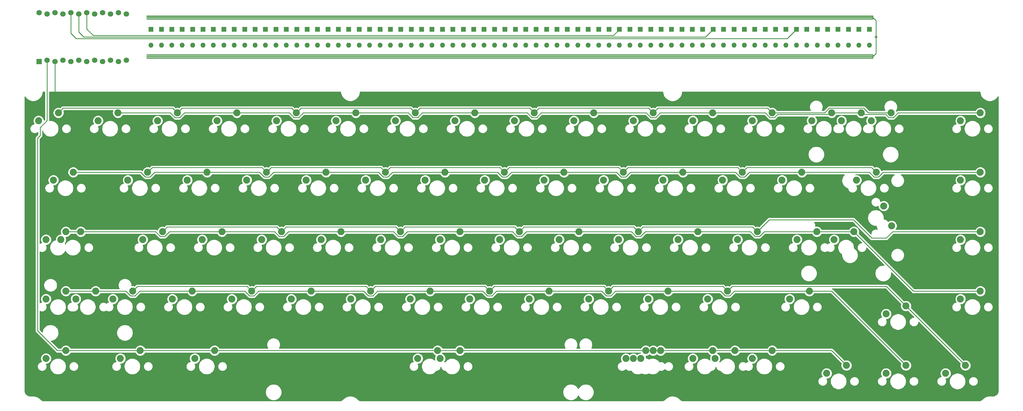
<source format=gbr>
%TF.GenerationSoftware,KiCad,Pcbnew,(5.1.7)-1*%
%TF.CreationDate,2021-02-21T21:30:35+01:00*%
%TF.ProjectId,kbic65,6b626963-3635-42e6-9b69-6361645f7063,rev?*%
%TF.SameCoordinates,Original*%
%TF.FileFunction,Copper,L1,Top*%
%TF.FilePolarity,Positive*%
%FSLAX46Y46*%
G04 Gerber Fmt 4.6, Leading zero omitted, Abs format (unit mm)*
G04 Created by KiCad (PCBNEW (5.1.7)-1) date 2021-02-21 21:30:35*
%MOMM*%
%LPD*%
G01*
G04 APERTURE LIST*
%TA.AperFunction,ComponentPad*%
%ADD10O,1.600000X1.600000*%
%TD*%
%TA.AperFunction,ComponentPad*%
%ADD11R,1.600000X1.600000*%
%TD*%
%TA.AperFunction,ComponentPad*%
%ADD12C,2.250000*%
%TD*%
%TA.AperFunction,ComponentPad*%
%ADD13C,1.752600*%
%TD*%
%TA.AperFunction,ComponentPad*%
%ADD14R,1.752600X1.752600*%
%TD*%
%TA.AperFunction,ViaPad*%
%ADD15C,0.800000*%
%TD*%
%TA.AperFunction,Conductor*%
%ADD16C,0.250000*%
%TD*%
%TA.AperFunction,Conductor*%
%ADD17C,0.300000*%
%TD*%
%TA.AperFunction,Conductor*%
%ADD18C,0.254000*%
%TD*%
%TA.AperFunction,Conductor*%
%ADD19C,0.100000*%
%TD*%
G04 APERTURE END LIST*
D10*
%TO.P,D_@1,2*%
%TO.N,Net-(D_@1-Pad2)*%
X261136044Y-52645000D03*
D11*
%TO.P,D_@1,1*%
%TO.N,COL5*%
X261136044Y-47565000D03*
%TD*%
D12*
%TO.P,MX_Esc1,2*%
%TO.N,ROW1*%
X58102500Y-74295000D03*
%TO.P,MX_Esc1,1*%
%TO.N,Net-(D_Esc1-Pad2)*%
X51752500Y-76835000D03*
%TD*%
%TO.P,MX_1,1*%
%TO.N,Net-(D_1-Pad2)*%
X70802500Y-76835000D03*
%TO.P,MX_1,2*%
%TO.N,ROW0*%
X77152500Y-74295000D03*
%TD*%
D10*
%TO.P,D_ISO_BKSLSH1,2*%
%TO.N,Net-(D_ISO_BKSLSH1-Pad2)*%
X97753041Y-52645000D03*
D11*
%TO.P,D_ISO_BKSLSH1,1*%
%TO.N,COL0*%
X97753041Y-47565000D03*
%TD*%
D12*
%TO.P,MX_BkSp3_2u1,2*%
%TO.N,ROW0*%
X315277500Y-74295000D03*
%TO.P,MX_BkSp3_2u1,1*%
%TO.N,Net-(D_BkSp1-Pad2)*%
X308927500Y-76835000D03*
%TD*%
%TO.P,MX_BkSp2,2*%
%TO.N,ROW1*%
X324802500Y-74295000D03*
%TO.P,MX_BkSp2,1*%
%TO.N,Net-(D_BkSp2-Pad2)*%
X318452500Y-76835000D03*
%TD*%
%TO.P,MX_5,1*%
%TO.N,Net-(D_5-Pad2)*%
X147002500Y-76835000D03*
%TO.P,MX_5,2*%
%TO.N,ROW0*%
X153352500Y-74295000D03*
%TD*%
%TO.P,MX_6,1*%
%TO.N,Net-(D_6-Pad2)*%
X166052500Y-76835000D03*
%TO.P,MX_6,2*%
%TO.N,ROW1*%
X172402500Y-74295000D03*
%TD*%
%TO.P,MX_Space2_6u1,2*%
%TO.N,ROW8*%
X186690000Y-150495000D03*
%TO.P,MX_Space2_6u1,1*%
%TO.N,Net-(D_Space1-Pad2)*%
X180340000Y-153035000D03*
%TD*%
%TO.P,MX_Right1,2*%
%TO.N,ROW6*%
X348615000Y-155257500D03*
%TO.P,MX_Right1,1*%
%TO.N,Net-(D_Right1-Pad2)*%
X342265000Y-157797500D03*
%TD*%
%TO.P,MX_RBKT1,2*%
%TO.N,ROW3*%
X296227500Y-93345000D03*
%TO.P,MX_RBKT1,1*%
%TO.N,Net-(D_RBKT1-Pad2)*%
X289877500Y-95885000D03*
%TD*%
%TO.P,MX_D1,2*%
%TO.N,ROW4*%
X129540000Y-112395000D03*
%TO.P,MX_D1,1*%
%TO.N,Net-(D_D1-Pad2)*%
X123190000Y-114935000D03*
%TD*%
%TO.P,MX_Q1,2*%
%TO.N,ROW2*%
X86677500Y-93345000D03*
%TO.P,MX_Q1,1*%
%TO.N,Net-(D_Q1-Pad2)*%
X80327500Y-95885000D03*
%TD*%
%TO.P,MX_2,1*%
%TO.N,Net-(D_2-Pad2)*%
X89852500Y-76835000D03*
%TO.P,MX_2,2*%
%TO.N,ROW1*%
X96202500Y-74295000D03*
%TD*%
%TO.P,MX_V1,2*%
%TO.N,ROW6*%
X158115000Y-131445000D03*
%TO.P,MX_V1,1*%
%TO.N,Net-(D_V1-Pad2)*%
X151765000Y-133985000D03*
%TD*%
%TO.P,MX_Space1_6.25u1,2*%
%TO.N,ROW8*%
X179546250Y-150495000D03*
%TO.P,MX_Space1_6.25u1,1*%
%TO.N,Net-(D_Space1-Pad2)*%
X173196250Y-153035000D03*
%TD*%
%TO.P,MX_RWin2_1.25u_RCtrl1,2*%
%TO.N,ROW8*%
X274796250Y-150495000D03*
%TO.P,MX_RWin2_1.25u_RCtrl1,1*%
%TO.N,Net-(D_RWin1-Pad2)*%
X268446250Y-153035000D03*
%TD*%
%TO.P,MX_RAlt3_1.25u_6.25u_space1,2*%
%TO.N,ROW8*%
X250983750Y-150495000D03*
%TO.P,MX_RAlt3_1.25u_6.25u_space1,1*%
%TO.N,Net-(D_RAlt1-Pad2)*%
X244633750Y-153035000D03*
%TD*%
%TO.P,MX_RAlt2_1.25u_6u_space1,2*%
%TO.N,ROW8*%
X246221250Y-150495000D03*
%TO.P,MX_RAlt2_1.25u_6u_space1,1*%
%TO.N,Net-(D_RAlt1-Pad2)*%
X239871250Y-153035000D03*
%TD*%
%TO.P,MX_RAlt1_1u1,2*%
%TO.N,ROW8*%
X248602500Y-150495000D03*
%TO.P,MX_RAlt1_1u1,1*%
%TO.N,Net-(D_RAlt1-Pad2)*%
X242252500Y-153035000D03*
%TD*%
%TO.P,MX_LShift_ISO1,2*%
%TO.N,ROW7*%
X60483750Y-131445000D03*
%TO.P,MX_LShift_ISO1,1*%
%TO.N,Net-(D_LShift1-Pad2)*%
X54133750Y-133985000D03*
%TD*%
%TO.P,MX_LShift_ANSI1,2*%
%TO.N,ROW7*%
X70008750Y-131445000D03*
%TO.P,MX_LShift_ANSI1,1*%
%TO.N,Net-(D_LShift1-Pad2)*%
X63658750Y-133985000D03*
%TD*%
%TO.P,MX_Enter2_ISO_Hash1,2*%
%TO.N,ROW5*%
X300990000Y-112395000D03*
%TO.P,MX_Enter2_ISO_Hash1,1*%
%TO.N,Net-(D_Enter1-Pad2)*%
X294640000Y-114935000D03*
%TD*%
%TO.P,MX_CpsLck2_Stepped1,2*%
%TO.N,ROW5*%
X60483750Y-112395000D03*
%TO.P,MX_CpsLck2_Stepped1,1*%
%TO.N,Net-(D_CpsLck1-Pad2)*%
X54133750Y-114935000D03*
%TD*%
%TO.P,MX_BkSlash2_ISO_Enter1,1*%
%TO.N,Net-(D_BKSLSH1-Pad2)*%
X322421250Y-104140000D03*
%TO.P,MX_BkSlash2_ISO_Enter1,2*%
%TO.N,ROW2*%
X324961250Y-110490000D03*
%TD*%
%TO.P,MX_Enter1,2*%
%TO.N,ROW5*%
X312896250Y-112395000D03*
%TO.P,MX_Enter1,1*%
%TO.N,Net-(D_Enter1-Pad2)*%
X306546250Y-114935000D03*
%TD*%
%TO.P,MX_BkSlsh1,2*%
%TO.N,ROW2*%
X320040000Y-93345000D03*
%TO.P,MX_BkSlsh1,1*%
%TO.N,Net-(D_BKSLSH1-Pad2)*%
X313690000Y-95885000D03*
%TD*%
%TO.P,MX_RShift1,2*%
%TO.N,ROW7*%
X298608750Y-131445000D03*
%TO.P,MX_RShift1,1*%
%TO.N,Net-(D_RShift1-Pad2)*%
X292258750Y-133985000D03*
%TD*%
%TO.P,MX_LAlt1,2*%
%TO.N,ROW8*%
X108108750Y-150495000D03*
%TO.P,MX_LAlt1,1*%
%TO.N,Net-(D_LAlt1-Pad2)*%
X101758750Y-153035000D03*
%TD*%
%TO.P,MX_LWin1,2*%
%TO.N,ROW8*%
X84296250Y-150495000D03*
%TO.P,MX_LWin1,1*%
%TO.N,Net-(D_LWin1-Pad2)*%
X77946250Y-153035000D03*
%TD*%
%TO.P,MX_LCtrl1,2*%
%TO.N,ROW8*%
X60483750Y-150495000D03*
%TO.P,MX_LCtrl1,1*%
%TO.N,Net-(D_LCtrl1-Pad2)*%
X54133750Y-153035000D03*
%TD*%
%TO.P,MX_CpsLck1,2*%
%TO.N,ROW5*%
X65246250Y-112395000D03*
%TO.P,MX_CpsLck1,1*%
%TO.N,Net-(D_CpsLck1-Pad2)*%
X58896250Y-114935000D03*
%TD*%
%TO.P,MX_Tab1,2*%
%TO.N,ROW3*%
X62865000Y-93345000D03*
%TO.P,MX_Tab1,1*%
%TO.N,Net-(D_Tab1-Pad2)*%
X56515000Y-95885000D03*
%TD*%
%TO.P,MX_Z1,2*%
%TO.N,ROW7*%
X100965000Y-131445000D03*
%TO.P,MX_Z1,1*%
%TO.N,Net-(D_Z1-Pad2)*%
X94615000Y-133985000D03*
%TD*%
%TO.P,MX_Y1,2*%
%TO.N,ROW3*%
X181927500Y-93345000D03*
%TO.P,MX_Y1,1*%
%TO.N,Net-(D_Y1-Pad2)*%
X175577500Y-95885000D03*
%TD*%
%TO.P,MX_X1,2*%
%TO.N,ROW6*%
X120015000Y-131445000D03*
%TO.P,MX_X1,1*%
%TO.N,Net-(D_X1-Pad2)*%
X113665000Y-133985000D03*
%TD*%
%TO.P,MX_W1,2*%
%TO.N,ROW3*%
X105727500Y-93345000D03*
%TO.P,MX_W1,1*%
%TO.N,Net-(D_W1-Pad2)*%
X99377500Y-95885000D03*
%TD*%
%TO.P,MX_Up1,2*%
%TO.N,ROW6*%
X329565000Y-136207500D03*
%TO.P,MX_Up1,1*%
%TO.N,Net-(D_Up1-Pad2)*%
X323215000Y-138747500D03*
%TD*%
%TO.P,MX_U1,2*%
%TO.N,ROW2*%
X200977500Y-93345000D03*
%TO.P,MX_U1,1*%
%TO.N,Net-(D_U1-Pad2)*%
X194627500Y-95885000D03*
%TD*%
%TO.P,MX_Tilde1,2*%
%TO.N,ROW0*%
X353377500Y-74295000D03*
%TO.P,MX_Tilde1,1*%
%TO.N,Net-(D_Tilde1-Pad2)*%
X347027500Y-76835000D03*
%TD*%
%TO.P,MX_T1,2*%
%TO.N,ROW2*%
X162877500Y-93345000D03*
%TO.P,MX_T1,1*%
%TO.N,Net-(D_T1-Pad2)*%
X156527500Y-95885000D03*
%TD*%
%TO.P,MX_SemiCol1,2*%
%TO.N,ROW5*%
X262890000Y-112395000D03*
%TO.P,MX_SemiCol1,1*%
%TO.N,Net-(D_SemiCol1-Pad2)*%
X256540000Y-114935000D03*
%TD*%
%TO.P,MX_S1,2*%
%TO.N,ROW5*%
X110490000Y-112395000D03*
%TO.P,MX_S1,1*%
%TO.N,Net-(D_S1-Pad2)*%
X104140000Y-114935000D03*
%TD*%
%TO.P,MX_RWin1,2*%
%TO.N,ROW8*%
X267652500Y-150495000D03*
%TO.P,MX_RWin1,1*%
%TO.N,Net-(D_RWin1-Pad2)*%
X261302500Y-153035000D03*
%TD*%
%TO.P,MX_RCtrl1,2*%
%TO.N,ROW8*%
X286702500Y-150495000D03*
%TO.P,MX_RCtrl1,1*%
%TO.N,Net-(D_RCtrl1-Pad2)*%
X280352500Y-153035000D03*
%TD*%
%TO.P,MX_R1,2*%
%TO.N,ROW3*%
X143827500Y-93345000D03*
%TO.P,MX_R1,1*%
%TO.N,Net-(D_R1-Pad2)*%
X137477500Y-95885000D03*
%TD*%
%TO.P,MX_PgUp1,2*%
%TO.N,ROW4*%
X353377500Y-112395000D03*
%TO.P,MX_PgUp1,1*%
%TO.N,Net-(D_PgUp1-Pad2)*%
X347027500Y-114935000D03*
%TD*%
%TO.P,MX_PgDn1,2*%
%TO.N,ROW5*%
X353377500Y-131445000D03*
%TO.P,MX_PgDn1,1*%
%TO.N,Net-(D_PgDn1-Pad2)*%
X347027500Y-133985000D03*
%TD*%
%TO.P,MX_P1,2*%
%TO.N,ROW3*%
X258127500Y-93345000D03*
%TO.P,MX_P1,1*%
%TO.N,Net-(D_P1-Pad2)*%
X251777500Y-95885000D03*
%TD*%
%TO.P,MX_O1,2*%
%TO.N,ROW2*%
X239077500Y-93345000D03*
%TO.P,MX_O1,1*%
%TO.N,Net-(D_O1-Pad2)*%
X232727500Y-95885000D03*
%TD*%
%TO.P,MX_N1,2*%
%TO.N,ROW6*%
X196215000Y-131445000D03*
%TO.P,MX_N1,1*%
%TO.N,Net-(D_N1-Pad2)*%
X189865000Y-133985000D03*
%TD*%
%TO.P,MX_M1,2*%
%TO.N,ROW7*%
X215265000Y-131445000D03*
%TO.P,MX_M1,1*%
%TO.N,Net-(D_M1-Pad2)*%
X208915000Y-133985000D03*
%TD*%
%TO.P,MX_Left1,2*%
%TO.N,ROW8*%
X310515000Y-155257500D03*
%TO.P,MX_Left1,1*%
%TO.N,Net-(D_Left1-Pad2)*%
X304165000Y-157797500D03*
%TD*%
%TO.P,MX_LBKT1,2*%
%TO.N,ROW2*%
X277177500Y-93345000D03*
%TO.P,MX_LBKT1,1*%
%TO.N,Net-(D_LBKT1-Pad2)*%
X270827500Y-95885000D03*
%TD*%
%TO.P,MX_L1,2*%
%TO.N,ROW4*%
X243840000Y-112395000D03*
%TO.P,MX_L1,1*%
%TO.N,Net-(D_L1-Pad2)*%
X237490000Y-114935000D03*
%TD*%
%TO.P,MX_K1,2*%
%TO.N,ROW5*%
X224790000Y-112395000D03*
%TO.P,MX_K1,1*%
%TO.N,Net-(D_K1-Pad2)*%
X218440000Y-114935000D03*
%TD*%
%TO.P,MX_J1,2*%
%TO.N,ROW4*%
X205740000Y-112395000D03*
%TO.P,MX_J1,1*%
%TO.N,Net-(D_J1-Pad2)*%
X199390000Y-114935000D03*
%TD*%
%TO.P,MX_ISO_BKSLSH1,2*%
%TO.N,ROW6*%
X81915000Y-131445000D03*
%TO.P,MX_ISO_BKSLSH1,1*%
%TO.N,Net-(D_ISO_BKSLSH1-Pad2)*%
X75565000Y-133985000D03*
%TD*%
%TO.P,MX_I1,2*%
%TO.N,ROW3*%
X220027500Y-93345000D03*
%TO.P,MX_I1,1*%
%TO.N,Net-(D_I1-Pad2)*%
X213677500Y-95885000D03*
%TD*%
%TO.P,MX_Hyphen1,1*%
%TO.N,Net-(D_Hyphen1-Pad2)*%
X261302500Y-76835000D03*
%TO.P,MX_Hyphen1,2*%
%TO.N,ROW0*%
X267652500Y-74295000D03*
%TD*%
%TO.P,MX_H1,2*%
%TO.N,ROW5*%
X186690000Y-112395000D03*
%TO.P,MX_H1,1*%
%TO.N,Net-(D_H1-Pad2)*%
X180340000Y-114935000D03*
%TD*%
%TO.P,MX_G1,2*%
%TO.N,ROW4*%
X167640000Y-112395000D03*
%TO.P,MX_G1,1*%
%TO.N,Net-(D_G1-Pad2)*%
X161290000Y-114935000D03*
%TD*%
%TO.P,MX_FwdSlsh1,2*%
%TO.N,ROW6*%
X272415000Y-131445000D03*
%TO.P,MX_FwdSlsh1,1*%
%TO.N,Net-(D_FwdSlsh1-Pad2)*%
X266065000Y-133985000D03*
%TD*%
%TO.P,MX_F1,2*%
%TO.N,ROW5*%
X148590000Y-112395000D03*
%TO.P,MX_F1,1*%
%TO.N,Net-(D_F1-Pad2)*%
X142240000Y-114935000D03*
%TD*%
%TO.P,MX_Equal1,1*%
%TO.N,Net-(D_Equal1-Pad2)*%
X280352500Y-76835000D03*
%TO.P,MX_Equal1,2*%
%TO.N,ROW1*%
X286702500Y-74295000D03*
%TD*%
%TO.P,MX_E1,2*%
%TO.N,ROW2*%
X124777500Y-93345000D03*
%TO.P,MX_E1,1*%
%TO.N,Net-(D_E1-Pad2)*%
X118427500Y-95885000D03*
%TD*%
%TO.P,MX_Down1,2*%
%TO.N,ROW7*%
X329565000Y-155257500D03*
%TO.P,MX_Down1,1*%
%TO.N,Net-(D_Down1-Pad2)*%
X323215000Y-157797500D03*
%TD*%
%TO.P,MX_Dot1,2*%
%TO.N,ROW7*%
X253365000Y-131445000D03*
%TO.P,MX_Dot1,1*%
%TO.N,Net-(D_Dot1-Pad2)*%
X247015000Y-133985000D03*
%TD*%
%TO.P,MX_Del1,2*%
%TO.N,ROW3*%
X353377500Y-93345000D03*
%TO.P,MX_Del1,1*%
%TO.N,Net-(D_Del1-Pad2)*%
X347027500Y-95885000D03*
%TD*%
%TO.P,MX_Comma1,2*%
%TO.N,ROW6*%
X234315000Y-131445000D03*
%TO.P,MX_Comma1,1*%
%TO.N,Net-(D_Comma1-Pad2)*%
X227965000Y-133985000D03*
%TD*%
%TO.P,MX_C1,2*%
%TO.N,ROW7*%
X139065000Y-131445000D03*
%TO.P,MX_C1,1*%
%TO.N,Net-(D_C1-Pad2)*%
X132715000Y-133985000D03*
%TD*%
%TO.P,MX_BkSp1,1*%
%TO.N,Net-(D_BkSp1-Pad2)*%
X299402500Y-76835000D03*
%TO.P,MX_BkSp1,2*%
%TO.N,ROW0*%
X305752500Y-74295000D03*
%TD*%
%TO.P,MX_B1,2*%
%TO.N,ROW7*%
X177165000Y-131445000D03*
%TO.P,MX_B1,1*%
%TO.N,Net-(D_B1-Pad2)*%
X170815000Y-133985000D03*
%TD*%
%TO.P,MX_A1,2*%
%TO.N,ROW4*%
X91440000Y-112395000D03*
%TO.P,MX_A1,1*%
%TO.N,Net-(D_A1-Pad2)*%
X85090000Y-114935000D03*
%TD*%
%TO.P,MX_@1,2*%
%TO.N,ROW4*%
X281940000Y-112395000D03*
%TO.P,MX_@1,1*%
%TO.N,Net-(D_@1-Pad2)*%
X275590000Y-114935000D03*
%TD*%
%TO.P,MX_9,1*%
%TO.N,Net-(D_9-Pad2)*%
X223202500Y-76835000D03*
%TO.P,MX_9,2*%
%TO.N,ROW0*%
X229552500Y-74295000D03*
%TD*%
%TO.P,MX_8,1*%
%TO.N,Net-(D_8-Pad2)*%
X204152500Y-76835000D03*
%TO.P,MX_8,2*%
%TO.N,ROW1*%
X210502500Y-74295000D03*
%TD*%
%TO.P,MX_7,1*%
%TO.N,Net-(D_7-Pad2)*%
X185102500Y-76835000D03*
%TO.P,MX_7,2*%
%TO.N,ROW0*%
X191452500Y-74295000D03*
%TD*%
%TO.P,MX_4,1*%
%TO.N,Net-(D_4-Pad2)*%
X127952500Y-76835000D03*
%TO.P,MX_4,2*%
%TO.N,ROW1*%
X134302500Y-74295000D03*
%TD*%
%TO.P,MX_3,1*%
%TO.N,Net-(D_3-Pad2)*%
X108902500Y-76835000D03*
%TO.P,MX_3,2*%
%TO.N,ROW0*%
X115252500Y-74295000D03*
%TD*%
%TO.P,MX_0,1*%
%TO.N,Net-(D_0-Pad2)*%
X242252500Y-76835000D03*
%TO.P,MX_0,2*%
%TO.N,ROW1*%
X248602500Y-74295000D03*
%TD*%
D13*
%TO.P,U1,24*%
%TO.N,Net-(U1-Pad24)*%
X51911250Y-42157650D03*
%TO.P,U1,12*%
%TO.N,ROW0*%
X79851250Y-57397650D03*
%TO.P,U1,23*%
%TO.N,GND*%
X54451250Y-42614850D03*
%TO.P,U1,22*%
%TO.N,Net-(U1-Pad22)*%
X56991250Y-42157650D03*
%TO.P,U1,21*%
%TO.N,Net-(U1-Pad21)*%
X59531250Y-42614850D03*
%TO.P,U1,20*%
%TO.N,COL7*%
X62071250Y-42157650D03*
%TO.P,U1,19*%
%TO.N,COL6*%
X64611250Y-42614850D03*
%TO.P,U1,18*%
%TO.N,COL5*%
X67151250Y-42157650D03*
%TO.P,U1,17*%
%TO.N,COL4*%
X69691250Y-42614850D03*
%TO.P,U1,16*%
%TO.N,COL3*%
X72231250Y-42157650D03*
%TO.P,U1,15*%
%TO.N,COL2*%
X74771250Y-42614850D03*
%TO.P,U1,14*%
%TO.N,COL0*%
X77311250Y-42157650D03*
%TO.P,U1,13*%
%TO.N,COL1*%
X79851250Y-42614850D03*
%TO.P,U1,11*%
%TO.N,ROW2*%
X77311250Y-57854850D03*
%TO.P,U1,10*%
%TO.N,ROW4*%
X74771250Y-57397650D03*
%TO.P,U1,9*%
%TO.N,ROW6*%
X72231250Y-57854850D03*
%TO.P,U1,8*%
%TO.N,ROW7*%
X69691250Y-57397650D03*
%TO.P,U1,7*%
%TO.N,ROW5*%
X67151250Y-57854850D03*
%TO.P,U1,6*%
%TO.N,ROW3*%
X64611250Y-57397650D03*
%TO.P,U1,5*%
%TO.N,ROW1*%
X62071250Y-57854850D03*
%TO.P,U1,4*%
%TO.N,GND*%
X59531250Y-57397650D03*
%TO.P,U1,3*%
X56991250Y-57854850D03*
%TO.P,U1,2*%
%TO.N,ROW8*%
X54451250Y-57397650D03*
D14*
%TO.P,U1,1*%
%TO.N,Net-(U1-Pad1)*%
X51911250Y-57854850D03*
%TD*%
D10*
%TO.P,D_Z1,2*%
%TO.N,Net-(D_Z1-Pad2)*%
X121093470Y-52645000D03*
D11*
%TO.P,D_Z1,1*%
%TO.N,COL1*%
X121093470Y-47565000D03*
%TD*%
D10*
%TO.P,D_Y1,2*%
%TO.N,Net-(D_Y1-Pad2)*%
X184446063Y-52645000D03*
D11*
%TO.P,D_Y1,1*%
%TO.N,COL3*%
X184446063Y-47565000D03*
%TD*%
D10*
%TO.P,D_X1,2*%
%TO.N,Net-(D_X1-Pad2)*%
X144433899Y-52645000D03*
D11*
%TO.P,D_X1,1*%
%TO.N,COL1*%
X144433899Y-47565000D03*
%TD*%
D10*
%TO.P,D_W1,2*%
%TO.N,Net-(D_W1-Pad2)*%
X127762164Y-52645000D03*
D11*
%TO.P,D_W1,1*%
%TO.N,COL1*%
X127762164Y-47565000D03*
%TD*%
D10*
%TO.P,D_V1,2*%
%TO.N,Net-(D_V1-Pad2)*%
X167774328Y-52645000D03*
D11*
%TO.P,D_V1,1*%
%TO.N,COL2*%
X167774328Y-47565000D03*
%TD*%
D10*
%TO.P,D_Up1,2*%
%TO.N,Net-(D_Up1-Pad2)*%
X277807779Y-52645000D03*
D11*
%TO.P,D_Up1,1*%
%TO.N,COL6*%
X277807779Y-47565000D03*
%TD*%
D10*
%TO.P,D_U1,2*%
%TO.N,Net-(D_U1-Pad2)*%
X204452145Y-52645000D03*
D11*
%TO.P,D_U1,1*%
%TO.N,COL3*%
X204452145Y-47565000D03*
%TD*%
D10*
%TO.P,D_Tilde1,2*%
%TO.N,Net-(D_Tilde1-Pad2)*%
X317820000Y-52645000D03*
D11*
%TO.P,D_Tilde1,1*%
%TO.N,COL7*%
X317820000Y-47565000D03*
%TD*%
D10*
%TO.P,D_Tab1,2*%
%TO.N,Net-(D_Tab1-Pad2)*%
X107756082Y-52645000D03*
D11*
%TO.P,D_Tab1,1*%
%TO.N,COL0*%
X107756082Y-47565000D03*
%TD*%
D10*
%TO.P,D_T1,2*%
%TO.N,Net-(D_T1-Pad2)*%
X174443022Y-52645000D03*
D11*
%TO.P,D_T1,1*%
%TO.N,COL2*%
X174443022Y-47565000D03*
%TD*%
D10*
%TO.P,D_Space1,2*%
%TO.N,Net-(D_Space1-Pad2)*%
X194449104Y-52645000D03*
D11*
%TO.P,D_Space1,1*%
%TO.N,COL3*%
X194449104Y-47565000D03*
%TD*%
D10*
%TO.P,D_SemiCol1,2*%
%TO.N,Net-(D_SemiCol1-Pad2)*%
X247798656Y-52645000D03*
D11*
%TO.P,D_SemiCol1,1*%
%TO.N,COL5*%
X247798656Y-47565000D03*
%TD*%
D10*
%TO.P,D_S1,2*%
%TO.N,Net-(D_S1-Pad2)*%
X124427817Y-52645000D03*
D11*
%TO.P,D_S1,1*%
%TO.N,COL1*%
X124427817Y-47565000D03*
%TD*%
D10*
%TO.P,D_RWin1,2*%
%TO.N,Net-(D_RWin1-Pad2)*%
X254467350Y-52645000D03*
D11*
%TO.P,D_RWin1,1*%
%TO.N,COL5*%
X254467350Y-47565000D03*
%TD*%
D10*
%TO.P,D_RShift1,2*%
%TO.N,Net-(D_RShift1-Pad2)*%
X274473432Y-52645000D03*
D11*
%TO.P,D_RShift1,1*%
%TO.N,COL6*%
X274473432Y-47565000D03*
%TD*%
D10*
%TO.P,D_Right1,2*%
%TO.N,Net-(D_Right1-Pad2)*%
X304482555Y-52645000D03*
D11*
%TO.P,D_Right1,1*%
%TO.N,COL7*%
X304482555Y-47565000D03*
%TD*%
D10*
%TO.P,D_RCtrl1,2*%
%TO.N,Net-(D_RCtrl1-Pad2)*%
X271139085Y-52645000D03*
D11*
%TO.P,D_RCtrl1,1*%
%TO.N,COL6*%
X271139085Y-47565000D03*
%TD*%
D10*
%TO.P,D_RBKT1,2*%
%TO.N,Net-(D_RBKT1-Pad2)*%
X284476473Y-52645000D03*
D11*
%TO.P,D_RBKT1,1*%
%TO.N,COL6*%
X284476473Y-47565000D03*
%TD*%
D10*
%TO.P,D_RAlt1,2*%
%TO.N,Net-(D_RAlt1-Pad2)*%
X227792574Y-52645000D03*
D11*
%TO.P,D_RAlt1,1*%
%TO.N,COL4*%
X227792574Y-47565000D03*
%TD*%
D10*
%TO.P,D_R1,2*%
%TO.N,Net-(D_R1-Pad2)*%
X157771287Y-52645000D03*
D11*
%TO.P,D_R1,1*%
%TO.N,COL2*%
X157771287Y-47565000D03*
%TD*%
D10*
%TO.P,D_Q1,2*%
%TO.N,Net-(D_Q1-Pad2)*%
X91084347Y-52645000D03*
D11*
%TO.P,D_Q1,1*%
%TO.N,COL0*%
X91084347Y-47565000D03*
%TD*%
D10*
%TO.P,D_PgUp1,2*%
%TO.N,Net-(D_PgUp1-Pad2)*%
X311151249Y-52645000D03*
D11*
%TO.P,D_PgUp1,1*%
%TO.N,COL7*%
X311151249Y-47565000D03*
%TD*%
D10*
%TO.P,D_PgDn1,2*%
%TO.N,Net-(D_PgDn1-Pad2)*%
X307816902Y-52645000D03*
D11*
%TO.P,D_PgDn1,1*%
%TO.N,COL7*%
X307816902Y-47565000D03*
%TD*%
D10*
%TO.P,D_P1,2*%
%TO.N,Net-(D_P1-Pad2)*%
X244464309Y-52645000D03*
D11*
%TO.P,D_P1,1*%
%TO.N,COL5*%
X244464309Y-47565000D03*
%TD*%
D10*
%TO.P,D_O1,2*%
%TO.N,Net-(D_O1-Pad2)*%
X234461268Y-52645000D03*
D11*
%TO.P,D_O1,1*%
%TO.N,COL4*%
X234461268Y-47565000D03*
%TD*%
D10*
%TO.P,D_N1,2*%
%TO.N,Net-(D_N1-Pad2)*%
X197783451Y-52645000D03*
D11*
%TO.P,D_N1,1*%
%TO.N,COL3*%
X197783451Y-47565000D03*
%TD*%
D10*
%TO.P,D_M1,2*%
%TO.N,Net-(D_M1-Pad2)*%
X221123880Y-52645000D03*
D11*
%TO.P,D_M1,1*%
%TO.N,COL4*%
X221123880Y-47565000D03*
%TD*%
D10*
%TO.P,D_LWin1,2*%
%TO.N,Net-(D_LWin1-Pad2)*%
X117759123Y-52645000D03*
D11*
%TO.P,D_LWin1,1*%
%TO.N,COL1*%
X117759123Y-47565000D03*
%TD*%
D10*
%TO.P,D_LShift1,2*%
%TO.N,Net-(D_LShift1-Pad2)*%
X101087388Y-52645000D03*
D11*
%TO.P,D_LShift1,1*%
%TO.N,COL0*%
X101087388Y-47565000D03*
%TD*%
D10*
%TO.P,D_Left1,2*%
%TO.N,Net-(D_Left1-Pad2)*%
X297813861Y-52645000D03*
D11*
%TO.P,D_Left1,1*%
%TO.N,COL7*%
X297813861Y-47565000D03*
%TD*%
D10*
%TO.P,D_LCtrl1,2*%
%TO.N,Net-(D_LCtrl1-Pad2)*%
X114424776Y-52645000D03*
D11*
%TO.P,D_LCtrl1,1*%
%TO.N,COL0*%
X114424776Y-47565000D03*
%TD*%
D10*
%TO.P,D_LBKT1,2*%
%TO.N,Net-(D_LBKT1-Pad2)*%
X264470391Y-52645000D03*
D11*
%TO.P,D_LBKT1,1*%
%TO.N,COL5*%
X264470391Y-47565000D03*
%TD*%
D10*
%TO.P,D_LAlt1,2*%
%TO.N,Net-(D_LAlt1-Pad2)*%
X147768246Y-52645000D03*
D11*
%TO.P,D_LAlt1,1*%
%TO.N,COL2*%
X147768246Y-47565000D03*
%TD*%
D10*
%TO.P,D_L1,2*%
%TO.N,Net-(D_L1-Pad2)*%
X231126921Y-52645000D03*
D11*
%TO.P,D_L1,1*%
%TO.N,COL4*%
X231126921Y-47565000D03*
%TD*%
D10*
%TO.P,D_K1,2*%
%TO.N,Net-(D_K1-Pad2)*%
X217789533Y-52645000D03*
D11*
%TO.P,D_K1,1*%
%TO.N,COL4*%
X217789533Y-47565000D03*
%TD*%
D10*
%TO.P,D_J1,2*%
%TO.N,Net-(D_J1-Pad2)*%
X201117798Y-52645000D03*
D11*
%TO.P,D_J1,1*%
%TO.N,COL3*%
X201117798Y-47565000D03*
%TD*%
D10*
%TO.P,D_I1,2*%
%TO.N,Net-(D_I1-Pad2)*%
X214455186Y-52645000D03*
D11*
%TO.P,D_I1,1*%
%TO.N,COL4*%
X214455186Y-47565000D03*
%TD*%
D10*
%TO.P,D_Hyphen1,2*%
%TO.N,Net-(D_Hyphen1-Pad2)*%
X241129962Y-52645000D03*
D11*
%TO.P,D_Hyphen1,1*%
%TO.N,COL5*%
X241129962Y-47565000D03*
%TD*%
D10*
%TO.P,D_H1,2*%
%TO.N,Net-(D_H1-Pad2)*%
X187780410Y-52645000D03*
D11*
%TO.P,D_H1,1*%
%TO.N,COL3*%
X187780410Y-47565000D03*
%TD*%
D10*
%TO.P,D_G1,2*%
%TO.N,Net-(D_G1-Pad2)*%
X171108675Y-52645000D03*
D11*
%TO.P,D_G1,1*%
%TO.N,COL2*%
X171108675Y-47565000D03*
%TD*%
D10*
%TO.P,D_FwdSlsh1,2*%
%TO.N,Net-(D_FwdSlsh1-Pad2)*%
X257801697Y-52645000D03*
D11*
%TO.P,D_FwdSlsh1,1*%
%TO.N,COL5*%
X257801697Y-47565000D03*
%TD*%
D10*
%TO.P,D_F1,2*%
%TO.N,Net-(D_F1-Pad2)*%
X154436940Y-52645000D03*
D11*
%TO.P,D_F1,1*%
%TO.N,COL2*%
X154436940Y-47565000D03*
%TD*%
D10*
%TO.P,D_Esc1,2*%
%TO.N,Net-(D_Esc1-Pad2)*%
X111090429Y-52645000D03*
D11*
%TO.P,D_Esc1,1*%
%TO.N,COL0*%
X111090429Y-47565000D03*
%TD*%
D10*
%TO.P,D_Equal1,2*%
%TO.N,Net-(D_Equal1-Pad2)*%
X267804738Y-52645000D03*
D11*
%TO.P,D_Equal1,1*%
%TO.N,COL6*%
X267804738Y-47565000D03*
%TD*%
D10*
%TO.P,D_Enter1,2*%
%TO.N,Net-(D_Enter1-Pad2)*%
X281142126Y-52645000D03*
D11*
%TO.P,D_Enter1,1*%
%TO.N,COL6*%
X281142126Y-47565000D03*
%TD*%
D10*
%TO.P,D_E1,2*%
%TO.N,Net-(D_E1-Pad2)*%
X137765205Y-52645000D03*
D11*
%TO.P,D_E1,1*%
%TO.N,COL1*%
X137765205Y-47565000D03*
%TD*%
D10*
%TO.P,D_Down1,2*%
%TO.N,Net-(D_Down1-Pad2)*%
X301148208Y-52645000D03*
D11*
%TO.P,D_Down1,1*%
%TO.N,COL7*%
X301148208Y-47565000D03*
%TD*%
D10*
%TO.P,D_Dot1,2*%
%TO.N,Net-(D_Dot1-Pad2)*%
X251133003Y-52645000D03*
D11*
%TO.P,D_Dot1,1*%
%TO.N,COL5*%
X251133003Y-47565000D03*
%TD*%
D10*
%TO.P,D_Del1,2*%
%TO.N,Net-(D_Del1-Pad2)*%
X314485596Y-52645000D03*
D11*
%TO.P,D_Del1,1*%
%TO.N,COL7*%
X314485596Y-47565000D03*
%TD*%
D10*
%TO.P,D_D1,2*%
%TO.N,Net-(D_D1-Pad2)*%
X141099552Y-52645000D03*
D11*
%TO.P,D_D1,1*%
%TO.N,COL1*%
X141099552Y-47565000D03*
%TD*%
D10*
%TO.P,D_CpsLck1,2*%
%TO.N,Net-(D_CpsLck1-Pad2)*%
X104421735Y-52645000D03*
D11*
%TO.P,D_CpsLck1,1*%
%TO.N,COL0*%
X104421735Y-47565000D03*
%TD*%
D10*
%TO.P,D_Comma1,2*%
%TO.N,Net-(D_Comma1-Pad2)*%
X224458227Y-52645000D03*
D11*
%TO.P,D_Comma1,1*%
%TO.N,COL4*%
X224458227Y-47565000D03*
%TD*%
D10*
%TO.P,D_C1,2*%
%TO.N,Net-(D_C1-Pad2)*%
X151102593Y-52645000D03*
D11*
%TO.P,D_C1,1*%
%TO.N,COL2*%
X151102593Y-47565000D03*
%TD*%
D10*
%TO.P,D_BkSp2,2*%
%TO.N,Net-(D_BkSp2-Pad2)*%
X294479514Y-52645000D03*
D11*
%TO.P,D_BkSp2,1*%
%TO.N,COL7*%
X294479514Y-47565000D03*
%TD*%
D10*
%TO.P,D_BkSp1,2*%
%TO.N,Net-(D_BkSp1-Pad2)*%
X291145167Y-52645000D03*
D11*
%TO.P,D_BkSp1,1*%
%TO.N,COL6*%
X291145167Y-47565000D03*
%TD*%
D10*
%TO.P,D_BKSLSH1,2*%
%TO.N,Net-(D_BKSLSH1-Pad2)*%
X287810820Y-52645000D03*
D11*
%TO.P,D_BKSLSH1,1*%
%TO.N,COL6*%
X287810820Y-47565000D03*
%TD*%
D10*
%TO.P,D_B1,2*%
%TO.N,Net-(D_B1-Pad2)*%
X191114757Y-52645000D03*
D11*
%TO.P,D_B1,1*%
%TO.N,COL3*%
X191114757Y-47565000D03*
%TD*%
D10*
%TO.P,D_A1,2*%
%TO.N,Net-(D_A1-Pad2)*%
X94418694Y-52645000D03*
D11*
%TO.P,D_A1,1*%
%TO.N,COL0*%
X94418694Y-47565000D03*
%TD*%
D10*
%TO.P,D_9,2*%
%TO.N,Net-(D_9-Pad2)*%
X211120839Y-52645000D03*
D11*
%TO.P,D_9,1*%
%TO.N,COL4*%
X211120839Y-47565000D03*
%TD*%
D10*
%TO.P,D_8,2*%
%TO.N,Net-(D_8-Pad2)*%
X207786492Y-52645000D03*
D11*
%TO.P,D_8,1*%
%TO.N,COL4*%
X207786492Y-47565000D03*
%TD*%
D10*
%TO.P,D_7,2*%
%TO.N,Net-(D_7-Pad2)*%
X181111716Y-52645000D03*
D11*
%TO.P,D_7,1*%
%TO.N,COL3*%
X181111716Y-47565000D03*
%TD*%
D10*
%TO.P,D_6,2*%
%TO.N,Net-(D_6-Pad2)*%
X177777369Y-52645000D03*
D11*
%TO.P,D_6,1*%
%TO.N,COL3*%
X177777369Y-47565000D03*
%TD*%
D10*
%TO.P,D_5,2*%
%TO.N,Net-(D_5-Pad2)*%
X164439981Y-52645000D03*
D11*
%TO.P,D_5,1*%
%TO.N,COL2*%
X164439981Y-47565000D03*
%TD*%
D10*
%TO.P,D_4,2*%
%TO.N,Net-(D_4-Pad2)*%
X161105634Y-52645000D03*
D11*
%TO.P,D_4,1*%
%TO.N,COL2*%
X161105634Y-47565000D03*
%TD*%
D10*
%TO.P,D_3,2*%
%TO.N,Net-(D_3-Pad2)*%
X134430858Y-52645000D03*
D11*
%TO.P,D_3,1*%
%TO.N,COL1*%
X134430858Y-47565000D03*
%TD*%
D10*
%TO.P,D_2,2*%
%TO.N,Net-(D_2-Pad2)*%
X131096511Y-52645000D03*
D11*
%TO.P,D_2,1*%
%TO.N,COL1*%
X131096511Y-47565000D03*
%TD*%
D10*
%TO.P,D_1,2*%
%TO.N,Net-(D_1-Pad2)*%
X87750000Y-52645000D03*
D11*
%TO.P,D_1,1*%
%TO.N,COL0*%
X87750000Y-47565000D03*
%TD*%
D10*
%TO.P,D_0,2*%
%TO.N,Net-(D_0-Pad2)*%
X237795615Y-52645000D03*
D11*
%TO.P,D_0,1*%
%TO.N,COL5*%
X237795615Y-47565000D03*
%TD*%
D15*
%TO.N,GND*%
X320000000Y-50000000D03*
%TD*%
D16*
%TO.N,ROW1*%
X94702499Y-72794999D02*
X96202500Y-74295000D01*
X59602501Y-72794999D02*
X94702499Y-72794999D01*
X58102500Y-74295000D02*
X59602501Y-72794999D01*
X132802499Y-72794999D02*
X134302500Y-74295000D01*
X97702501Y-72794999D02*
X132802499Y-72794999D01*
X96202500Y-74295000D02*
X97702501Y-72794999D01*
X170902499Y-72794999D02*
X172402500Y-74295000D01*
X135802501Y-72794999D02*
X170902499Y-72794999D01*
X134302500Y-74295000D02*
X135802501Y-72794999D01*
X209002499Y-72794999D02*
X210502500Y-74295000D01*
X173902501Y-72794999D02*
X209002499Y-72794999D01*
X172402500Y-74295000D02*
X173902501Y-72794999D01*
X247102499Y-72794999D02*
X248602500Y-74295000D01*
X212002501Y-72794999D02*
X247102499Y-72794999D01*
X210502500Y-74295000D02*
X212002501Y-72794999D01*
X285202499Y-72794999D02*
X286702500Y-74295000D01*
X250102501Y-72794999D02*
X285202499Y-72794999D01*
X248602500Y-74295000D02*
X250102501Y-72794999D01*
X315997501Y-72794999D02*
X305032499Y-72794999D01*
X317497502Y-74295000D02*
X315997501Y-72794999D01*
X324802500Y-74295000D02*
X317497502Y-74295000D01*
X286708499Y-74289001D02*
X286702500Y-74295000D01*
X303538497Y-74289001D02*
X286708499Y-74289001D01*
X305032499Y-72794999D02*
X303538497Y-74289001D01*
%TO.N,ROW0*%
X315277500Y-74295000D02*
X305752500Y-74295000D01*
X250822502Y-74295000D02*
X249322501Y-75795001D01*
X267652500Y-74295000D02*
X250822502Y-74295000D01*
X246382498Y-74295000D02*
X229552500Y-74295000D01*
X247882499Y-75795001D02*
X246382498Y-74295000D01*
X249322501Y-75795001D02*
X247882499Y-75795001D01*
X212722502Y-74295000D02*
X211222501Y-75795001D01*
X229552500Y-74295000D02*
X212722502Y-74295000D01*
X208282498Y-74295000D02*
X191452500Y-74295000D01*
X209782499Y-75795001D02*
X208282498Y-74295000D01*
X211222501Y-75795001D02*
X209782499Y-75795001D01*
X174622502Y-74295000D02*
X173122501Y-75795001D01*
X191452500Y-74295000D02*
X174622502Y-74295000D01*
X170182498Y-74295000D02*
X153352500Y-74295000D01*
X171682499Y-75795001D02*
X170182498Y-74295000D01*
X173122501Y-75795001D02*
X171682499Y-75795001D01*
X136522502Y-74295000D02*
X135022501Y-75795001D01*
X153352500Y-74295000D02*
X136522502Y-74295000D01*
X132082498Y-74295000D02*
X115252500Y-74295000D01*
X133582499Y-75795001D02*
X132082498Y-74295000D01*
X135022501Y-75795001D02*
X133582499Y-75795001D01*
X98422502Y-74295000D02*
X96922501Y-75795001D01*
X115252500Y-74295000D02*
X98422502Y-74295000D01*
X93982498Y-74295000D02*
X77152500Y-74295000D01*
X95482499Y-75795001D02*
X93982498Y-74295000D01*
X96922501Y-75795001D02*
X95482499Y-75795001D01*
X284482498Y-74295000D02*
X267652500Y-74295000D01*
X287422501Y-75795001D02*
X285982499Y-75795001D01*
X288428491Y-74789011D02*
X287422501Y-75795001D01*
X305258489Y-74789011D02*
X288428491Y-74789011D01*
X285982499Y-75795001D02*
X284482498Y-74295000D01*
X305752500Y-74295000D02*
X305258489Y-74789011D01*
X315277500Y-74295000D02*
X315832500Y-74850000D01*
X327022502Y-74295000D02*
X353377500Y-74295000D01*
X324082499Y-75795001D02*
X325522501Y-75795001D01*
X323082508Y-74795010D02*
X324082499Y-75795001D01*
X325522501Y-75795001D02*
X327022502Y-74295000D01*
X315777510Y-74795010D02*
X323082508Y-74795010D01*
X315277500Y-74295000D02*
X315777510Y-74795010D01*
%TO.N,ROW4*%
X323221252Y-114450000D02*
X325276252Y-112395000D01*
X325276252Y-112395000D02*
X353377500Y-112395000D01*
X318600000Y-114450000D02*
X323221252Y-114450000D01*
X312740999Y-108590999D02*
X318600000Y-114450000D01*
X285744001Y-108590999D02*
X312740999Y-108590999D01*
X281940000Y-112395000D02*
X285744001Y-108590999D01*
X245340001Y-110894999D02*
X243840000Y-112395000D01*
X280439999Y-110894999D02*
X245340001Y-110894999D01*
X281940000Y-112395000D02*
X280439999Y-110894999D01*
X207240001Y-110894999D02*
X205740000Y-112395000D01*
X242339999Y-110894999D02*
X207240001Y-110894999D01*
X243840000Y-112395000D02*
X242339999Y-110894999D01*
X169140001Y-110894999D02*
X167640000Y-112395000D01*
X204239999Y-110894999D02*
X169140001Y-110894999D01*
X205740000Y-112395000D02*
X204239999Y-110894999D01*
X131040001Y-110894999D02*
X129540000Y-112395000D01*
X166139999Y-110894999D02*
X131040001Y-110894999D01*
X167640000Y-112395000D02*
X166139999Y-110894999D01*
X92940001Y-110894999D02*
X91440000Y-112395000D01*
X128039999Y-110894999D02*
X92940001Y-110894999D01*
X129540000Y-112395000D02*
X128039999Y-110894999D01*
%TO.N,ROW7*%
X305752500Y-131445000D02*
X329565000Y-155257500D01*
X298608750Y-131445000D02*
X305752500Y-131445000D01*
X274635002Y-131445000D02*
X273135001Y-132945001D01*
X298608750Y-131445000D02*
X274635002Y-131445000D01*
X270194998Y-131445000D02*
X253365000Y-131445000D01*
X271694999Y-132945001D02*
X270194998Y-131445000D01*
X273135001Y-132945001D02*
X271694999Y-132945001D01*
X236535002Y-131445000D02*
X235035001Y-132945001D01*
X253365000Y-131445000D02*
X236535002Y-131445000D01*
X232094998Y-131445000D02*
X215265000Y-131445000D01*
X233594999Y-132945001D02*
X232094998Y-131445000D01*
X235035001Y-132945001D02*
X233594999Y-132945001D01*
X198435002Y-131445000D02*
X196935001Y-132945001D01*
X215265000Y-131445000D02*
X198435002Y-131445000D01*
X193994998Y-131445000D02*
X177165000Y-131445000D01*
X195494999Y-132945001D02*
X193994998Y-131445000D01*
X196935001Y-132945001D02*
X195494999Y-132945001D01*
X160335002Y-131445000D02*
X158835001Y-132945001D01*
X177165000Y-131445000D02*
X160335002Y-131445000D01*
X155894998Y-131445000D02*
X139065000Y-131445000D01*
X157394999Y-132945001D02*
X155894998Y-131445000D01*
X158835001Y-132945001D02*
X157394999Y-132945001D01*
X122235002Y-131445000D02*
X120735001Y-132945001D01*
X139065000Y-131445000D02*
X122235002Y-131445000D01*
X117794998Y-131445000D02*
X100965000Y-131445000D01*
X119294999Y-132945001D02*
X117794998Y-131445000D01*
X120735001Y-132945001D02*
X119294999Y-132945001D01*
X84135002Y-131445000D02*
X82635001Y-132945001D01*
X100965000Y-131445000D02*
X84135002Y-131445000D01*
X79694998Y-131445000D02*
X70008750Y-131445000D01*
X81194999Y-132945001D02*
X79694998Y-131445000D01*
X82635001Y-132945001D02*
X81194999Y-132945001D01*
X70008750Y-131445000D02*
X60483750Y-131445000D01*
%TO.N,ROW2*%
X278677501Y-91844999D02*
X277177500Y-93345000D01*
X318539999Y-91844999D02*
X278677501Y-91844999D01*
X320040000Y-93345000D02*
X318539999Y-91844999D01*
X240577501Y-91844999D02*
X239077500Y-93345000D01*
X275677499Y-91844999D02*
X240577501Y-91844999D01*
X277177500Y-93345000D02*
X275677499Y-91844999D01*
X202477501Y-91844999D02*
X200977500Y-93345000D01*
X237577499Y-91844999D02*
X202477501Y-91844999D01*
X239077500Y-93345000D02*
X237577499Y-91844999D01*
X164377501Y-91844999D02*
X162877500Y-93345000D01*
X199477499Y-91844999D02*
X164377501Y-91844999D01*
X200977500Y-93345000D02*
X199477499Y-91844999D01*
X126277501Y-91844999D02*
X124777500Y-93345000D01*
X161377499Y-91844999D02*
X126277501Y-91844999D01*
X162877500Y-93345000D02*
X161377499Y-91844999D01*
X88177501Y-91844999D02*
X86677500Y-93345000D01*
X123277499Y-91844999D02*
X88177501Y-91844999D01*
X124777500Y-93345000D02*
X123277499Y-91844999D01*
%TO.N,ROW6*%
X329565000Y-136207500D02*
X348615000Y-155257500D01*
X83415001Y-129944999D02*
X118514999Y-129944999D01*
X118514999Y-129944999D02*
X120015000Y-131445000D01*
X81915000Y-131445000D02*
X83415001Y-129944999D01*
X156614999Y-129944999D02*
X158115000Y-131445000D01*
X121515001Y-129944999D02*
X156614999Y-129944999D01*
X120015000Y-131445000D02*
X121515001Y-129944999D01*
X194714999Y-129944999D02*
X196215000Y-131445000D01*
X159615001Y-129944999D02*
X194714999Y-129944999D01*
X158115000Y-131445000D02*
X159615001Y-129944999D01*
X232814999Y-129944999D02*
X234315000Y-131445000D01*
X197715001Y-129944999D02*
X232814999Y-129944999D01*
X196215000Y-131445000D02*
X197715001Y-129944999D01*
X270914999Y-129944999D02*
X272415000Y-131445000D01*
X235815001Y-129944999D02*
X270914999Y-129944999D01*
X234315000Y-131445000D02*
X235815001Y-129944999D01*
X323302499Y-129944999D02*
X329565000Y-136207500D01*
X273915001Y-129944999D02*
X323302499Y-129944999D01*
X272415000Y-131445000D02*
X273915001Y-129944999D01*
%TO.N,ROW5*%
X60483750Y-112395000D02*
X65246250Y-112395000D01*
X89219998Y-112395000D02*
X90719999Y-113895001D01*
X65246250Y-112395000D02*
X89219998Y-112395000D01*
X93660002Y-112395000D02*
X110490000Y-112395000D01*
X92160001Y-113895001D02*
X93660002Y-112395000D01*
X90719999Y-113895001D02*
X92160001Y-113895001D01*
X127319998Y-112395000D02*
X128819999Y-113895001D01*
X110490000Y-112395000D02*
X127319998Y-112395000D01*
X131760002Y-112395000D02*
X148590000Y-112395000D01*
X130260001Y-113895001D02*
X131760002Y-112395000D01*
X128819999Y-113895001D02*
X130260001Y-113895001D01*
X165419998Y-112395000D02*
X166919999Y-113895001D01*
X148590000Y-112395000D02*
X165419998Y-112395000D01*
X169860002Y-112395000D02*
X186690000Y-112395000D01*
X168360001Y-113895001D02*
X169860002Y-112395000D01*
X166919999Y-113895001D02*
X168360001Y-113895001D01*
X203519998Y-112395000D02*
X205019999Y-113895001D01*
X186690000Y-112395000D02*
X203519998Y-112395000D01*
X207960002Y-112395000D02*
X224790000Y-112395000D01*
X206460001Y-113895001D02*
X207960002Y-112395000D01*
X205019999Y-113895001D02*
X206460001Y-113895001D01*
X241619998Y-112395000D02*
X243119999Y-113895001D01*
X224790000Y-112395000D02*
X241619998Y-112395000D01*
X246060002Y-112395000D02*
X262890000Y-112395000D01*
X244560001Y-113895001D02*
X246060002Y-112395000D01*
X243119999Y-113895001D02*
X244560001Y-113895001D01*
X279719998Y-112395000D02*
X281219999Y-113895001D01*
X262890000Y-112395000D02*
X279719998Y-112395000D01*
X284160002Y-112395000D02*
X300990000Y-112395000D01*
X282660001Y-113895001D02*
X284160002Y-112395000D01*
X281219999Y-113895001D02*
X282660001Y-113895001D01*
X300990000Y-112395000D02*
X312896250Y-112395000D01*
X331946250Y-131445000D02*
X312896250Y-112395000D01*
X353377500Y-131445000D02*
X331946250Y-131445000D01*
%TO.N,ROW3*%
X84457498Y-93345000D02*
X85957499Y-94845001D01*
X62865000Y-93345000D02*
X84457498Y-93345000D01*
X88897502Y-93345000D02*
X105727500Y-93345000D01*
X87397501Y-94845001D02*
X88897502Y-93345000D01*
X85957499Y-94845001D02*
X87397501Y-94845001D01*
X122557498Y-93345000D02*
X124057499Y-94845001D01*
X105727500Y-93345000D02*
X122557498Y-93345000D01*
X126997502Y-93345000D02*
X143827500Y-93345000D01*
X125497501Y-94845001D02*
X126997502Y-93345000D01*
X124057499Y-94845001D02*
X125497501Y-94845001D01*
X160657498Y-93345000D02*
X162157499Y-94845001D01*
X143827500Y-93345000D02*
X160657498Y-93345000D01*
X165097502Y-93345000D02*
X181927500Y-93345000D01*
X163597501Y-94845001D02*
X165097502Y-93345000D01*
X162157499Y-94845001D02*
X163597501Y-94845001D01*
X198757498Y-93345000D02*
X200257499Y-94845001D01*
X181927500Y-93345000D02*
X198757498Y-93345000D01*
X203197502Y-93345000D02*
X220027500Y-93345000D01*
X201697501Y-94845001D02*
X203197502Y-93345000D01*
X200257499Y-94845001D02*
X201697501Y-94845001D01*
X236857498Y-93345000D02*
X238357499Y-94845001D01*
X220027500Y-93345000D02*
X236857498Y-93345000D01*
X241297502Y-93345000D02*
X258127500Y-93345000D01*
X239797501Y-94845001D02*
X241297502Y-93345000D01*
X238357499Y-94845001D02*
X239797501Y-94845001D01*
X274957498Y-93345000D02*
X276457499Y-94845001D01*
X258127500Y-93345000D02*
X274957498Y-93345000D01*
X279397502Y-93345000D02*
X296227500Y-93345000D01*
X277897501Y-94845001D02*
X279397502Y-93345000D01*
X276457499Y-94845001D02*
X277897501Y-94845001D01*
X317819998Y-93345000D02*
X319319999Y-94845001D01*
X296227500Y-93345000D02*
X317819998Y-93345000D01*
X322260002Y-93345000D02*
X353377500Y-93345000D01*
X320760001Y-94845001D02*
X322260002Y-93345000D01*
X319319999Y-94845001D02*
X320760001Y-94845001D01*
%TO.N,ROW8*%
X60483750Y-150495000D02*
X286702500Y-150495000D01*
X305752500Y-150495000D02*
X310515000Y-155257500D01*
X286702500Y-150495000D02*
X305752500Y-150495000D01*
X57771526Y-150495000D02*
X51400000Y-144123474D01*
X60483750Y-150495000D02*
X57771526Y-150495000D01*
X51400000Y-82400000D02*
X51400000Y-144123474D01*
X54500000Y-76750000D02*
X54500000Y-57446400D01*
X52250000Y-79000000D02*
X54500000Y-76750000D01*
X54500000Y-57446400D02*
X54451250Y-57397650D01*
X52250000Y-81550000D02*
X52250000Y-79000000D01*
X51400000Y-82400000D02*
X52250000Y-81550000D01*
%TO.N,COL5*%
X237795615Y-47565000D02*
X235860615Y-49500000D01*
X235860615Y-49500000D02*
X69250000Y-49500000D01*
X67151250Y-47401250D02*
X67151250Y-42157650D01*
X69250000Y-49500000D02*
X67151250Y-47401250D01*
%TO.N,COL6*%
X267804738Y-47565000D02*
X265369738Y-50000000D01*
X265369738Y-50000000D02*
X66250000Y-50000000D01*
X64611250Y-48361250D02*
X64611250Y-42614850D01*
X66250000Y-50000000D02*
X64611250Y-48361250D01*
%TO.N,COL7*%
X294479514Y-47565000D02*
X291544514Y-50500000D01*
X265576848Y-50500010D02*
X63750010Y-50500010D01*
X265576858Y-50500000D02*
X265576848Y-50500010D01*
X291544514Y-50500000D02*
X265576858Y-50500000D01*
X62071250Y-48821250D02*
X62071250Y-42157650D01*
X63750010Y-50500010D02*
X62071250Y-48821250D01*
D17*
%TO.N,GND*%
X86500000Y-43250000D02*
X319000000Y-43250000D01*
X86500000Y-43750000D02*
X319000000Y-43750000D01*
X86500000Y-44250000D02*
X319000000Y-44250000D01*
X86500000Y-56250000D02*
X319000000Y-56250000D01*
X86500000Y-55750000D02*
X319000000Y-55750000D01*
X86500000Y-56750000D02*
X319000000Y-56750000D01*
D16*
X56991250Y-57854850D02*
X56991250Y-68741250D01*
X319000000Y-43250000D02*
X319000000Y-44250000D01*
X319000000Y-56750000D02*
X319000000Y-55750000D01*
X319000000Y-56250000D02*
X320000000Y-55250000D01*
X320000000Y-55250000D02*
X320000000Y-50000000D01*
X319000000Y-43750000D02*
X320000000Y-44750000D01*
X320000000Y-44750000D02*
X320000000Y-50000000D01*
%TD*%
D18*
%TO.N,GND*%
X53740000Y-76435198D02*
X53512500Y-76662698D01*
X53512500Y-76661655D01*
X53444864Y-76321627D01*
X53312192Y-76001327D01*
X53119581Y-75713065D01*
X52874435Y-75467919D01*
X52586173Y-75275308D01*
X52265873Y-75142636D01*
X51925845Y-75075000D01*
X51579155Y-75075000D01*
X51239127Y-75142636D01*
X50918827Y-75275308D01*
X50630565Y-75467919D01*
X50385419Y-75713065D01*
X50192808Y-76001327D01*
X50060136Y-76321627D01*
X49992500Y-76661655D01*
X49992500Y-77008345D01*
X50060136Y-77348373D01*
X50192808Y-77668673D01*
X50325138Y-77866719D01*
X50042049Y-77923029D01*
X49767247Y-78036856D01*
X49519931Y-78202107D01*
X49309607Y-78412431D01*
X49144356Y-78659747D01*
X49030529Y-78934549D01*
X48972500Y-79226278D01*
X48972500Y-79523722D01*
X49030529Y-79815451D01*
X49144356Y-80090253D01*
X49309607Y-80337569D01*
X49519931Y-80547893D01*
X49767247Y-80713144D01*
X50042049Y-80826971D01*
X50333778Y-80885000D01*
X50631222Y-80885000D01*
X50922951Y-80826971D01*
X51197753Y-80713144D01*
X51445069Y-80547893D01*
X51490000Y-80502962D01*
X51490000Y-81235198D01*
X50889002Y-81836197D01*
X50859999Y-81859999D01*
X50824814Y-81902873D01*
X50765026Y-81975724D01*
X50749966Y-82003900D01*
X50694454Y-82107754D01*
X50650997Y-82251015D01*
X50640000Y-82362668D01*
X50640000Y-82362678D01*
X50636324Y-82400000D01*
X50640000Y-82437322D01*
X50640001Y-144086141D01*
X50636324Y-144123474D01*
X50650998Y-144272459D01*
X50694454Y-144415720D01*
X50765026Y-144547750D01*
X50836201Y-144634476D01*
X50860000Y-144663475D01*
X50888998Y-144687273D01*
X57207731Y-151006008D01*
X57231525Y-151035001D01*
X57260518Y-151058795D01*
X57260522Y-151058799D01*
X57331211Y-151116811D01*
X57347250Y-151129974D01*
X57479279Y-151200546D01*
X57622540Y-151244003D01*
X57734193Y-151255000D01*
X57734202Y-151255000D01*
X57771525Y-151258676D01*
X57808848Y-151255000D01*
X58893542Y-151255000D01*
X58924058Y-151328673D01*
X59116669Y-151616935D01*
X59361815Y-151862081D01*
X59650077Y-152054692D01*
X59970377Y-152187364D01*
X60310405Y-152255000D01*
X60657095Y-152255000D01*
X60997123Y-152187364D01*
X61317423Y-152054692D01*
X61605685Y-151862081D01*
X61850831Y-151616935D01*
X62043442Y-151328673D01*
X62073958Y-151255000D01*
X82706042Y-151255000D01*
X82736558Y-151328673D01*
X82929169Y-151616935D01*
X83174315Y-151862081D01*
X83462577Y-152054692D01*
X83782877Y-152187364D01*
X84122905Y-152255000D01*
X84469595Y-152255000D01*
X84809623Y-152187364D01*
X85129923Y-152054692D01*
X85418185Y-151862081D01*
X85663331Y-151616935D01*
X85855942Y-151328673D01*
X85886458Y-151255000D01*
X106518542Y-151255000D01*
X106549058Y-151328673D01*
X106741669Y-151616935D01*
X106986815Y-151862081D01*
X107275077Y-152054692D01*
X107595377Y-152187364D01*
X107935405Y-152255000D01*
X108282095Y-152255000D01*
X108622123Y-152187364D01*
X108942423Y-152054692D01*
X109230685Y-151862081D01*
X109475831Y-151616935D01*
X109668442Y-151328673D01*
X109698958Y-151255000D01*
X177956042Y-151255000D01*
X177986558Y-151328673D01*
X178179169Y-151616935D01*
X178424315Y-151862081D01*
X178712577Y-152054692D01*
X178842365Y-152108452D01*
X178780308Y-152201327D01*
X178647636Y-152521627D01*
X178580000Y-152861655D01*
X178580000Y-153208345D01*
X178638830Y-153504104D01*
X178251501Y-153245299D01*
X177773072Y-153047127D01*
X177265174Y-152946100D01*
X176747326Y-152946100D01*
X176239428Y-153047127D01*
X175760999Y-153245299D01*
X175330424Y-153533000D01*
X174964250Y-153899174D01*
X174676549Y-154329749D01*
X174478377Y-154808178D01*
X174377350Y-155316076D01*
X174377350Y-155833924D01*
X174478377Y-156341822D01*
X174676549Y-156820251D01*
X174964250Y-157250826D01*
X175330424Y-157617000D01*
X175760999Y-157904701D01*
X176239428Y-158102873D01*
X176747326Y-158203900D01*
X177265174Y-158203900D01*
X177773072Y-158102873D01*
X178251501Y-157904701D01*
X178682076Y-157617000D01*
X179048250Y-157250826D01*
X179159051Y-157085000D01*
X179218722Y-157085000D01*
X179510451Y-157026971D01*
X179785253Y-156913144D01*
X180032569Y-156747893D01*
X180242893Y-156537569D01*
X180408144Y-156290253D01*
X180521971Y-156015451D01*
X180578125Y-155733148D01*
X180634279Y-156015451D01*
X180748106Y-156290253D01*
X180913357Y-156537569D01*
X181123681Y-156747893D01*
X181370997Y-156913144D01*
X181645799Y-157026971D01*
X181937528Y-157085000D01*
X181997199Y-157085000D01*
X182108000Y-157250826D01*
X182474174Y-157617000D01*
X182904749Y-157904701D01*
X183383178Y-158102873D01*
X183891076Y-158203900D01*
X184408924Y-158203900D01*
X184916822Y-158102873D01*
X185395251Y-157904701D01*
X185825826Y-157617000D01*
X186192000Y-157250826D01*
X186479701Y-156820251D01*
X186677873Y-156341822D01*
X186778900Y-155833924D01*
X186778900Y-155426278D01*
X187720000Y-155426278D01*
X187720000Y-155723722D01*
X187778029Y-156015451D01*
X187891856Y-156290253D01*
X188057107Y-156537569D01*
X188267431Y-156747893D01*
X188514747Y-156913144D01*
X188789549Y-157026971D01*
X189081278Y-157085000D01*
X189378722Y-157085000D01*
X189670451Y-157026971D01*
X189945253Y-156913144D01*
X190192569Y-156747893D01*
X190402893Y-156537569D01*
X190568144Y-156290253D01*
X190681971Y-156015451D01*
X190740000Y-155723722D01*
X190740000Y-155426278D01*
X190681971Y-155134549D01*
X190568144Y-154859747D01*
X190402893Y-154612431D01*
X190192569Y-154402107D01*
X189945253Y-154236856D01*
X189670451Y-154123029D01*
X189378722Y-154065000D01*
X189081278Y-154065000D01*
X188789549Y-154123029D01*
X188514747Y-154236856D01*
X188267431Y-154402107D01*
X188057107Y-154612431D01*
X187891856Y-154859747D01*
X187778029Y-155134549D01*
X187720000Y-155426278D01*
X186778900Y-155426278D01*
X186778900Y-155316076D01*
X186677873Y-154808178D01*
X186479701Y-154329749D01*
X186192000Y-153899174D01*
X185825826Y-153533000D01*
X185395251Y-153245299D01*
X184916822Y-153047127D01*
X184408924Y-152946100D01*
X183891076Y-152946100D01*
X183383178Y-153047127D01*
X182904749Y-153245299D01*
X182474174Y-153533000D01*
X182108000Y-153899174D01*
X181997199Y-154065000D01*
X181937528Y-154065000D01*
X181742603Y-154103773D01*
X181899692Y-153868673D01*
X182032364Y-153548373D01*
X182100000Y-153208345D01*
X182100000Y-152861655D01*
X182032364Y-152521627D01*
X181899692Y-152201327D01*
X181707081Y-151913065D01*
X181461935Y-151667919D01*
X181173673Y-151475308D01*
X181043885Y-151421548D01*
X181105942Y-151328673D01*
X181136458Y-151255000D01*
X185099792Y-151255000D01*
X185130308Y-151328673D01*
X185322919Y-151616935D01*
X185568065Y-151862081D01*
X185856327Y-152054692D01*
X186176627Y-152187364D01*
X186516655Y-152255000D01*
X186863345Y-152255000D01*
X187203373Y-152187364D01*
X187523673Y-152054692D01*
X187811935Y-151862081D01*
X188057081Y-151616935D01*
X188249692Y-151328673D01*
X188280208Y-151255000D01*
X244631042Y-151255000D01*
X244639326Y-151275000D01*
X244460405Y-151275000D01*
X244120377Y-151342636D01*
X243800077Y-151475308D01*
X243511815Y-151667919D01*
X243443125Y-151736609D01*
X243374435Y-151667919D01*
X243086173Y-151475308D01*
X242765873Y-151342636D01*
X242425845Y-151275000D01*
X242079155Y-151275000D01*
X241739127Y-151342636D01*
X241418827Y-151475308D01*
X241130565Y-151667919D01*
X241061875Y-151736609D01*
X240993185Y-151667919D01*
X240704923Y-151475308D01*
X240384623Y-151342636D01*
X240044595Y-151275000D01*
X239697905Y-151275000D01*
X239357877Y-151342636D01*
X239037577Y-151475308D01*
X238749315Y-151667919D01*
X238504169Y-151913065D01*
X238311558Y-152201327D01*
X238178886Y-152521627D01*
X238111250Y-152861655D01*
X238111250Y-153208345D01*
X238178886Y-153548373D01*
X238311558Y-153868673D01*
X238443888Y-154066719D01*
X238160799Y-154123029D01*
X237885997Y-154236856D01*
X237638681Y-154402107D01*
X237428357Y-154612431D01*
X237263106Y-154859747D01*
X237149279Y-155134549D01*
X237091250Y-155426278D01*
X237091250Y-155723722D01*
X237149279Y-156015451D01*
X237263106Y-156290253D01*
X237428357Y-156537569D01*
X237638681Y-156747893D01*
X237885997Y-156913144D01*
X238160799Y-157026971D01*
X238452528Y-157085000D01*
X238749972Y-157085000D01*
X239041701Y-157026971D01*
X239316503Y-156913144D01*
X239563819Y-156747893D01*
X239774143Y-156537569D01*
X239791875Y-156511031D01*
X239809607Y-156537569D01*
X240019931Y-156747893D01*
X240267247Y-156913144D01*
X240542049Y-157026971D01*
X240833778Y-157085000D01*
X241131222Y-157085000D01*
X241422951Y-157026971D01*
X241475211Y-157005324D01*
X241639250Y-157250826D01*
X242005424Y-157617000D01*
X242435999Y-157904701D01*
X242914428Y-158102873D01*
X243422326Y-158203900D01*
X243940174Y-158203900D01*
X244448072Y-158102873D01*
X244871875Y-157927328D01*
X245295678Y-158102873D01*
X245803576Y-158203900D01*
X246321424Y-158203900D01*
X246829322Y-158102873D01*
X247253125Y-157927328D01*
X247676928Y-158102873D01*
X248184826Y-158203900D01*
X248702674Y-158203900D01*
X249210572Y-158102873D01*
X249689001Y-157904701D01*
X250119576Y-157617000D01*
X250485750Y-157250826D01*
X250649789Y-157005324D01*
X250702049Y-157026971D01*
X250993778Y-157085000D01*
X251291222Y-157085000D01*
X251582951Y-157026971D01*
X251857753Y-156913144D01*
X252105069Y-156747893D01*
X252315393Y-156537569D01*
X252333125Y-156511031D01*
X252350857Y-156537569D01*
X252561181Y-156747893D01*
X252808497Y-156913144D01*
X253083299Y-157026971D01*
X253375028Y-157085000D01*
X253672472Y-157085000D01*
X253964201Y-157026971D01*
X254239003Y-156913144D01*
X254486319Y-156747893D01*
X254696643Y-156537569D01*
X254861894Y-156290253D01*
X254975721Y-156015451D01*
X255033750Y-155723722D01*
X255033750Y-155426278D01*
X258522500Y-155426278D01*
X258522500Y-155723722D01*
X258580529Y-156015451D01*
X258694356Y-156290253D01*
X258859607Y-156537569D01*
X259069931Y-156747893D01*
X259317247Y-156913144D01*
X259592049Y-157026971D01*
X259883778Y-157085000D01*
X260181222Y-157085000D01*
X260472951Y-157026971D01*
X260747753Y-156913144D01*
X260995069Y-156747893D01*
X261205393Y-156537569D01*
X261370644Y-156290253D01*
X261484471Y-156015451D01*
X261542500Y-155723722D01*
X261542500Y-155426278D01*
X261484471Y-155134549D01*
X261370644Y-154859747D01*
X261327382Y-154795000D01*
X261475845Y-154795000D01*
X261815873Y-154727364D01*
X262136173Y-154594692D01*
X262424435Y-154402081D01*
X262669581Y-154156935D01*
X262862192Y-153868673D01*
X262994864Y-153548373D01*
X263062500Y-153208345D01*
X263062500Y-152861655D01*
X262994864Y-152521627D01*
X262862192Y-152201327D01*
X262669581Y-151913065D01*
X262424435Y-151667919D01*
X262136173Y-151475308D01*
X261815873Y-151342636D01*
X261475845Y-151275000D01*
X261129155Y-151275000D01*
X260789127Y-151342636D01*
X260468827Y-151475308D01*
X260180565Y-151667919D01*
X259935419Y-151913065D01*
X259742808Y-152201327D01*
X259610136Y-152521627D01*
X259542500Y-152861655D01*
X259542500Y-153208345D01*
X259610136Y-153548373D01*
X259742808Y-153868673D01*
X259875138Y-154066719D01*
X259592049Y-154123029D01*
X259317247Y-154236856D01*
X259069931Y-154402107D01*
X258859607Y-154612431D01*
X258694356Y-154859747D01*
X258580529Y-155134549D01*
X258522500Y-155426278D01*
X255033750Y-155426278D01*
X254975721Y-155134549D01*
X254861894Y-154859747D01*
X254696643Y-154612431D01*
X254486319Y-154402107D01*
X254239003Y-154236856D01*
X253964201Y-154123029D01*
X253672472Y-154065000D01*
X253375028Y-154065000D01*
X253083299Y-154123029D01*
X252808497Y-154236856D01*
X252561181Y-154402107D01*
X252350857Y-154612431D01*
X252333125Y-154638969D01*
X252315393Y-154612431D01*
X252105069Y-154402107D01*
X251857753Y-154236856D01*
X251582951Y-154123029D01*
X251291222Y-154065000D01*
X250993778Y-154065000D01*
X250702049Y-154123029D01*
X250649789Y-154144676D01*
X250485750Y-153899174D01*
X250119576Y-153533000D01*
X249689001Y-153245299D01*
X249210572Y-153047127D01*
X248702674Y-152946100D01*
X248184826Y-152946100D01*
X247676928Y-153047127D01*
X247253125Y-153222672D01*
X246829322Y-153047127D01*
X246393750Y-152960487D01*
X246393750Y-152861655D01*
X246326114Y-152521627D01*
X246215674Y-152255000D01*
X246394595Y-152255000D01*
X246734623Y-152187364D01*
X247054923Y-152054692D01*
X247343185Y-151862081D01*
X247411875Y-151793391D01*
X247480565Y-151862081D01*
X247768827Y-152054692D01*
X248089127Y-152187364D01*
X248429155Y-152255000D01*
X248775845Y-152255000D01*
X249115873Y-152187364D01*
X249436173Y-152054692D01*
X249724435Y-151862081D01*
X249793125Y-151793391D01*
X249861815Y-151862081D01*
X250150077Y-152054692D01*
X250470377Y-152187364D01*
X250810405Y-152255000D01*
X251157095Y-152255000D01*
X251497123Y-152187364D01*
X251817423Y-152054692D01*
X252105685Y-151862081D01*
X252350831Y-151616935D01*
X252543442Y-151328673D01*
X252573958Y-151255000D01*
X266062292Y-151255000D01*
X266092808Y-151328673D01*
X266285419Y-151616935D01*
X266530565Y-151862081D01*
X266818827Y-152054692D01*
X266948615Y-152108452D01*
X266886558Y-152201327D01*
X266753886Y-152521627D01*
X266686250Y-152861655D01*
X266686250Y-153208345D01*
X266745080Y-153504104D01*
X266357751Y-153245299D01*
X265879322Y-153047127D01*
X265371424Y-152946100D01*
X264853576Y-152946100D01*
X264345678Y-153047127D01*
X263867249Y-153245299D01*
X263436674Y-153533000D01*
X263070500Y-153899174D01*
X262782799Y-154329749D01*
X262584627Y-154808178D01*
X262483600Y-155316076D01*
X262483600Y-155833924D01*
X262584627Y-156341822D01*
X262782799Y-156820251D01*
X263070500Y-157250826D01*
X263436674Y-157617000D01*
X263867249Y-157904701D01*
X264345678Y-158102873D01*
X264853576Y-158203900D01*
X265371424Y-158203900D01*
X265879322Y-158102873D01*
X266357751Y-157904701D01*
X266788326Y-157617000D01*
X267154500Y-157250826D01*
X267265301Y-157085000D01*
X267324972Y-157085000D01*
X267616701Y-157026971D01*
X267891503Y-156913144D01*
X268138819Y-156747893D01*
X268349143Y-156537569D01*
X268514394Y-156290253D01*
X268628221Y-156015451D01*
X268684375Y-155733148D01*
X268740529Y-156015451D01*
X268854356Y-156290253D01*
X269019607Y-156537569D01*
X269229931Y-156747893D01*
X269477247Y-156913144D01*
X269752049Y-157026971D01*
X270043778Y-157085000D01*
X270103449Y-157085000D01*
X270214250Y-157250826D01*
X270580424Y-157617000D01*
X271010999Y-157904701D01*
X271489428Y-158102873D01*
X271997326Y-158203900D01*
X272515174Y-158203900D01*
X273023072Y-158102873D01*
X273501501Y-157904701D01*
X273932076Y-157617000D01*
X274298250Y-157250826D01*
X274585951Y-156820251D01*
X274784123Y-156341822D01*
X274885150Y-155833924D01*
X274885150Y-155426278D01*
X275826250Y-155426278D01*
X275826250Y-155723722D01*
X275884279Y-156015451D01*
X275998106Y-156290253D01*
X276163357Y-156537569D01*
X276373681Y-156747893D01*
X276620997Y-156913144D01*
X276895799Y-157026971D01*
X277187528Y-157085000D01*
X277484972Y-157085000D01*
X277776701Y-157026971D01*
X278051503Y-156913144D01*
X278209375Y-156807657D01*
X278367247Y-156913144D01*
X278642049Y-157026971D01*
X278933778Y-157085000D01*
X279231222Y-157085000D01*
X279522951Y-157026971D01*
X279797753Y-156913144D01*
X280045069Y-156747893D01*
X280255393Y-156537569D01*
X280420644Y-156290253D01*
X280534471Y-156015451D01*
X280592500Y-155723722D01*
X280592500Y-155426278D01*
X280570580Y-155316076D01*
X281533600Y-155316076D01*
X281533600Y-155833924D01*
X281634627Y-156341822D01*
X281832799Y-156820251D01*
X282120500Y-157250826D01*
X282486674Y-157617000D01*
X282917249Y-157904701D01*
X283395678Y-158102873D01*
X283903576Y-158203900D01*
X284421424Y-158203900D01*
X284929322Y-158102873D01*
X285407751Y-157904701D01*
X285838326Y-157617000D01*
X286204500Y-157250826D01*
X286492201Y-156820251D01*
X286690373Y-156341822D01*
X286791400Y-155833924D01*
X286791400Y-155426278D01*
X287732500Y-155426278D01*
X287732500Y-155723722D01*
X287790529Y-156015451D01*
X287904356Y-156290253D01*
X288069607Y-156537569D01*
X288279931Y-156747893D01*
X288527247Y-156913144D01*
X288802049Y-157026971D01*
X289093778Y-157085000D01*
X289391222Y-157085000D01*
X289682951Y-157026971D01*
X289957753Y-156913144D01*
X290205069Y-156747893D01*
X290415393Y-156537569D01*
X290580644Y-156290253D01*
X290694471Y-156015451D01*
X290752500Y-155723722D01*
X290752500Y-155426278D01*
X290694471Y-155134549D01*
X290580644Y-154859747D01*
X290415393Y-154612431D01*
X290205069Y-154402107D01*
X289957753Y-154236856D01*
X289682951Y-154123029D01*
X289391222Y-154065000D01*
X289093778Y-154065000D01*
X288802049Y-154123029D01*
X288527247Y-154236856D01*
X288279931Y-154402107D01*
X288069607Y-154612431D01*
X287904356Y-154859747D01*
X287790529Y-155134549D01*
X287732500Y-155426278D01*
X286791400Y-155426278D01*
X286791400Y-155316076D01*
X286690373Y-154808178D01*
X286492201Y-154329749D01*
X286204500Y-153899174D01*
X285838326Y-153533000D01*
X285407751Y-153245299D01*
X284929322Y-153047127D01*
X284421424Y-152946100D01*
X283903576Y-152946100D01*
X283395678Y-153047127D01*
X282917249Y-153245299D01*
X282486674Y-153533000D01*
X282120500Y-153899174D01*
X281832799Y-154329749D01*
X281634627Y-154808178D01*
X281533600Y-155316076D01*
X280570580Y-155316076D01*
X280534471Y-155134549D01*
X280420644Y-154859747D01*
X280377382Y-154795000D01*
X280525845Y-154795000D01*
X280865873Y-154727364D01*
X281186173Y-154594692D01*
X281474435Y-154402081D01*
X281719581Y-154156935D01*
X281912192Y-153868673D01*
X282044864Y-153548373D01*
X282112500Y-153208345D01*
X282112500Y-152861655D01*
X282044864Y-152521627D01*
X281912192Y-152201327D01*
X281719581Y-151913065D01*
X281474435Y-151667919D01*
X281186173Y-151475308D01*
X280865873Y-151342636D01*
X280525845Y-151275000D01*
X280179155Y-151275000D01*
X279839127Y-151342636D01*
X279518827Y-151475308D01*
X279230565Y-151667919D01*
X278985419Y-151913065D01*
X278792808Y-152201327D01*
X278660136Y-152521627D01*
X278592500Y-152861655D01*
X278592500Y-153208345D01*
X278660136Y-153548373D01*
X278792808Y-153868673D01*
X278925138Y-154066719D01*
X278642049Y-154123029D01*
X278367247Y-154236856D01*
X278209375Y-154342343D01*
X278051503Y-154236856D01*
X277776701Y-154123029D01*
X277484972Y-154065000D01*
X277187528Y-154065000D01*
X276895799Y-154123029D01*
X276620997Y-154236856D01*
X276373681Y-154402107D01*
X276163357Y-154612431D01*
X275998106Y-154859747D01*
X275884279Y-155134549D01*
X275826250Y-155426278D01*
X274885150Y-155426278D01*
X274885150Y-155316076D01*
X274784123Y-154808178D01*
X274585951Y-154329749D01*
X274298250Y-153899174D01*
X273932076Y-153533000D01*
X273501501Y-153245299D01*
X273023072Y-153047127D01*
X272515174Y-152946100D01*
X271997326Y-152946100D01*
X271489428Y-153047127D01*
X271010999Y-153245299D01*
X270580424Y-153533000D01*
X270214250Y-153899174D01*
X270103449Y-154065000D01*
X270043778Y-154065000D01*
X269848853Y-154103773D01*
X270005942Y-153868673D01*
X270138614Y-153548373D01*
X270206250Y-153208345D01*
X270206250Y-152861655D01*
X270138614Y-152521627D01*
X270005942Y-152201327D01*
X269813331Y-151913065D01*
X269568185Y-151667919D01*
X269279923Y-151475308D01*
X269150135Y-151421548D01*
X269212192Y-151328673D01*
X269242708Y-151255000D01*
X273206042Y-151255000D01*
X273236558Y-151328673D01*
X273429169Y-151616935D01*
X273674315Y-151862081D01*
X273962577Y-152054692D01*
X274282877Y-152187364D01*
X274622905Y-152255000D01*
X274969595Y-152255000D01*
X275309623Y-152187364D01*
X275629923Y-152054692D01*
X275918185Y-151862081D01*
X276163331Y-151616935D01*
X276355942Y-151328673D01*
X276386458Y-151255000D01*
X285112292Y-151255000D01*
X285142808Y-151328673D01*
X285335419Y-151616935D01*
X285580565Y-151862081D01*
X285868827Y-152054692D01*
X286189127Y-152187364D01*
X286529155Y-152255000D01*
X286875845Y-152255000D01*
X287215873Y-152187364D01*
X287536173Y-152054692D01*
X287824435Y-151862081D01*
X288069581Y-151616935D01*
X288262192Y-151328673D01*
X288292708Y-151255000D01*
X305437699Y-151255000D01*
X308853152Y-154670454D01*
X308822636Y-154744127D01*
X308755000Y-155084155D01*
X308755000Y-155430845D01*
X308822636Y-155770873D01*
X308955308Y-156091173D01*
X309147919Y-156379435D01*
X309393065Y-156624581D01*
X309681327Y-156817192D01*
X310001627Y-156949864D01*
X310341655Y-157017500D01*
X310688345Y-157017500D01*
X311028373Y-156949864D01*
X311348673Y-156817192D01*
X311636935Y-156624581D01*
X311882081Y-156379435D01*
X312074692Y-156091173D01*
X312207364Y-155770873D01*
X312275000Y-155430845D01*
X312275000Y-155084155D01*
X312207364Y-154744127D01*
X312074692Y-154423827D01*
X311882081Y-154135565D01*
X311636935Y-153890419D01*
X311348673Y-153697808D01*
X311028373Y-153565136D01*
X310688345Y-153497500D01*
X310341655Y-153497500D01*
X310001627Y-153565136D01*
X309927954Y-153595652D01*
X306316304Y-149984003D01*
X306292501Y-149954999D01*
X306176776Y-149860026D01*
X306044747Y-149789454D01*
X305901486Y-149745997D01*
X305789833Y-149735000D01*
X305789822Y-149735000D01*
X305752500Y-149731324D01*
X305715178Y-149735000D01*
X288292708Y-149735000D01*
X288262192Y-149661327D01*
X288069581Y-149373065D01*
X287824435Y-149127919D01*
X287536173Y-148935308D01*
X287215873Y-148802636D01*
X286875845Y-148735000D01*
X286529155Y-148735000D01*
X286189127Y-148802636D01*
X285868827Y-148935308D01*
X285580565Y-149127919D01*
X285335419Y-149373065D01*
X285142808Y-149661327D01*
X285112292Y-149735000D01*
X276386458Y-149735000D01*
X276355942Y-149661327D01*
X276163331Y-149373065D01*
X275918185Y-149127919D01*
X275629923Y-148935308D01*
X275309623Y-148802636D01*
X274969595Y-148735000D01*
X274622905Y-148735000D01*
X274282877Y-148802636D01*
X273962577Y-148935308D01*
X273674315Y-149127919D01*
X273429169Y-149373065D01*
X273236558Y-149661327D01*
X273206042Y-149735000D01*
X269242708Y-149735000D01*
X269212192Y-149661327D01*
X269019581Y-149373065D01*
X268774435Y-149127919D01*
X268486173Y-148935308D01*
X268165873Y-148802636D01*
X267825845Y-148735000D01*
X267479155Y-148735000D01*
X267139127Y-148802636D01*
X266818827Y-148935308D01*
X266530565Y-149127919D01*
X266285419Y-149373065D01*
X266092808Y-149661327D01*
X266062292Y-149735000D01*
X252573958Y-149735000D01*
X252543442Y-149661327D01*
X252350831Y-149373065D01*
X252105685Y-149127919D01*
X251817423Y-148935308D01*
X251497123Y-148802636D01*
X251157095Y-148735000D01*
X250810405Y-148735000D01*
X250470377Y-148802636D01*
X250150077Y-148935308D01*
X249861815Y-149127919D01*
X249793125Y-149196609D01*
X249724435Y-149127919D01*
X249436173Y-148935308D01*
X249115873Y-148802636D01*
X248775845Y-148735000D01*
X248429155Y-148735000D01*
X248089127Y-148802636D01*
X247768827Y-148935308D01*
X247480565Y-149127919D01*
X247411875Y-149196609D01*
X247343185Y-149127919D01*
X247054923Y-148935308D01*
X246734623Y-148802636D01*
X246394595Y-148735000D01*
X246047905Y-148735000D01*
X245707877Y-148802636D01*
X245387577Y-148935308D01*
X245099315Y-149127919D01*
X244854169Y-149373065D01*
X244661558Y-149661327D01*
X244631042Y-149735000D01*
X228837692Y-149735000D01*
X228919431Y-149612670D01*
X229082180Y-149219757D01*
X229165150Y-148802643D01*
X229165150Y-148377357D01*
X229082180Y-147960243D01*
X228919431Y-147567330D01*
X228683154Y-147213718D01*
X228382432Y-146912996D01*
X228028820Y-146676719D01*
X227635907Y-146513970D01*
X227218793Y-146431000D01*
X226793507Y-146431000D01*
X226376393Y-146513970D01*
X225983480Y-146676719D01*
X225629868Y-146912996D01*
X225329146Y-147213718D01*
X225092869Y-147567330D01*
X224930120Y-147960243D01*
X224847150Y-148377357D01*
X224847150Y-148802643D01*
X224930120Y-149219757D01*
X225092869Y-149612670D01*
X225174608Y-149735000D01*
X224081542Y-149735000D01*
X224163281Y-149612670D01*
X224326030Y-149219757D01*
X224409000Y-148802643D01*
X224409000Y-148377357D01*
X224326030Y-147960243D01*
X224163281Y-147567330D01*
X223927004Y-147213718D01*
X223626282Y-146912996D01*
X223272670Y-146676719D01*
X222879757Y-146513970D01*
X222462643Y-146431000D01*
X222037357Y-146431000D01*
X221620243Y-146513970D01*
X221227330Y-146676719D01*
X220873718Y-146912996D01*
X220572996Y-147213718D01*
X220336719Y-147567330D01*
X220173970Y-147960243D01*
X220091000Y-148377357D01*
X220091000Y-148802643D01*
X220173970Y-149219757D01*
X220336719Y-149612670D01*
X220418458Y-149735000D01*
X188280208Y-149735000D01*
X188249692Y-149661327D01*
X188057081Y-149373065D01*
X187811935Y-149127919D01*
X187523673Y-148935308D01*
X187203373Y-148802636D01*
X186863345Y-148735000D01*
X186516655Y-148735000D01*
X186176627Y-148802636D01*
X185856327Y-148935308D01*
X185568065Y-149127919D01*
X185322919Y-149373065D01*
X185130308Y-149661327D01*
X185099792Y-149735000D01*
X181136458Y-149735000D01*
X181105942Y-149661327D01*
X180913331Y-149373065D01*
X180668185Y-149127919D01*
X180379923Y-148935308D01*
X180059623Y-148802636D01*
X179719595Y-148735000D01*
X179372905Y-148735000D01*
X179032877Y-148802636D01*
X178712577Y-148935308D01*
X178424315Y-149127919D01*
X178179169Y-149373065D01*
X177986558Y-149661327D01*
X177956042Y-149735000D01*
X128837892Y-149735000D01*
X128919631Y-149612670D01*
X129082380Y-149219757D01*
X129165350Y-148802643D01*
X129165350Y-148377357D01*
X129082380Y-147960243D01*
X128919631Y-147567330D01*
X128683354Y-147213718D01*
X128382632Y-146912996D01*
X128029020Y-146676719D01*
X127636107Y-146513970D01*
X127218993Y-146431000D01*
X126787357Y-146431000D01*
X126370243Y-146513970D01*
X125977330Y-146676719D01*
X125623718Y-146912996D01*
X125322996Y-147213718D01*
X125086719Y-147567330D01*
X124923970Y-147960243D01*
X124841000Y-148377357D01*
X124841000Y-148802643D01*
X124923970Y-149219757D01*
X125086719Y-149612670D01*
X125168458Y-149735000D01*
X109698958Y-149735000D01*
X109668442Y-149661327D01*
X109475831Y-149373065D01*
X109230685Y-149127919D01*
X108942423Y-148935308D01*
X108622123Y-148802636D01*
X108282095Y-148735000D01*
X107935405Y-148735000D01*
X107595377Y-148802636D01*
X107275077Y-148935308D01*
X106986815Y-149127919D01*
X106741669Y-149373065D01*
X106549058Y-149661327D01*
X106518542Y-149735000D01*
X85886458Y-149735000D01*
X85855942Y-149661327D01*
X85663331Y-149373065D01*
X85418185Y-149127919D01*
X85129923Y-148935308D01*
X84809623Y-148802636D01*
X84469595Y-148735000D01*
X84122905Y-148735000D01*
X83782877Y-148802636D01*
X83462577Y-148935308D01*
X83174315Y-149127919D01*
X82929169Y-149373065D01*
X82736558Y-149661327D01*
X82706042Y-149735000D01*
X62073958Y-149735000D01*
X62043442Y-149661327D01*
X61850831Y-149373065D01*
X61605685Y-149127919D01*
X61317423Y-148935308D01*
X60997123Y-148802636D01*
X60657095Y-148735000D01*
X60310405Y-148735000D01*
X59970377Y-148802636D01*
X59650077Y-148935308D01*
X59361815Y-149127919D01*
X59116669Y-149373065D01*
X58924058Y-149661327D01*
X58893542Y-149735000D01*
X58086329Y-149735000D01*
X55760228Y-147408900D01*
X55821424Y-147408900D01*
X56329322Y-147307873D01*
X56807751Y-147109701D01*
X57238326Y-146822000D01*
X57604500Y-146455826D01*
X57892201Y-146025251D01*
X58090373Y-145546822D01*
X58191400Y-145038924D01*
X58191400Y-144521076D01*
X76746100Y-144521076D01*
X76746100Y-145038924D01*
X76847127Y-145546822D01*
X77045299Y-146025251D01*
X77333000Y-146455826D01*
X77699174Y-146822000D01*
X78129749Y-147109701D01*
X78608178Y-147307873D01*
X79116076Y-147408900D01*
X79633924Y-147408900D01*
X80141822Y-147307873D01*
X80620251Y-147109701D01*
X81050826Y-146822000D01*
X81417000Y-146455826D01*
X81704701Y-146025251D01*
X81902873Y-145546822D01*
X82003900Y-145038924D01*
X82003900Y-144521076D01*
X81902873Y-144013178D01*
X81704701Y-143534749D01*
X81417000Y-143104174D01*
X81050826Y-142738000D01*
X80620251Y-142450299D01*
X80141822Y-142252127D01*
X79633924Y-142151100D01*
X79116076Y-142151100D01*
X78608178Y-142252127D01*
X78129749Y-142450299D01*
X77699174Y-142738000D01*
X77333000Y-143104174D01*
X77045299Y-143534749D01*
X76847127Y-144013178D01*
X76746100Y-144521076D01*
X58191400Y-144521076D01*
X58090373Y-144013178D01*
X57892201Y-143534749D01*
X57604500Y-143104174D01*
X57238326Y-142738000D01*
X56807751Y-142450299D01*
X56329322Y-142252127D01*
X55821424Y-142151100D01*
X55303576Y-142151100D01*
X54795678Y-142252127D01*
X54317249Y-142450299D01*
X53886674Y-142738000D01*
X53520500Y-143104174D01*
X53232799Y-143534749D01*
X53034627Y-144013178D01*
X52933600Y-144521076D01*
X52933600Y-144582273D01*
X52160000Y-143808673D01*
X52160000Y-137867909D01*
X52423299Y-137976971D01*
X52715028Y-138035000D01*
X53012472Y-138035000D01*
X53304201Y-137976971D01*
X53579003Y-137863144D01*
X53826319Y-137697893D01*
X54036643Y-137487569D01*
X54201894Y-137240253D01*
X54315721Y-136965451D01*
X54373750Y-136673722D01*
X54373750Y-136376278D01*
X54351830Y-136266076D01*
X55314850Y-136266076D01*
X55314850Y-136783924D01*
X55415877Y-137291822D01*
X55614049Y-137770251D01*
X55901750Y-138200826D01*
X56267924Y-138567000D01*
X56698499Y-138854701D01*
X57176928Y-139052873D01*
X57684826Y-139153900D01*
X58202674Y-139153900D01*
X58710572Y-139052873D01*
X59189001Y-138854701D01*
X59619576Y-138567000D01*
X59985750Y-138200826D01*
X60273451Y-137770251D01*
X60471623Y-137291822D01*
X60572650Y-136783924D01*
X60572650Y-136376278D01*
X60878750Y-136376278D01*
X60878750Y-136673722D01*
X60936779Y-136965451D01*
X61050606Y-137240253D01*
X61215857Y-137487569D01*
X61426181Y-137697893D01*
X61673497Y-137863144D01*
X61948299Y-137976971D01*
X62240028Y-138035000D01*
X62537472Y-138035000D01*
X62706250Y-138001428D01*
X62875028Y-138035000D01*
X63172472Y-138035000D01*
X63464201Y-137976971D01*
X63739003Y-137863144D01*
X63986319Y-137697893D01*
X64196643Y-137487569D01*
X64361894Y-137240253D01*
X64475721Y-136965451D01*
X64533750Y-136673722D01*
X64533750Y-136376278D01*
X64511830Y-136266076D01*
X64839850Y-136266076D01*
X64839850Y-136783924D01*
X64940877Y-137291822D01*
X65139049Y-137770251D01*
X65426750Y-138200826D01*
X65792924Y-138567000D01*
X66223499Y-138854701D01*
X66701928Y-139052873D01*
X67209826Y-139153900D01*
X67727674Y-139153900D01*
X68235572Y-139052873D01*
X68714001Y-138854701D01*
X69144576Y-138567000D01*
X69510750Y-138200826D01*
X69798451Y-137770251D01*
X69996623Y-137291822D01*
X70097650Y-136783924D01*
X70097650Y-136376278D01*
X71038750Y-136376278D01*
X71038750Y-136673722D01*
X71096779Y-136965451D01*
X71210606Y-137240253D01*
X71375857Y-137487569D01*
X71586181Y-137697893D01*
X71833497Y-137863144D01*
X72108299Y-137976971D01*
X72400028Y-138035000D01*
X72697472Y-138035000D01*
X72989201Y-137976971D01*
X73264003Y-137863144D01*
X73421875Y-137757657D01*
X73579747Y-137863144D01*
X73854549Y-137976971D01*
X74146278Y-138035000D01*
X74443722Y-138035000D01*
X74735451Y-137976971D01*
X75010253Y-137863144D01*
X75257569Y-137697893D01*
X75467893Y-137487569D01*
X75633144Y-137240253D01*
X75746971Y-136965451D01*
X75805000Y-136673722D01*
X75805000Y-136376278D01*
X75783080Y-136266076D01*
X76746100Y-136266076D01*
X76746100Y-136783924D01*
X76847127Y-137291822D01*
X77045299Y-137770251D01*
X77333000Y-138200826D01*
X77699174Y-138567000D01*
X78129749Y-138854701D01*
X78608178Y-139052873D01*
X79116076Y-139153900D01*
X79633924Y-139153900D01*
X80141822Y-139052873D01*
X80620251Y-138854701D01*
X81050826Y-138567000D01*
X81417000Y-138200826D01*
X81704701Y-137770251D01*
X81902873Y-137291822D01*
X82003900Y-136783924D01*
X82003900Y-136376278D01*
X82945000Y-136376278D01*
X82945000Y-136673722D01*
X83003029Y-136965451D01*
X83116856Y-137240253D01*
X83282107Y-137487569D01*
X83492431Y-137697893D01*
X83739747Y-137863144D01*
X84014549Y-137976971D01*
X84306278Y-138035000D01*
X84603722Y-138035000D01*
X84895451Y-137976971D01*
X85170253Y-137863144D01*
X85417569Y-137697893D01*
X85627893Y-137487569D01*
X85793144Y-137240253D01*
X85906971Y-136965451D01*
X85965000Y-136673722D01*
X85965000Y-136376278D01*
X91835000Y-136376278D01*
X91835000Y-136673722D01*
X91893029Y-136965451D01*
X92006856Y-137240253D01*
X92172107Y-137487569D01*
X92382431Y-137697893D01*
X92629747Y-137863144D01*
X92904549Y-137976971D01*
X93196278Y-138035000D01*
X93493722Y-138035000D01*
X93785451Y-137976971D01*
X94060253Y-137863144D01*
X94307569Y-137697893D01*
X94517893Y-137487569D01*
X94683144Y-137240253D01*
X94796971Y-136965451D01*
X94855000Y-136673722D01*
X94855000Y-136376278D01*
X94833080Y-136266076D01*
X95796100Y-136266076D01*
X95796100Y-136783924D01*
X95897127Y-137291822D01*
X96095299Y-137770251D01*
X96383000Y-138200826D01*
X96749174Y-138567000D01*
X97179749Y-138854701D01*
X97658178Y-139052873D01*
X98166076Y-139153900D01*
X98683924Y-139153900D01*
X99191822Y-139052873D01*
X99670251Y-138854701D01*
X100100826Y-138567000D01*
X100467000Y-138200826D01*
X100754701Y-137770251D01*
X100952873Y-137291822D01*
X101053900Y-136783924D01*
X101053900Y-136376278D01*
X101995000Y-136376278D01*
X101995000Y-136673722D01*
X102053029Y-136965451D01*
X102166856Y-137240253D01*
X102332107Y-137487569D01*
X102542431Y-137697893D01*
X102789747Y-137863144D01*
X103064549Y-137976971D01*
X103356278Y-138035000D01*
X103653722Y-138035000D01*
X103945451Y-137976971D01*
X104220253Y-137863144D01*
X104467569Y-137697893D01*
X104677893Y-137487569D01*
X104843144Y-137240253D01*
X104956971Y-136965451D01*
X105015000Y-136673722D01*
X105015000Y-136376278D01*
X110885000Y-136376278D01*
X110885000Y-136673722D01*
X110943029Y-136965451D01*
X111056856Y-137240253D01*
X111222107Y-137487569D01*
X111432431Y-137697893D01*
X111679747Y-137863144D01*
X111954549Y-137976971D01*
X112246278Y-138035000D01*
X112543722Y-138035000D01*
X112835451Y-137976971D01*
X113110253Y-137863144D01*
X113357569Y-137697893D01*
X113567893Y-137487569D01*
X113733144Y-137240253D01*
X113846971Y-136965451D01*
X113905000Y-136673722D01*
X113905000Y-136376278D01*
X113883080Y-136266076D01*
X114846100Y-136266076D01*
X114846100Y-136783924D01*
X114947127Y-137291822D01*
X115145299Y-137770251D01*
X115433000Y-138200826D01*
X115799174Y-138567000D01*
X116229749Y-138854701D01*
X116708178Y-139052873D01*
X117216076Y-139153900D01*
X117733924Y-139153900D01*
X118241822Y-139052873D01*
X118720251Y-138854701D01*
X119150826Y-138567000D01*
X119517000Y-138200826D01*
X119804701Y-137770251D01*
X120002873Y-137291822D01*
X120103900Y-136783924D01*
X120103900Y-136376278D01*
X121045000Y-136376278D01*
X121045000Y-136673722D01*
X121103029Y-136965451D01*
X121216856Y-137240253D01*
X121382107Y-137487569D01*
X121592431Y-137697893D01*
X121839747Y-137863144D01*
X122114549Y-137976971D01*
X122406278Y-138035000D01*
X122703722Y-138035000D01*
X122995451Y-137976971D01*
X123270253Y-137863144D01*
X123517569Y-137697893D01*
X123727893Y-137487569D01*
X123893144Y-137240253D01*
X124006971Y-136965451D01*
X124065000Y-136673722D01*
X124065000Y-136376278D01*
X129935000Y-136376278D01*
X129935000Y-136673722D01*
X129993029Y-136965451D01*
X130106856Y-137240253D01*
X130272107Y-137487569D01*
X130482431Y-137697893D01*
X130729747Y-137863144D01*
X131004549Y-137976971D01*
X131296278Y-138035000D01*
X131593722Y-138035000D01*
X131885451Y-137976971D01*
X132160253Y-137863144D01*
X132407569Y-137697893D01*
X132617893Y-137487569D01*
X132783144Y-137240253D01*
X132896971Y-136965451D01*
X132955000Y-136673722D01*
X132955000Y-136376278D01*
X132933080Y-136266076D01*
X133896100Y-136266076D01*
X133896100Y-136783924D01*
X133997127Y-137291822D01*
X134195299Y-137770251D01*
X134483000Y-138200826D01*
X134849174Y-138567000D01*
X135279749Y-138854701D01*
X135758178Y-139052873D01*
X136266076Y-139153900D01*
X136783924Y-139153900D01*
X137291822Y-139052873D01*
X137770251Y-138854701D01*
X138200826Y-138567000D01*
X138567000Y-138200826D01*
X138854701Y-137770251D01*
X139052873Y-137291822D01*
X139153900Y-136783924D01*
X139153900Y-136376278D01*
X140095000Y-136376278D01*
X140095000Y-136673722D01*
X140153029Y-136965451D01*
X140266856Y-137240253D01*
X140432107Y-137487569D01*
X140642431Y-137697893D01*
X140889747Y-137863144D01*
X141164549Y-137976971D01*
X141456278Y-138035000D01*
X141753722Y-138035000D01*
X142045451Y-137976971D01*
X142320253Y-137863144D01*
X142567569Y-137697893D01*
X142777893Y-137487569D01*
X142943144Y-137240253D01*
X143056971Y-136965451D01*
X143115000Y-136673722D01*
X143115000Y-136376278D01*
X148985000Y-136376278D01*
X148985000Y-136673722D01*
X149043029Y-136965451D01*
X149156856Y-137240253D01*
X149322107Y-137487569D01*
X149532431Y-137697893D01*
X149779747Y-137863144D01*
X150054549Y-137976971D01*
X150346278Y-138035000D01*
X150643722Y-138035000D01*
X150935451Y-137976971D01*
X151210253Y-137863144D01*
X151457569Y-137697893D01*
X151667893Y-137487569D01*
X151833144Y-137240253D01*
X151946971Y-136965451D01*
X152005000Y-136673722D01*
X152005000Y-136376278D01*
X151983080Y-136266076D01*
X152946100Y-136266076D01*
X152946100Y-136783924D01*
X153047127Y-137291822D01*
X153245299Y-137770251D01*
X153533000Y-138200826D01*
X153899174Y-138567000D01*
X154329749Y-138854701D01*
X154808178Y-139052873D01*
X155316076Y-139153900D01*
X155833924Y-139153900D01*
X156341822Y-139052873D01*
X156820251Y-138854701D01*
X157250826Y-138567000D01*
X157617000Y-138200826D01*
X157904701Y-137770251D01*
X158102873Y-137291822D01*
X158203900Y-136783924D01*
X158203900Y-136376278D01*
X159145000Y-136376278D01*
X159145000Y-136673722D01*
X159203029Y-136965451D01*
X159316856Y-137240253D01*
X159482107Y-137487569D01*
X159692431Y-137697893D01*
X159939747Y-137863144D01*
X160214549Y-137976971D01*
X160506278Y-138035000D01*
X160803722Y-138035000D01*
X161095451Y-137976971D01*
X161370253Y-137863144D01*
X161617569Y-137697893D01*
X161827893Y-137487569D01*
X161993144Y-137240253D01*
X162106971Y-136965451D01*
X162165000Y-136673722D01*
X162165000Y-136376278D01*
X168035000Y-136376278D01*
X168035000Y-136673722D01*
X168093029Y-136965451D01*
X168206856Y-137240253D01*
X168372107Y-137487569D01*
X168582431Y-137697893D01*
X168829747Y-137863144D01*
X169104549Y-137976971D01*
X169396278Y-138035000D01*
X169693722Y-138035000D01*
X169985451Y-137976971D01*
X170260253Y-137863144D01*
X170507569Y-137697893D01*
X170717893Y-137487569D01*
X170883144Y-137240253D01*
X170996971Y-136965451D01*
X171055000Y-136673722D01*
X171055000Y-136376278D01*
X171033080Y-136266076D01*
X171996100Y-136266076D01*
X171996100Y-136783924D01*
X172097127Y-137291822D01*
X172295299Y-137770251D01*
X172583000Y-138200826D01*
X172949174Y-138567000D01*
X173379749Y-138854701D01*
X173858178Y-139052873D01*
X174366076Y-139153900D01*
X174883924Y-139153900D01*
X175391822Y-139052873D01*
X175870251Y-138854701D01*
X176300826Y-138567000D01*
X176667000Y-138200826D01*
X176954701Y-137770251D01*
X177152873Y-137291822D01*
X177253900Y-136783924D01*
X177253900Y-136376278D01*
X178195000Y-136376278D01*
X178195000Y-136673722D01*
X178253029Y-136965451D01*
X178366856Y-137240253D01*
X178532107Y-137487569D01*
X178742431Y-137697893D01*
X178989747Y-137863144D01*
X179264549Y-137976971D01*
X179556278Y-138035000D01*
X179853722Y-138035000D01*
X180145451Y-137976971D01*
X180420253Y-137863144D01*
X180667569Y-137697893D01*
X180877893Y-137487569D01*
X181043144Y-137240253D01*
X181156971Y-136965451D01*
X181215000Y-136673722D01*
X181215000Y-136376278D01*
X187085000Y-136376278D01*
X187085000Y-136673722D01*
X187143029Y-136965451D01*
X187256856Y-137240253D01*
X187422107Y-137487569D01*
X187632431Y-137697893D01*
X187879747Y-137863144D01*
X188154549Y-137976971D01*
X188446278Y-138035000D01*
X188743722Y-138035000D01*
X189035451Y-137976971D01*
X189310253Y-137863144D01*
X189557569Y-137697893D01*
X189767893Y-137487569D01*
X189933144Y-137240253D01*
X190046971Y-136965451D01*
X190105000Y-136673722D01*
X190105000Y-136376278D01*
X190083080Y-136266076D01*
X191046100Y-136266076D01*
X191046100Y-136783924D01*
X191147127Y-137291822D01*
X191345299Y-137770251D01*
X191633000Y-138200826D01*
X191999174Y-138567000D01*
X192429749Y-138854701D01*
X192908178Y-139052873D01*
X193416076Y-139153900D01*
X193933924Y-139153900D01*
X194441822Y-139052873D01*
X194920251Y-138854701D01*
X195350826Y-138567000D01*
X195717000Y-138200826D01*
X196004701Y-137770251D01*
X196202873Y-137291822D01*
X196303900Y-136783924D01*
X196303900Y-136376278D01*
X197245000Y-136376278D01*
X197245000Y-136673722D01*
X197303029Y-136965451D01*
X197416856Y-137240253D01*
X197582107Y-137487569D01*
X197792431Y-137697893D01*
X198039747Y-137863144D01*
X198314549Y-137976971D01*
X198606278Y-138035000D01*
X198903722Y-138035000D01*
X199195451Y-137976971D01*
X199470253Y-137863144D01*
X199717569Y-137697893D01*
X199927893Y-137487569D01*
X200093144Y-137240253D01*
X200206971Y-136965451D01*
X200265000Y-136673722D01*
X200265000Y-136376278D01*
X206135000Y-136376278D01*
X206135000Y-136673722D01*
X206193029Y-136965451D01*
X206306856Y-137240253D01*
X206472107Y-137487569D01*
X206682431Y-137697893D01*
X206929747Y-137863144D01*
X207204549Y-137976971D01*
X207496278Y-138035000D01*
X207793722Y-138035000D01*
X208085451Y-137976971D01*
X208360253Y-137863144D01*
X208607569Y-137697893D01*
X208817893Y-137487569D01*
X208983144Y-137240253D01*
X209096971Y-136965451D01*
X209155000Y-136673722D01*
X209155000Y-136376278D01*
X209133080Y-136266076D01*
X210096100Y-136266076D01*
X210096100Y-136783924D01*
X210197127Y-137291822D01*
X210395299Y-137770251D01*
X210683000Y-138200826D01*
X211049174Y-138567000D01*
X211479749Y-138854701D01*
X211958178Y-139052873D01*
X212466076Y-139153900D01*
X212983924Y-139153900D01*
X213491822Y-139052873D01*
X213970251Y-138854701D01*
X214400826Y-138567000D01*
X214767000Y-138200826D01*
X215054701Y-137770251D01*
X215252873Y-137291822D01*
X215353900Y-136783924D01*
X215353900Y-136376278D01*
X216295000Y-136376278D01*
X216295000Y-136673722D01*
X216353029Y-136965451D01*
X216466856Y-137240253D01*
X216632107Y-137487569D01*
X216842431Y-137697893D01*
X217089747Y-137863144D01*
X217364549Y-137976971D01*
X217656278Y-138035000D01*
X217953722Y-138035000D01*
X218245451Y-137976971D01*
X218520253Y-137863144D01*
X218767569Y-137697893D01*
X218977893Y-137487569D01*
X219143144Y-137240253D01*
X219256971Y-136965451D01*
X219315000Y-136673722D01*
X219315000Y-136376278D01*
X225185000Y-136376278D01*
X225185000Y-136673722D01*
X225243029Y-136965451D01*
X225356856Y-137240253D01*
X225522107Y-137487569D01*
X225732431Y-137697893D01*
X225979747Y-137863144D01*
X226254549Y-137976971D01*
X226546278Y-138035000D01*
X226843722Y-138035000D01*
X227135451Y-137976971D01*
X227410253Y-137863144D01*
X227657569Y-137697893D01*
X227867893Y-137487569D01*
X228033144Y-137240253D01*
X228146971Y-136965451D01*
X228205000Y-136673722D01*
X228205000Y-136376278D01*
X228183080Y-136266076D01*
X229146100Y-136266076D01*
X229146100Y-136783924D01*
X229247127Y-137291822D01*
X229445299Y-137770251D01*
X229733000Y-138200826D01*
X230099174Y-138567000D01*
X230529749Y-138854701D01*
X231008178Y-139052873D01*
X231516076Y-139153900D01*
X232033924Y-139153900D01*
X232541822Y-139052873D01*
X233020251Y-138854701D01*
X233450826Y-138567000D01*
X233817000Y-138200826D01*
X234104701Y-137770251D01*
X234302873Y-137291822D01*
X234403900Y-136783924D01*
X234403900Y-136376278D01*
X235345000Y-136376278D01*
X235345000Y-136673722D01*
X235403029Y-136965451D01*
X235516856Y-137240253D01*
X235682107Y-137487569D01*
X235892431Y-137697893D01*
X236139747Y-137863144D01*
X236414549Y-137976971D01*
X236706278Y-138035000D01*
X237003722Y-138035000D01*
X237295451Y-137976971D01*
X237570253Y-137863144D01*
X237817569Y-137697893D01*
X238027893Y-137487569D01*
X238193144Y-137240253D01*
X238306971Y-136965451D01*
X238365000Y-136673722D01*
X238365000Y-136376278D01*
X244235000Y-136376278D01*
X244235000Y-136673722D01*
X244293029Y-136965451D01*
X244406856Y-137240253D01*
X244572107Y-137487569D01*
X244782431Y-137697893D01*
X245029747Y-137863144D01*
X245304549Y-137976971D01*
X245596278Y-138035000D01*
X245893722Y-138035000D01*
X246185451Y-137976971D01*
X246460253Y-137863144D01*
X246707569Y-137697893D01*
X246917893Y-137487569D01*
X247083144Y-137240253D01*
X247196971Y-136965451D01*
X247255000Y-136673722D01*
X247255000Y-136376278D01*
X247233080Y-136266076D01*
X248196100Y-136266076D01*
X248196100Y-136783924D01*
X248297127Y-137291822D01*
X248495299Y-137770251D01*
X248783000Y-138200826D01*
X249149174Y-138567000D01*
X249579749Y-138854701D01*
X250058178Y-139052873D01*
X250566076Y-139153900D01*
X251083924Y-139153900D01*
X251591822Y-139052873D01*
X252070251Y-138854701D01*
X252500826Y-138567000D01*
X252867000Y-138200826D01*
X253154701Y-137770251D01*
X253352873Y-137291822D01*
X253453900Y-136783924D01*
X253453900Y-136376278D01*
X254395000Y-136376278D01*
X254395000Y-136673722D01*
X254453029Y-136965451D01*
X254566856Y-137240253D01*
X254732107Y-137487569D01*
X254942431Y-137697893D01*
X255189747Y-137863144D01*
X255464549Y-137976971D01*
X255756278Y-138035000D01*
X256053722Y-138035000D01*
X256345451Y-137976971D01*
X256620253Y-137863144D01*
X256867569Y-137697893D01*
X257077893Y-137487569D01*
X257243144Y-137240253D01*
X257356971Y-136965451D01*
X257415000Y-136673722D01*
X257415000Y-136376278D01*
X263285000Y-136376278D01*
X263285000Y-136673722D01*
X263343029Y-136965451D01*
X263456856Y-137240253D01*
X263622107Y-137487569D01*
X263832431Y-137697893D01*
X264079747Y-137863144D01*
X264354549Y-137976971D01*
X264646278Y-138035000D01*
X264943722Y-138035000D01*
X265235451Y-137976971D01*
X265510253Y-137863144D01*
X265757569Y-137697893D01*
X265967893Y-137487569D01*
X266133144Y-137240253D01*
X266246971Y-136965451D01*
X266305000Y-136673722D01*
X266305000Y-136376278D01*
X266283080Y-136266076D01*
X267246100Y-136266076D01*
X267246100Y-136783924D01*
X267347127Y-137291822D01*
X267545299Y-137770251D01*
X267833000Y-138200826D01*
X268199174Y-138567000D01*
X268629749Y-138854701D01*
X269108178Y-139052873D01*
X269616076Y-139153900D01*
X270133924Y-139153900D01*
X270641822Y-139052873D01*
X271120251Y-138854701D01*
X271550826Y-138567000D01*
X271917000Y-138200826D01*
X272204701Y-137770251D01*
X272402873Y-137291822D01*
X272503900Y-136783924D01*
X272503900Y-136376278D01*
X273445000Y-136376278D01*
X273445000Y-136673722D01*
X273503029Y-136965451D01*
X273616856Y-137240253D01*
X273782107Y-137487569D01*
X273992431Y-137697893D01*
X274239747Y-137863144D01*
X274514549Y-137976971D01*
X274806278Y-138035000D01*
X275103722Y-138035000D01*
X275395451Y-137976971D01*
X275670253Y-137863144D01*
X275917569Y-137697893D01*
X276127893Y-137487569D01*
X276293144Y-137240253D01*
X276406971Y-136965451D01*
X276465000Y-136673722D01*
X276465000Y-136376278D01*
X289478750Y-136376278D01*
X289478750Y-136673722D01*
X289536779Y-136965451D01*
X289650606Y-137240253D01*
X289815857Y-137487569D01*
X290026181Y-137697893D01*
X290273497Y-137863144D01*
X290548299Y-137976971D01*
X290840028Y-138035000D01*
X291137472Y-138035000D01*
X291429201Y-137976971D01*
X291704003Y-137863144D01*
X291951319Y-137697893D01*
X292161643Y-137487569D01*
X292326894Y-137240253D01*
X292440721Y-136965451D01*
X292498750Y-136673722D01*
X292498750Y-136376278D01*
X292476830Y-136266076D01*
X293439850Y-136266076D01*
X293439850Y-136783924D01*
X293540877Y-137291822D01*
X293739049Y-137770251D01*
X294026750Y-138200826D01*
X294392924Y-138567000D01*
X294823499Y-138854701D01*
X295301928Y-139052873D01*
X295809826Y-139153900D01*
X296327674Y-139153900D01*
X296835572Y-139052873D01*
X297314001Y-138854701D01*
X297744576Y-138567000D01*
X298110750Y-138200826D01*
X298398451Y-137770251D01*
X298596623Y-137291822D01*
X298697650Y-136783924D01*
X298697650Y-136376278D01*
X299638750Y-136376278D01*
X299638750Y-136673722D01*
X299696779Y-136965451D01*
X299810606Y-137240253D01*
X299975857Y-137487569D01*
X300186181Y-137697893D01*
X300433497Y-137863144D01*
X300708299Y-137976971D01*
X301000028Y-138035000D01*
X301297472Y-138035000D01*
X301589201Y-137976971D01*
X301864003Y-137863144D01*
X302111319Y-137697893D01*
X302321643Y-137487569D01*
X302486894Y-137240253D01*
X302600721Y-136965451D01*
X302658750Y-136673722D01*
X302658750Y-136376278D01*
X302600721Y-136084549D01*
X302486894Y-135809747D01*
X302321643Y-135562431D01*
X302111319Y-135352107D01*
X301864003Y-135186856D01*
X301589201Y-135073029D01*
X301297472Y-135015000D01*
X301000028Y-135015000D01*
X300708299Y-135073029D01*
X300433497Y-135186856D01*
X300186181Y-135352107D01*
X299975857Y-135562431D01*
X299810606Y-135809747D01*
X299696779Y-136084549D01*
X299638750Y-136376278D01*
X298697650Y-136376278D01*
X298697650Y-136266076D01*
X298596623Y-135758178D01*
X298398451Y-135279749D01*
X298110750Y-134849174D01*
X297744576Y-134483000D01*
X297314001Y-134195299D01*
X296835572Y-133997127D01*
X296327674Y-133896100D01*
X295809826Y-133896100D01*
X295301928Y-133997127D01*
X294823499Y-134195299D01*
X294392924Y-134483000D01*
X294026750Y-134849174D01*
X293739049Y-135279749D01*
X293540877Y-135758178D01*
X293439850Y-136266076D01*
X292476830Y-136266076D01*
X292440721Y-136084549D01*
X292326894Y-135809747D01*
X292283632Y-135745000D01*
X292432095Y-135745000D01*
X292772123Y-135677364D01*
X293092423Y-135544692D01*
X293380685Y-135352081D01*
X293625831Y-135106935D01*
X293818442Y-134818673D01*
X293951114Y-134498373D01*
X294018750Y-134158345D01*
X294018750Y-133811655D01*
X293951114Y-133471627D01*
X293818442Y-133151327D01*
X293625831Y-132863065D01*
X293380685Y-132617919D01*
X293092423Y-132425308D01*
X292772123Y-132292636D01*
X292432095Y-132225000D01*
X292085405Y-132225000D01*
X291745377Y-132292636D01*
X291425077Y-132425308D01*
X291136815Y-132617919D01*
X290891669Y-132863065D01*
X290699058Y-133151327D01*
X290566386Y-133471627D01*
X290498750Y-133811655D01*
X290498750Y-134158345D01*
X290566386Y-134498373D01*
X290699058Y-134818673D01*
X290831388Y-135016719D01*
X290548299Y-135073029D01*
X290273497Y-135186856D01*
X290026181Y-135352107D01*
X289815857Y-135562431D01*
X289650606Y-135809747D01*
X289536779Y-136084549D01*
X289478750Y-136376278D01*
X276465000Y-136376278D01*
X276406971Y-136084549D01*
X276293144Y-135809747D01*
X276127893Y-135562431D01*
X275917569Y-135352107D01*
X275670253Y-135186856D01*
X275395451Y-135073029D01*
X275103722Y-135015000D01*
X274806278Y-135015000D01*
X274514549Y-135073029D01*
X274239747Y-135186856D01*
X273992431Y-135352107D01*
X273782107Y-135562431D01*
X273616856Y-135809747D01*
X273503029Y-136084549D01*
X273445000Y-136376278D01*
X272503900Y-136376278D01*
X272503900Y-136266076D01*
X272402873Y-135758178D01*
X272204701Y-135279749D01*
X271917000Y-134849174D01*
X271550826Y-134483000D01*
X271120251Y-134195299D01*
X270641822Y-133997127D01*
X270133924Y-133896100D01*
X269616076Y-133896100D01*
X269108178Y-133997127D01*
X268629749Y-134195299D01*
X268199174Y-134483000D01*
X267833000Y-134849174D01*
X267545299Y-135279749D01*
X267347127Y-135758178D01*
X267246100Y-136266076D01*
X266283080Y-136266076D01*
X266246971Y-136084549D01*
X266133144Y-135809747D01*
X266089882Y-135745000D01*
X266238345Y-135745000D01*
X266578373Y-135677364D01*
X266898673Y-135544692D01*
X267186935Y-135352081D01*
X267432081Y-135106935D01*
X267624692Y-134818673D01*
X267757364Y-134498373D01*
X267825000Y-134158345D01*
X267825000Y-133811655D01*
X267757364Y-133471627D01*
X267624692Y-133151327D01*
X267432081Y-132863065D01*
X267186935Y-132617919D01*
X266898673Y-132425308D01*
X266578373Y-132292636D01*
X266238345Y-132225000D01*
X265891655Y-132225000D01*
X265551627Y-132292636D01*
X265231327Y-132425308D01*
X264943065Y-132617919D01*
X264697919Y-132863065D01*
X264505308Y-133151327D01*
X264372636Y-133471627D01*
X264305000Y-133811655D01*
X264305000Y-134158345D01*
X264372636Y-134498373D01*
X264505308Y-134818673D01*
X264637638Y-135016719D01*
X264354549Y-135073029D01*
X264079747Y-135186856D01*
X263832431Y-135352107D01*
X263622107Y-135562431D01*
X263456856Y-135809747D01*
X263343029Y-136084549D01*
X263285000Y-136376278D01*
X257415000Y-136376278D01*
X257356971Y-136084549D01*
X257243144Y-135809747D01*
X257077893Y-135562431D01*
X256867569Y-135352107D01*
X256620253Y-135186856D01*
X256345451Y-135073029D01*
X256053722Y-135015000D01*
X255756278Y-135015000D01*
X255464549Y-135073029D01*
X255189747Y-135186856D01*
X254942431Y-135352107D01*
X254732107Y-135562431D01*
X254566856Y-135809747D01*
X254453029Y-136084549D01*
X254395000Y-136376278D01*
X253453900Y-136376278D01*
X253453900Y-136266076D01*
X253352873Y-135758178D01*
X253154701Y-135279749D01*
X252867000Y-134849174D01*
X252500826Y-134483000D01*
X252070251Y-134195299D01*
X251591822Y-133997127D01*
X251083924Y-133896100D01*
X250566076Y-133896100D01*
X250058178Y-133997127D01*
X249579749Y-134195299D01*
X249149174Y-134483000D01*
X248783000Y-134849174D01*
X248495299Y-135279749D01*
X248297127Y-135758178D01*
X248196100Y-136266076D01*
X247233080Y-136266076D01*
X247196971Y-136084549D01*
X247083144Y-135809747D01*
X247039882Y-135745000D01*
X247188345Y-135745000D01*
X247528373Y-135677364D01*
X247848673Y-135544692D01*
X248136935Y-135352081D01*
X248382081Y-135106935D01*
X248574692Y-134818673D01*
X248707364Y-134498373D01*
X248775000Y-134158345D01*
X248775000Y-133811655D01*
X248707364Y-133471627D01*
X248574692Y-133151327D01*
X248382081Y-132863065D01*
X248136935Y-132617919D01*
X247848673Y-132425308D01*
X247528373Y-132292636D01*
X247188345Y-132225000D01*
X246841655Y-132225000D01*
X246501627Y-132292636D01*
X246181327Y-132425308D01*
X245893065Y-132617919D01*
X245647919Y-132863065D01*
X245455308Y-133151327D01*
X245322636Y-133471627D01*
X245255000Y-133811655D01*
X245255000Y-134158345D01*
X245322636Y-134498373D01*
X245455308Y-134818673D01*
X245587638Y-135016719D01*
X245304549Y-135073029D01*
X245029747Y-135186856D01*
X244782431Y-135352107D01*
X244572107Y-135562431D01*
X244406856Y-135809747D01*
X244293029Y-136084549D01*
X244235000Y-136376278D01*
X238365000Y-136376278D01*
X238306971Y-136084549D01*
X238193144Y-135809747D01*
X238027893Y-135562431D01*
X237817569Y-135352107D01*
X237570253Y-135186856D01*
X237295451Y-135073029D01*
X237003722Y-135015000D01*
X236706278Y-135015000D01*
X236414549Y-135073029D01*
X236139747Y-135186856D01*
X235892431Y-135352107D01*
X235682107Y-135562431D01*
X235516856Y-135809747D01*
X235403029Y-136084549D01*
X235345000Y-136376278D01*
X234403900Y-136376278D01*
X234403900Y-136266076D01*
X234302873Y-135758178D01*
X234104701Y-135279749D01*
X233817000Y-134849174D01*
X233450826Y-134483000D01*
X233020251Y-134195299D01*
X232541822Y-133997127D01*
X232033924Y-133896100D01*
X231516076Y-133896100D01*
X231008178Y-133997127D01*
X230529749Y-134195299D01*
X230099174Y-134483000D01*
X229733000Y-134849174D01*
X229445299Y-135279749D01*
X229247127Y-135758178D01*
X229146100Y-136266076D01*
X228183080Y-136266076D01*
X228146971Y-136084549D01*
X228033144Y-135809747D01*
X227989882Y-135745000D01*
X228138345Y-135745000D01*
X228478373Y-135677364D01*
X228798673Y-135544692D01*
X229086935Y-135352081D01*
X229332081Y-135106935D01*
X229524692Y-134818673D01*
X229657364Y-134498373D01*
X229725000Y-134158345D01*
X229725000Y-133811655D01*
X229657364Y-133471627D01*
X229524692Y-133151327D01*
X229332081Y-132863065D01*
X229086935Y-132617919D01*
X228798673Y-132425308D01*
X228478373Y-132292636D01*
X228138345Y-132225000D01*
X227791655Y-132225000D01*
X227451627Y-132292636D01*
X227131327Y-132425308D01*
X226843065Y-132617919D01*
X226597919Y-132863065D01*
X226405308Y-133151327D01*
X226272636Y-133471627D01*
X226205000Y-133811655D01*
X226205000Y-134158345D01*
X226272636Y-134498373D01*
X226405308Y-134818673D01*
X226537638Y-135016719D01*
X226254549Y-135073029D01*
X225979747Y-135186856D01*
X225732431Y-135352107D01*
X225522107Y-135562431D01*
X225356856Y-135809747D01*
X225243029Y-136084549D01*
X225185000Y-136376278D01*
X219315000Y-136376278D01*
X219256971Y-136084549D01*
X219143144Y-135809747D01*
X218977893Y-135562431D01*
X218767569Y-135352107D01*
X218520253Y-135186856D01*
X218245451Y-135073029D01*
X217953722Y-135015000D01*
X217656278Y-135015000D01*
X217364549Y-135073029D01*
X217089747Y-135186856D01*
X216842431Y-135352107D01*
X216632107Y-135562431D01*
X216466856Y-135809747D01*
X216353029Y-136084549D01*
X216295000Y-136376278D01*
X215353900Y-136376278D01*
X215353900Y-136266076D01*
X215252873Y-135758178D01*
X215054701Y-135279749D01*
X214767000Y-134849174D01*
X214400826Y-134483000D01*
X213970251Y-134195299D01*
X213491822Y-133997127D01*
X212983924Y-133896100D01*
X212466076Y-133896100D01*
X211958178Y-133997127D01*
X211479749Y-134195299D01*
X211049174Y-134483000D01*
X210683000Y-134849174D01*
X210395299Y-135279749D01*
X210197127Y-135758178D01*
X210096100Y-136266076D01*
X209133080Y-136266076D01*
X209096971Y-136084549D01*
X208983144Y-135809747D01*
X208939882Y-135745000D01*
X209088345Y-135745000D01*
X209428373Y-135677364D01*
X209748673Y-135544692D01*
X210036935Y-135352081D01*
X210282081Y-135106935D01*
X210474692Y-134818673D01*
X210607364Y-134498373D01*
X210675000Y-134158345D01*
X210675000Y-133811655D01*
X210607364Y-133471627D01*
X210474692Y-133151327D01*
X210282081Y-132863065D01*
X210036935Y-132617919D01*
X209748673Y-132425308D01*
X209428373Y-132292636D01*
X209088345Y-132225000D01*
X208741655Y-132225000D01*
X208401627Y-132292636D01*
X208081327Y-132425308D01*
X207793065Y-132617919D01*
X207547919Y-132863065D01*
X207355308Y-133151327D01*
X207222636Y-133471627D01*
X207155000Y-133811655D01*
X207155000Y-134158345D01*
X207222636Y-134498373D01*
X207355308Y-134818673D01*
X207487638Y-135016719D01*
X207204549Y-135073029D01*
X206929747Y-135186856D01*
X206682431Y-135352107D01*
X206472107Y-135562431D01*
X206306856Y-135809747D01*
X206193029Y-136084549D01*
X206135000Y-136376278D01*
X200265000Y-136376278D01*
X200206971Y-136084549D01*
X200093144Y-135809747D01*
X199927893Y-135562431D01*
X199717569Y-135352107D01*
X199470253Y-135186856D01*
X199195451Y-135073029D01*
X198903722Y-135015000D01*
X198606278Y-135015000D01*
X198314549Y-135073029D01*
X198039747Y-135186856D01*
X197792431Y-135352107D01*
X197582107Y-135562431D01*
X197416856Y-135809747D01*
X197303029Y-136084549D01*
X197245000Y-136376278D01*
X196303900Y-136376278D01*
X196303900Y-136266076D01*
X196202873Y-135758178D01*
X196004701Y-135279749D01*
X195717000Y-134849174D01*
X195350826Y-134483000D01*
X194920251Y-134195299D01*
X194441822Y-133997127D01*
X193933924Y-133896100D01*
X193416076Y-133896100D01*
X192908178Y-133997127D01*
X192429749Y-134195299D01*
X191999174Y-134483000D01*
X191633000Y-134849174D01*
X191345299Y-135279749D01*
X191147127Y-135758178D01*
X191046100Y-136266076D01*
X190083080Y-136266076D01*
X190046971Y-136084549D01*
X189933144Y-135809747D01*
X189889882Y-135745000D01*
X190038345Y-135745000D01*
X190378373Y-135677364D01*
X190698673Y-135544692D01*
X190986935Y-135352081D01*
X191232081Y-135106935D01*
X191424692Y-134818673D01*
X191557364Y-134498373D01*
X191625000Y-134158345D01*
X191625000Y-133811655D01*
X191557364Y-133471627D01*
X191424692Y-133151327D01*
X191232081Y-132863065D01*
X190986935Y-132617919D01*
X190698673Y-132425308D01*
X190378373Y-132292636D01*
X190038345Y-132225000D01*
X189691655Y-132225000D01*
X189351627Y-132292636D01*
X189031327Y-132425308D01*
X188743065Y-132617919D01*
X188497919Y-132863065D01*
X188305308Y-133151327D01*
X188172636Y-133471627D01*
X188105000Y-133811655D01*
X188105000Y-134158345D01*
X188172636Y-134498373D01*
X188305308Y-134818673D01*
X188437638Y-135016719D01*
X188154549Y-135073029D01*
X187879747Y-135186856D01*
X187632431Y-135352107D01*
X187422107Y-135562431D01*
X187256856Y-135809747D01*
X187143029Y-136084549D01*
X187085000Y-136376278D01*
X181215000Y-136376278D01*
X181156971Y-136084549D01*
X181043144Y-135809747D01*
X180877893Y-135562431D01*
X180667569Y-135352107D01*
X180420253Y-135186856D01*
X180145451Y-135073029D01*
X179853722Y-135015000D01*
X179556278Y-135015000D01*
X179264549Y-135073029D01*
X178989747Y-135186856D01*
X178742431Y-135352107D01*
X178532107Y-135562431D01*
X178366856Y-135809747D01*
X178253029Y-136084549D01*
X178195000Y-136376278D01*
X177253900Y-136376278D01*
X177253900Y-136266076D01*
X177152873Y-135758178D01*
X176954701Y-135279749D01*
X176667000Y-134849174D01*
X176300826Y-134483000D01*
X175870251Y-134195299D01*
X175391822Y-133997127D01*
X174883924Y-133896100D01*
X174366076Y-133896100D01*
X173858178Y-133997127D01*
X173379749Y-134195299D01*
X172949174Y-134483000D01*
X172583000Y-134849174D01*
X172295299Y-135279749D01*
X172097127Y-135758178D01*
X171996100Y-136266076D01*
X171033080Y-136266076D01*
X170996971Y-136084549D01*
X170883144Y-135809747D01*
X170839882Y-135745000D01*
X170988345Y-135745000D01*
X171328373Y-135677364D01*
X171648673Y-135544692D01*
X171936935Y-135352081D01*
X172182081Y-135106935D01*
X172374692Y-134818673D01*
X172507364Y-134498373D01*
X172575000Y-134158345D01*
X172575000Y-133811655D01*
X172507364Y-133471627D01*
X172374692Y-133151327D01*
X172182081Y-132863065D01*
X171936935Y-132617919D01*
X171648673Y-132425308D01*
X171328373Y-132292636D01*
X170988345Y-132225000D01*
X170641655Y-132225000D01*
X170301627Y-132292636D01*
X169981327Y-132425308D01*
X169693065Y-132617919D01*
X169447919Y-132863065D01*
X169255308Y-133151327D01*
X169122636Y-133471627D01*
X169055000Y-133811655D01*
X169055000Y-134158345D01*
X169122636Y-134498373D01*
X169255308Y-134818673D01*
X169387638Y-135016719D01*
X169104549Y-135073029D01*
X168829747Y-135186856D01*
X168582431Y-135352107D01*
X168372107Y-135562431D01*
X168206856Y-135809747D01*
X168093029Y-136084549D01*
X168035000Y-136376278D01*
X162165000Y-136376278D01*
X162106971Y-136084549D01*
X161993144Y-135809747D01*
X161827893Y-135562431D01*
X161617569Y-135352107D01*
X161370253Y-135186856D01*
X161095451Y-135073029D01*
X160803722Y-135015000D01*
X160506278Y-135015000D01*
X160214549Y-135073029D01*
X159939747Y-135186856D01*
X159692431Y-135352107D01*
X159482107Y-135562431D01*
X159316856Y-135809747D01*
X159203029Y-136084549D01*
X159145000Y-136376278D01*
X158203900Y-136376278D01*
X158203900Y-136266076D01*
X158102873Y-135758178D01*
X157904701Y-135279749D01*
X157617000Y-134849174D01*
X157250826Y-134483000D01*
X156820251Y-134195299D01*
X156341822Y-133997127D01*
X155833924Y-133896100D01*
X155316076Y-133896100D01*
X154808178Y-133997127D01*
X154329749Y-134195299D01*
X153899174Y-134483000D01*
X153533000Y-134849174D01*
X153245299Y-135279749D01*
X153047127Y-135758178D01*
X152946100Y-136266076D01*
X151983080Y-136266076D01*
X151946971Y-136084549D01*
X151833144Y-135809747D01*
X151789882Y-135745000D01*
X151938345Y-135745000D01*
X152278373Y-135677364D01*
X152598673Y-135544692D01*
X152886935Y-135352081D01*
X153132081Y-135106935D01*
X153324692Y-134818673D01*
X153457364Y-134498373D01*
X153525000Y-134158345D01*
X153525000Y-133811655D01*
X153457364Y-133471627D01*
X153324692Y-133151327D01*
X153132081Y-132863065D01*
X152886935Y-132617919D01*
X152598673Y-132425308D01*
X152278373Y-132292636D01*
X151938345Y-132225000D01*
X151591655Y-132225000D01*
X151251627Y-132292636D01*
X150931327Y-132425308D01*
X150643065Y-132617919D01*
X150397919Y-132863065D01*
X150205308Y-133151327D01*
X150072636Y-133471627D01*
X150005000Y-133811655D01*
X150005000Y-134158345D01*
X150072636Y-134498373D01*
X150205308Y-134818673D01*
X150337638Y-135016719D01*
X150054549Y-135073029D01*
X149779747Y-135186856D01*
X149532431Y-135352107D01*
X149322107Y-135562431D01*
X149156856Y-135809747D01*
X149043029Y-136084549D01*
X148985000Y-136376278D01*
X143115000Y-136376278D01*
X143056971Y-136084549D01*
X142943144Y-135809747D01*
X142777893Y-135562431D01*
X142567569Y-135352107D01*
X142320253Y-135186856D01*
X142045451Y-135073029D01*
X141753722Y-135015000D01*
X141456278Y-135015000D01*
X141164549Y-135073029D01*
X140889747Y-135186856D01*
X140642431Y-135352107D01*
X140432107Y-135562431D01*
X140266856Y-135809747D01*
X140153029Y-136084549D01*
X140095000Y-136376278D01*
X139153900Y-136376278D01*
X139153900Y-136266076D01*
X139052873Y-135758178D01*
X138854701Y-135279749D01*
X138567000Y-134849174D01*
X138200826Y-134483000D01*
X137770251Y-134195299D01*
X137291822Y-133997127D01*
X136783924Y-133896100D01*
X136266076Y-133896100D01*
X135758178Y-133997127D01*
X135279749Y-134195299D01*
X134849174Y-134483000D01*
X134483000Y-134849174D01*
X134195299Y-135279749D01*
X133997127Y-135758178D01*
X133896100Y-136266076D01*
X132933080Y-136266076D01*
X132896971Y-136084549D01*
X132783144Y-135809747D01*
X132739882Y-135745000D01*
X132888345Y-135745000D01*
X133228373Y-135677364D01*
X133548673Y-135544692D01*
X133836935Y-135352081D01*
X134082081Y-135106935D01*
X134274692Y-134818673D01*
X134407364Y-134498373D01*
X134475000Y-134158345D01*
X134475000Y-133811655D01*
X134407364Y-133471627D01*
X134274692Y-133151327D01*
X134082081Y-132863065D01*
X133836935Y-132617919D01*
X133548673Y-132425308D01*
X133228373Y-132292636D01*
X132888345Y-132225000D01*
X132541655Y-132225000D01*
X132201627Y-132292636D01*
X131881327Y-132425308D01*
X131593065Y-132617919D01*
X131347919Y-132863065D01*
X131155308Y-133151327D01*
X131022636Y-133471627D01*
X130955000Y-133811655D01*
X130955000Y-134158345D01*
X131022636Y-134498373D01*
X131155308Y-134818673D01*
X131287638Y-135016719D01*
X131004549Y-135073029D01*
X130729747Y-135186856D01*
X130482431Y-135352107D01*
X130272107Y-135562431D01*
X130106856Y-135809747D01*
X129993029Y-136084549D01*
X129935000Y-136376278D01*
X124065000Y-136376278D01*
X124006971Y-136084549D01*
X123893144Y-135809747D01*
X123727893Y-135562431D01*
X123517569Y-135352107D01*
X123270253Y-135186856D01*
X122995451Y-135073029D01*
X122703722Y-135015000D01*
X122406278Y-135015000D01*
X122114549Y-135073029D01*
X121839747Y-135186856D01*
X121592431Y-135352107D01*
X121382107Y-135562431D01*
X121216856Y-135809747D01*
X121103029Y-136084549D01*
X121045000Y-136376278D01*
X120103900Y-136376278D01*
X120103900Y-136266076D01*
X120002873Y-135758178D01*
X119804701Y-135279749D01*
X119517000Y-134849174D01*
X119150826Y-134483000D01*
X118720251Y-134195299D01*
X118241822Y-133997127D01*
X117733924Y-133896100D01*
X117216076Y-133896100D01*
X116708178Y-133997127D01*
X116229749Y-134195299D01*
X115799174Y-134483000D01*
X115433000Y-134849174D01*
X115145299Y-135279749D01*
X114947127Y-135758178D01*
X114846100Y-136266076D01*
X113883080Y-136266076D01*
X113846971Y-136084549D01*
X113733144Y-135809747D01*
X113689882Y-135745000D01*
X113838345Y-135745000D01*
X114178373Y-135677364D01*
X114498673Y-135544692D01*
X114786935Y-135352081D01*
X115032081Y-135106935D01*
X115224692Y-134818673D01*
X115357364Y-134498373D01*
X115425000Y-134158345D01*
X115425000Y-133811655D01*
X115357364Y-133471627D01*
X115224692Y-133151327D01*
X115032081Y-132863065D01*
X114786935Y-132617919D01*
X114498673Y-132425308D01*
X114178373Y-132292636D01*
X113838345Y-132225000D01*
X113491655Y-132225000D01*
X113151627Y-132292636D01*
X112831327Y-132425308D01*
X112543065Y-132617919D01*
X112297919Y-132863065D01*
X112105308Y-133151327D01*
X111972636Y-133471627D01*
X111905000Y-133811655D01*
X111905000Y-134158345D01*
X111972636Y-134498373D01*
X112105308Y-134818673D01*
X112237638Y-135016719D01*
X111954549Y-135073029D01*
X111679747Y-135186856D01*
X111432431Y-135352107D01*
X111222107Y-135562431D01*
X111056856Y-135809747D01*
X110943029Y-136084549D01*
X110885000Y-136376278D01*
X105015000Y-136376278D01*
X104956971Y-136084549D01*
X104843144Y-135809747D01*
X104677893Y-135562431D01*
X104467569Y-135352107D01*
X104220253Y-135186856D01*
X103945451Y-135073029D01*
X103653722Y-135015000D01*
X103356278Y-135015000D01*
X103064549Y-135073029D01*
X102789747Y-135186856D01*
X102542431Y-135352107D01*
X102332107Y-135562431D01*
X102166856Y-135809747D01*
X102053029Y-136084549D01*
X101995000Y-136376278D01*
X101053900Y-136376278D01*
X101053900Y-136266076D01*
X100952873Y-135758178D01*
X100754701Y-135279749D01*
X100467000Y-134849174D01*
X100100826Y-134483000D01*
X99670251Y-134195299D01*
X99191822Y-133997127D01*
X98683924Y-133896100D01*
X98166076Y-133896100D01*
X97658178Y-133997127D01*
X97179749Y-134195299D01*
X96749174Y-134483000D01*
X96383000Y-134849174D01*
X96095299Y-135279749D01*
X95897127Y-135758178D01*
X95796100Y-136266076D01*
X94833080Y-136266076D01*
X94796971Y-136084549D01*
X94683144Y-135809747D01*
X94639882Y-135745000D01*
X94788345Y-135745000D01*
X95128373Y-135677364D01*
X95448673Y-135544692D01*
X95736935Y-135352081D01*
X95982081Y-135106935D01*
X96174692Y-134818673D01*
X96307364Y-134498373D01*
X96375000Y-134158345D01*
X96375000Y-133811655D01*
X96307364Y-133471627D01*
X96174692Y-133151327D01*
X95982081Y-132863065D01*
X95736935Y-132617919D01*
X95448673Y-132425308D01*
X95128373Y-132292636D01*
X94788345Y-132225000D01*
X94441655Y-132225000D01*
X94101627Y-132292636D01*
X93781327Y-132425308D01*
X93493065Y-132617919D01*
X93247919Y-132863065D01*
X93055308Y-133151327D01*
X92922636Y-133471627D01*
X92855000Y-133811655D01*
X92855000Y-134158345D01*
X92922636Y-134498373D01*
X93055308Y-134818673D01*
X93187638Y-135016719D01*
X92904549Y-135073029D01*
X92629747Y-135186856D01*
X92382431Y-135352107D01*
X92172107Y-135562431D01*
X92006856Y-135809747D01*
X91893029Y-136084549D01*
X91835000Y-136376278D01*
X85965000Y-136376278D01*
X85906971Y-136084549D01*
X85793144Y-135809747D01*
X85627893Y-135562431D01*
X85417569Y-135352107D01*
X85170253Y-135186856D01*
X84895451Y-135073029D01*
X84603722Y-135015000D01*
X84306278Y-135015000D01*
X84014549Y-135073029D01*
X83739747Y-135186856D01*
X83492431Y-135352107D01*
X83282107Y-135562431D01*
X83116856Y-135809747D01*
X83003029Y-136084549D01*
X82945000Y-136376278D01*
X82003900Y-136376278D01*
X82003900Y-136266076D01*
X81902873Y-135758178D01*
X81704701Y-135279749D01*
X81417000Y-134849174D01*
X81050826Y-134483000D01*
X80620251Y-134195299D01*
X80141822Y-133997127D01*
X79633924Y-133896100D01*
X79116076Y-133896100D01*
X78608178Y-133997127D01*
X78129749Y-134195299D01*
X77699174Y-134483000D01*
X77333000Y-134849174D01*
X77045299Y-135279749D01*
X76847127Y-135758178D01*
X76746100Y-136266076D01*
X75783080Y-136266076D01*
X75746971Y-136084549D01*
X75633144Y-135809747D01*
X75589882Y-135745000D01*
X75738345Y-135745000D01*
X76078373Y-135677364D01*
X76398673Y-135544692D01*
X76686935Y-135352081D01*
X76932081Y-135106935D01*
X77124692Y-134818673D01*
X77257364Y-134498373D01*
X77325000Y-134158345D01*
X77325000Y-133811655D01*
X77257364Y-133471627D01*
X77124692Y-133151327D01*
X76932081Y-132863065D01*
X76686935Y-132617919D01*
X76398673Y-132425308D01*
X76078373Y-132292636D01*
X75738345Y-132225000D01*
X75391655Y-132225000D01*
X75051627Y-132292636D01*
X74731327Y-132425308D01*
X74443065Y-132617919D01*
X74197919Y-132863065D01*
X74005308Y-133151327D01*
X73872636Y-133471627D01*
X73805000Y-133811655D01*
X73805000Y-134158345D01*
X73872636Y-134498373D01*
X74005308Y-134818673D01*
X74137638Y-135016719D01*
X73854549Y-135073029D01*
X73579747Y-135186856D01*
X73421875Y-135292343D01*
X73264003Y-135186856D01*
X72989201Y-135073029D01*
X72697472Y-135015000D01*
X72400028Y-135015000D01*
X72108299Y-135073029D01*
X71833497Y-135186856D01*
X71586181Y-135352107D01*
X71375857Y-135562431D01*
X71210606Y-135809747D01*
X71096779Y-136084549D01*
X71038750Y-136376278D01*
X70097650Y-136376278D01*
X70097650Y-136266076D01*
X69996623Y-135758178D01*
X69798451Y-135279749D01*
X69510750Y-134849174D01*
X69144576Y-134483000D01*
X68714001Y-134195299D01*
X68235572Y-133997127D01*
X67727674Y-133896100D01*
X67209826Y-133896100D01*
X66701928Y-133997127D01*
X66223499Y-134195299D01*
X65792924Y-134483000D01*
X65426750Y-134849174D01*
X65139049Y-135279749D01*
X64940877Y-135758178D01*
X64839850Y-136266076D01*
X64511830Y-136266076D01*
X64475721Y-136084549D01*
X64361894Y-135809747D01*
X64251476Y-135644495D01*
X64492423Y-135544692D01*
X64780685Y-135352081D01*
X65025831Y-135106935D01*
X65218442Y-134818673D01*
X65351114Y-134498373D01*
X65418750Y-134158345D01*
X65418750Y-133811655D01*
X65351114Y-133471627D01*
X65218442Y-133151327D01*
X65025831Y-132863065D01*
X64780685Y-132617919D01*
X64492423Y-132425308D01*
X64172123Y-132292636D01*
X63832095Y-132225000D01*
X63485405Y-132225000D01*
X63145377Y-132292636D01*
X62825077Y-132425308D01*
X62536815Y-132617919D01*
X62291669Y-132863065D01*
X62099058Y-133151327D01*
X61966386Y-133471627D01*
X61898750Y-133811655D01*
X61898750Y-134158345D01*
X61966386Y-134498373D01*
X62099058Y-134818673D01*
X62231388Y-135016719D01*
X61948299Y-135073029D01*
X61673497Y-135186856D01*
X61426181Y-135352107D01*
X61215857Y-135562431D01*
X61050606Y-135809747D01*
X60936779Y-136084549D01*
X60878750Y-136376278D01*
X60572650Y-136376278D01*
X60572650Y-136266076D01*
X60471623Y-135758178D01*
X60273451Y-135279749D01*
X59985750Y-134849174D01*
X59619576Y-134483000D01*
X59189001Y-134195299D01*
X58710572Y-133997127D01*
X58202674Y-133896100D01*
X57684826Y-133896100D01*
X57176928Y-133997127D01*
X56698499Y-134195299D01*
X56267924Y-134483000D01*
X55901750Y-134849174D01*
X55614049Y-135279749D01*
X55415877Y-135758178D01*
X55314850Y-136266076D01*
X54351830Y-136266076D01*
X54315721Y-136084549D01*
X54201894Y-135809747D01*
X54158632Y-135745000D01*
X54307095Y-135745000D01*
X54647123Y-135677364D01*
X54967423Y-135544692D01*
X55255685Y-135352081D01*
X55500831Y-135106935D01*
X55693442Y-134818673D01*
X55826114Y-134498373D01*
X55893750Y-134158345D01*
X55893750Y-133811655D01*
X55826114Y-133471627D01*
X55693442Y-133151327D01*
X55500831Y-132863065D01*
X55255685Y-132617919D01*
X54967423Y-132425308D01*
X54647123Y-132292636D01*
X54307095Y-132225000D01*
X53960405Y-132225000D01*
X53620377Y-132292636D01*
X53300077Y-132425308D01*
X53011815Y-132617919D01*
X52766669Y-132863065D01*
X52574058Y-133151327D01*
X52441386Y-133471627D01*
X52373750Y-133811655D01*
X52373750Y-134158345D01*
X52441386Y-134498373D01*
X52574058Y-134818673D01*
X52706388Y-135016719D01*
X52423299Y-135073029D01*
X52160000Y-135182091D01*
X52160000Y-129327357D01*
X53403500Y-129327357D01*
X53403500Y-129752643D01*
X53486470Y-130169757D01*
X53649219Y-130562670D01*
X53885496Y-130916282D01*
X54186218Y-131217004D01*
X54539830Y-131453281D01*
X54932743Y-131616030D01*
X55349857Y-131699000D01*
X55775143Y-131699000D01*
X56192257Y-131616030D01*
X56585170Y-131453281D01*
X56856991Y-131271655D01*
X58723750Y-131271655D01*
X58723750Y-131618345D01*
X58791386Y-131958373D01*
X58924058Y-132278673D01*
X59116669Y-132566935D01*
X59361815Y-132812081D01*
X59650077Y-133004692D01*
X59970377Y-133137364D01*
X60310405Y-133205000D01*
X60657095Y-133205000D01*
X60997123Y-133137364D01*
X61317423Y-133004692D01*
X61605685Y-132812081D01*
X61850831Y-132566935D01*
X62043442Y-132278673D01*
X62073958Y-132205000D01*
X68418542Y-132205000D01*
X68449058Y-132278673D01*
X68641669Y-132566935D01*
X68886815Y-132812081D01*
X69175077Y-133004692D01*
X69495377Y-133137364D01*
X69835405Y-133205000D01*
X70182095Y-133205000D01*
X70522123Y-133137364D01*
X70842423Y-133004692D01*
X71130685Y-132812081D01*
X71375831Y-132566935D01*
X71568442Y-132278673D01*
X71598958Y-132205000D01*
X79380197Y-132205000D01*
X80631200Y-133456004D01*
X80654998Y-133485002D01*
X80770723Y-133579975D01*
X80902752Y-133650547D01*
X81046013Y-133694004D01*
X81157666Y-133705001D01*
X81157674Y-133705001D01*
X81194999Y-133708677D01*
X81232324Y-133705001D01*
X82597679Y-133705001D01*
X82635001Y-133708677D01*
X82672323Y-133705001D01*
X82672334Y-133705001D01*
X82783987Y-133694004D01*
X82927248Y-133650547D01*
X83059277Y-133579975D01*
X83175002Y-133485002D01*
X83198805Y-133455998D01*
X84449804Y-132205000D01*
X99374792Y-132205000D01*
X99405308Y-132278673D01*
X99597919Y-132566935D01*
X99843065Y-132812081D01*
X100131327Y-133004692D01*
X100451627Y-133137364D01*
X100791655Y-133205000D01*
X101138345Y-133205000D01*
X101478373Y-133137364D01*
X101798673Y-133004692D01*
X102086935Y-132812081D01*
X102332081Y-132566935D01*
X102524692Y-132278673D01*
X102555208Y-132205000D01*
X117480197Y-132205000D01*
X118731200Y-133456004D01*
X118754998Y-133485002D01*
X118870723Y-133579975D01*
X119002752Y-133650547D01*
X119146013Y-133694004D01*
X119257666Y-133705001D01*
X119257674Y-133705001D01*
X119294999Y-133708677D01*
X119332324Y-133705001D01*
X120697679Y-133705001D01*
X120735001Y-133708677D01*
X120772323Y-133705001D01*
X120772334Y-133705001D01*
X120883987Y-133694004D01*
X121027248Y-133650547D01*
X121159277Y-133579975D01*
X121275002Y-133485002D01*
X121298805Y-133455998D01*
X122549804Y-132205000D01*
X137474792Y-132205000D01*
X137505308Y-132278673D01*
X137697919Y-132566935D01*
X137943065Y-132812081D01*
X138231327Y-133004692D01*
X138551627Y-133137364D01*
X138891655Y-133205000D01*
X139238345Y-133205000D01*
X139578373Y-133137364D01*
X139898673Y-133004692D01*
X140186935Y-132812081D01*
X140432081Y-132566935D01*
X140624692Y-132278673D01*
X140655208Y-132205000D01*
X155580197Y-132205000D01*
X156831200Y-133456004D01*
X156854998Y-133485002D01*
X156970723Y-133579975D01*
X157102752Y-133650547D01*
X157246013Y-133694004D01*
X157357666Y-133705001D01*
X157357674Y-133705001D01*
X157394999Y-133708677D01*
X157432324Y-133705001D01*
X158797679Y-133705001D01*
X158835001Y-133708677D01*
X158872323Y-133705001D01*
X158872334Y-133705001D01*
X158983987Y-133694004D01*
X159127248Y-133650547D01*
X159259277Y-133579975D01*
X159375002Y-133485002D01*
X159398805Y-133455998D01*
X160649804Y-132205000D01*
X175574792Y-132205000D01*
X175605308Y-132278673D01*
X175797919Y-132566935D01*
X176043065Y-132812081D01*
X176331327Y-133004692D01*
X176651627Y-133137364D01*
X176991655Y-133205000D01*
X177338345Y-133205000D01*
X177678373Y-133137364D01*
X177998673Y-133004692D01*
X178286935Y-132812081D01*
X178532081Y-132566935D01*
X178724692Y-132278673D01*
X178755208Y-132205000D01*
X193680197Y-132205000D01*
X194931200Y-133456004D01*
X194954998Y-133485002D01*
X195070723Y-133579975D01*
X195202752Y-133650547D01*
X195346013Y-133694004D01*
X195457666Y-133705001D01*
X195457674Y-133705001D01*
X195494999Y-133708677D01*
X195532324Y-133705001D01*
X196897679Y-133705001D01*
X196935001Y-133708677D01*
X196972323Y-133705001D01*
X196972334Y-133705001D01*
X197083987Y-133694004D01*
X197227248Y-133650547D01*
X197359277Y-133579975D01*
X197475002Y-133485002D01*
X197498805Y-133455998D01*
X198749804Y-132205000D01*
X213674792Y-132205000D01*
X213705308Y-132278673D01*
X213897919Y-132566935D01*
X214143065Y-132812081D01*
X214431327Y-133004692D01*
X214751627Y-133137364D01*
X215091655Y-133205000D01*
X215438345Y-133205000D01*
X215778373Y-133137364D01*
X216098673Y-133004692D01*
X216386935Y-132812081D01*
X216632081Y-132566935D01*
X216824692Y-132278673D01*
X216855208Y-132205000D01*
X231780197Y-132205000D01*
X233031200Y-133456004D01*
X233054998Y-133485002D01*
X233170723Y-133579975D01*
X233302752Y-133650547D01*
X233446013Y-133694004D01*
X233557666Y-133705001D01*
X233557674Y-133705001D01*
X233594999Y-133708677D01*
X233632324Y-133705001D01*
X234997679Y-133705001D01*
X235035001Y-133708677D01*
X235072323Y-133705001D01*
X235072334Y-133705001D01*
X235183987Y-133694004D01*
X235327248Y-133650547D01*
X235459277Y-133579975D01*
X235575002Y-133485002D01*
X235598805Y-133455998D01*
X236849804Y-132205000D01*
X251774792Y-132205000D01*
X251805308Y-132278673D01*
X251997919Y-132566935D01*
X252243065Y-132812081D01*
X252531327Y-133004692D01*
X252851627Y-133137364D01*
X253191655Y-133205000D01*
X253538345Y-133205000D01*
X253878373Y-133137364D01*
X254198673Y-133004692D01*
X254486935Y-132812081D01*
X254732081Y-132566935D01*
X254924692Y-132278673D01*
X254955208Y-132205000D01*
X269880197Y-132205000D01*
X271131200Y-133456004D01*
X271154998Y-133485002D01*
X271270723Y-133579975D01*
X271402752Y-133650547D01*
X271546013Y-133694004D01*
X271657666Y-133705001D01*
X271657674Y-133705001D01*
X271694999Y-133708677D01*
X271732324Y-133705001D01*
X273097679Y-133705001D01*
X273135001Y-133708677D01*
X273172323Y-133705001D01*
X273172334Y-133705001D01*
X273283987Y-133694004D01*
X273427248Y-133650547D01*
X273559277Y-133579975D01*
X273675002Y-133485002D01*
X273698805Y-133455998D01*
X274949804Y-132205000D01*
X297018542Y-132205000D01*
X297049058Y-132278673D01*
X297241669Y-132566935D01*
X297486815Y-132812081D01*
X297775077Y-133004692D01*
X298095377Y-133137364D01*
X298435405Y-133205000D01*
X298782095Y-133205000D01*
X299122123Y-133137364D01*
X299442423Y-133004692D01*
X299730685Y-132812081D01*
X299975831Y-132566935D01*
X300168442Y-132278673D01*
X300198958Y-132205000D01*
X305437699Y-132205000D01*
X327903152Y-154670455D01*
X327872636Y-154744127D01*
X327805000Y-155084155D01*
X327805000Y-155430845D01*
X327872636Y-155770873D01*
X328005308Y-156091173D01*
X328197919Y-156379435D01*
X328443065Y-156624581D01*
X328731327Y-156817192D01*
X329051627Y-156949864D01*
X329391655Y-157017500D01*
X329738345Y-157017500D01*
X330078373Y-156949864D01*
X330398673Y-156817192D01*
X330686935Y-156624581D01*
X330932081Y-156379435D01*
X331124692Y-156091173D01*
X331257364Y-155770873D01*
X331325000Y-155430845D01*
X331325000Y-155084155D01*
X331257364Y-154744127D01*
X331124692Y-154423827D01*
X330932081Y-154135565D01*
X330686935Y-153890419D01*
X330398673Y-153697808D01*
X330078373Y-153565136D01*
X329738345Y-153497500D01*
X329391655Y-153497500D01*
X329051627Y-153565136D01*
X328977955Y-153595652D01*
X316521080Y-141138778D01*
X320435000Y-141138778D01*
X320435000Y-141436222D01*
X320493029Y-141727951D01*
X320606856Y-142002753D01*
X320772107Y-142250069D01*
X320982431Y-142460393D01*
X321229747Y-142625644D01*
X321504549Y-142739471D01*
X321796278Y-142797500D01*
X322093722Y-142797500D01*
X322385451Y-142739471D01*
X322660253Y-142625644D01*
X322907569Y-142460393D01*
X323117893Y-142250069D01*
X323283144Y-142002753D01*
X323396971Y-141727951D01*
X323455000Y-141436222D01*
X323455000Y-141138778D01*
X323433080Y-141028576D01*
X324396100Y-141028576D01*
X324396100Y-141546424D01*
X324497127Y-142054322D01*
X324695299Y-142532751D01*
X324983000Y-142963326D01*
X325349174Y-143329500D01*
X325779749Y-143617201D01*
X326258178Y-143815373D01*
X326766076Y-143916400D01*
X327283924Y-143916400D01*
X327791822Y-143815373D01*
X328270251Y-143617201D01*
X328700826Y-143329500D01*
X329067000Y-142963326D01*
X329354701Y-142532751D01*
X329552873Y-142054322D01*
X329653900Y-141546424D01*
X329653900Y-141028576D01*
X329552873Y-140520678D01*
X329354701Y-140042249D01*
X329067000Y-139611674D01*
X328700826Y-139245500D01*
X328270251Y-138957799D01*
X327791822Y-138759627D01*
X327283924Y-138658600D01*
X326766076Y-138658600D01*
X326258178Y-138759627D01*
X325779749Y-138957799D01*
X325349174Y-139245500D01*
X324983000Y-139611674D01*
X324695299Y-140042249D01*
X324497127Y-140520678D01*
X324396100Y-141028576D01*
X323433080Y-141028576D01*
X323396971Y-140847049D01*
X323283144Y-140572247D01*
X323239882Y-140507500D01*
X323388345Y-140507500D01*
X323728373Y-140439864D01*
X324048673Y-140307192D01*
X324336935Y-140114581D01*
X324582081Y-139869435D01*
X324774692Y-139581173D01*
X324907364Y-139260873D01*
X324975000Y-138920845D01*
X324975000Y-138574155D01*
X324907364Y-138234127D01*
X324774692Y-137913827D01*
X324582081Y-137625565D01*
X324336935Y-137380419D01*
X324048673Y-137187808D01*
X323728373Y-137055136D01*
X323388345Y-136987500D01*
X323041655Y-136987500D01*
X322701627Y-137055136D01*
X322381327Y-137187808D01*
X322093065Y-137380419D01*
X321847919Y-137625565D01*
X321655308Y-137913827D01*
X321522636Y-138234127D01*
X321455000Y-138574155D01*
X321455000Y-138920845D01*
X321522636Y-139260873D01*
X321655308Y-139581173D01*
X321787638Y-139779219D01*
X321504549Y-139835529D01*
X321229747Y-139949356D01*
X320982431Y-140114607D01*
X320772107Y-140324931D01*
X320606856Y-140572247D01*
X320493029Y-140847049D01*
X320435000Y-141138778D01*
X316521080Y-141138778D01*
X306316304Y-130934003D01*
X306292501Y-130904999D01*
X306176776Y-130810026D01*
X306044747Y-130739454D01*
X305931162Y-130704999D01*
X322987698Y-130704999D01*
X327903152Y-135620454D01*
X327872636Y-135694127D01*
X327805000Y-136034155D01*
X327805000Y-136380845D01*
X327872636Y-136720873D01*
X328005308Y-137041173D01*
X328197919Y-137329435D01*
X328443065Y-137574581D01*
X328731327Y-137767192D01*
X329051627Y-137899864D01*
X329391655Y-137967500D01*
X329738345Y-137967500D01*
X330078373Y-137899864D01*
X330152047Y-137869348D01*
X332060199Y-139777500D01*
X331956278Y-139777500D01*
X331664549Y-139835529D01*
X331389747Y-139949356D01*
X331142431Y-140114607D01*
X330932107Y-140324931D01*
X330766856Y-140572247D01*
X330653029Y-140847049D01*
X330595000Y-141138778D01*
X330595000Y-141436222D01*
X330653029Y-141727951D01*
X330766856Y-142002753D01*
X330932107Y-142250069D01*
X331142431Y-142460393D01*
X331389747Y-142625644D01*
X331664549Y-142739471D01*
X331956278Y-142797500D01*
X332253722Y-142797500D01*
X332545451Y-142739471D01*
X332820253Y-142625644D01*
X333067569Y-142460393D01*
X333277893Y-142250069D01*
X333443144Y-142002753D01*
X333556971Y-141727951D01*
X333615000Y-141436222D01*
X333615000Y-141332301D01*
X346953152Y-154670454D01*
X346922636Y-154744127D01*
X346855000Y-155084155D01*
X346855000Y-155430845D01*
X346922636Y-155770873D01*
X347055308Y-156091173D01*
X347247919Y-156379435D01*
X347493065Y-156624581D01*
X347781327Y-156817192D01*
X348101627Y-156949864D01*
X348441655Y-157017500D01*
X348788345Y-157017500D01*
X349128373Y-156949864D01*
X349448673Y-156817192D01*
X349736935Y-156624581D01*
X349982081Y-156379435D01*
X350174692Y-156091173D01*
X350307364Y-155770873D01*
X350375000Y-155430845D01*
X350375000Y-155084155D01*
X350307364Y-154744127D01*
X350174692Y-154423827D01*
X349982081Y-154135565D01*
X349736935Y-153890419D01*
X349448673Y-153697808D01*
X349128373Y-153565136D01*
X348788345Y-153497500D01*
X348441655Y-153497500D01*
X348101627Y-153565136D01*
X348027954Y-153595652D01*
X331226848Y-136794547D01*
X331257364Y-136720873D01*
X331325000Y-136380845D01*
X331325000Y-136376278D01*
X344247500Y-136376278D01*
X344247500Y-136673722D01*
X344305529Y-136965451D01*
X344419356Y-137240253D01*
X344584607Y-137487569D01*
X344794931Y-137697893D01*
X345042247Y-137863144D01*
X345317049Y-137976971D01*
X345608778Y-138035000D01*
X345906222Y-138035000D01*
X346197951Y-137976971D01*
X346472753Y-137863144D01*
X346720069Y-137697893D01*
X346930393Y-137487569D01*
X347095644Y-137240253D01*
X347209471Y-136965451D01*
X347267500Y-136673722D01*
X347267500Y-136376278D01*
X347245580Y-136266076D01*
X348208600Y-136266076D01*
X348208600Y-136783924D01*
X348309627Y-137291822D01*
X348507799Y-137770251D01*
X348795500Y-138200826D01*
X349161674Y-138567000D01*
X349592249Y-138854701D01*
X350070678Y-139052873D01*
X350578576Y-139153900D01*
X351096424Y-139153900D01*
X351604322Y-139052873D01*
X352082751Y-138854701D01*
X352513326Y-138567000D01*
X352879500Y-138200826D01*
X353167201Y-137770251D01*
X353365373Y-137291822D01*
X353466400Y-136783924D01*
X353466400Y-136376278D01*
X354407500Y-136376278D01*
X354407500Y-136673722D01*
X354465529Y-136965451D01*
X354579356Y-137240253D01*
X354744607Y-137487569D01*
X354954931Y-137697893D01*
X355202247Y-137863144D01*
X355477049Y-137976971D01*
X355768778Y-138035000D01*
X356066222Y-138035000D01*
X356357951Y-137976971D01*
X356632753Y-137863144D01*
X356880069Y-137697893D01*
X357090393Y-137487569D01*
X357255644Y-137240253D01*
X357369471Y-136965451D01*
X357427500Y-136673722D01*
X357427500Y-136376278D01*
X357369471Y-136084549D01*
X357255644Y-135809747D01*
X357090393Y-135562431D01*
X356880069Y-135352107D01*
X356632753Y-135186856D01*
X356357951Y-135073029D01*
X356066222Y-135015000D01*
X355768778Y-135015000D01*
X355477049Y-135073029D01*
X355202247Y-135186856D01*
X354954931Y-135352107D01*
X354744607Y-135562431D01*
X354579356Y-135809747D01*
X354465529Y-136084549D01*
X354407500Y-136376278D01*
X353466400Y-136376278D01*
X353466400Y-136266076D01*
X353365373Y-135758178D01*
X353167201Y-135279749D01*
X352879500Y-134849174D01*
X352513326Y-134483000D01*
X352082751Y-134195299D01*
X351604322Y-133997127D01*
X351096424Y-133896100D01*
X350578576Y-133896100D01*
X350070678Y-133997127D01*
X349592249Y-134195299D01*
X349161674Y-134483000D01*
X348795500Y-134849174D01*
X348507799Y-135279749D01*
X348309627Y-135758178D01*
X348208600Y-136266076D01*
X347245580Y-136266076D01*
X347209471Y-136084549D01*
X347095644Y-135809747D01*
X347052382Y-135745000D01*
X347200845Y-135745000D01*
X347540873Y-135677364D01*
X347861173Y-135544692D01*
X348149435Y-135352081D01*
X348394581Y-135106935D01*
X348587192Y-134818673D01*
X348719864Y-134498373D01*
X348787500Y-134158345D01*
X348787500Y-133811655D01*
X348719864Y-133471627D01*
X348587192Y-133151327D01*
X348394581Y-132863065D01*
X348149435Y-132617919D01*
X347861173Y-132425308D01*
X347540873Y-132292636D01*
X347200845Y-132225000D01*
X346854155Y-132225000D01*
X346514127Y-132292636D01*
X346193827Y-132425308D01*
X345905565Y-132617919D01*
X345660419Y-132863065D01*
X345467808Y-133151327D01*
X345335136Y-133471627D01*
X345267500Y-133811655D01*
X345267500Y-134158345D01*
X345335136Y-134498373D01*
X345467808Y-134818673D01*
X345600138Y-135016719D01*
X345317049Y-135073029D01*
X345042247Y-135186856D01*
X344794931Y-135352107D01*
X344584607Y-135562431D01*
X344419356Y-135809747D01*
X344305529Y-136084549D01*
X344247500Y-136376278D01*
X331325000Y-136376278D01*
X331325000Y-136034155D01*
X331257364Y-135694127D01*
X331124692Y-135373827D01*
X330932081Y-135085565D01*
X330686935Y-134840419D01*
X330398673Y-134647808D01*
X330078373Y-134515136D01*
X329738345Y-134447500D01*
X329391655Y-134447500D01*
X329051627Y-134515136D01*
X328977954Y-134545652D01*
X323866303Y-129434002D01*
X323842500Y-129404998D01*
X323726775Y-129310025D01*
X323594746Y-129239453D01*
X323451485Y-129195996D01*
X323339832Y-129184999D01*
X323339821Y-129184999D01*
X323302499Y-129181323D01*
X323265177Y-129184999D01*
X273952326Y-129184999D01*
X273915001Y-129181323D01*
X273877676Y-129184999D01*
X273877668Y-129184999D01*
X273766015Y-129195996D01*
X273622754Y-129239453D01*
X273490725Y-129310025D01*
X273375000Y-129404998D01*
X273351202Y-129433996D01*
X273002046Y-129783152D01*
X272928373Y-129752636D01*
X272588345Y-129685000D01*
X272241655Y-129685000D01*
X271901627Y-129752636D01*
X271827954Y-129783152D01*
X271478803Y-129434002D01*
X271455000Y-129404998D01*
X271339275Y-129310025D01*
X271207246Y-129239453D01*
X271063985Y-129195996D01*
X270952332Y-129184999D01*
X270952321Y-129184999D01*
X270914999Y-129181323D01*
X270877677Y-129184999D01*
X235852326Y-129184999D01*
X235815001Y-129181323D01*
X235777676Y-129184999D01*
X235777668Y-129184999D01*
X235666015Y-129195996D01*
X235522754Y-129239453D01*
X235390725Y-129310025D01*
X235275000Y-129404998D01*
X235251202Y-129433996D01*
X234902046Y-129783152D01*
X234828373Y-129752636D01*
X234488345Y-129685000D01*
X234141655Y-129685000D01*
X233801627Y-129752636D01*
X233727954Y-129783152D01*
X233378803Y-129434002D01*
X233355000Y-129404998D01*
X233239275Y-129310025D01*
X233107246Y-129239453D01*
X232963985Y-129195996D01*
X232852332Y-129184999D01*
X232852321Y-129184999D01*
X232814999Y-129181323D01*
X232777677Y-129184999D01*
X197752326Y-129184999D01*
X197715001Y-129181323D01*
X197677676Y-129184999D01*
X197677668Y-129184999D01*
X197566015Y-129195996D01*
X197422754Y-129239453D01*
X197290725Y-129310025D01*
X197175000Y-129404998D01*
X197151202Y-129433996D01*
X196802046Y-129783152D01*
X196728373Y-129752636D01*
X196388345Y-129685000D01*
X196041655Y-129685000D01*
X195701627Y-129752636D01*
X195627954Y-129783152D01*
X195278803Y-129434002D01*
X195255000Y-129404998D01*
X195139275Y-129310025D01*
X195007246Y-129239453D01*
X194863985Y-129195996D01*
X194752332Y-129184999D01*
X194752321Y-129184999D01*
X194714999Y-129181323D01*
X194677677Y-129184999D01*
X159652326Y-129184999D01*
X159615001Y-129181323D01*
X159577676Y-129184999D01*
X159577668Y-129184999D01*
X159466015Y-129195996D01*
X159322754Y-129239453D01*
X159190725Y-129310025D01*
X159075000Y-129404998D01*
X159051202Y-129433996D01*
X158702046Y-129783152D01*
X158628373Y-129752636D01*
X158288345Y-129685000D01*
X157941655Y-129685000D01*
X157601627Y-129752636D01*
X157527954Y-129783152D01*
X157178803Y-129434002D01*
X157155000Y-129404998D01*
X157039275Y-129310025D01*
X156907246Y-129239453D01*
X156763985Y-129195996D01*
X156652332Y-129184999D01*
X156652321Y-129184999D01*
X156614999Y-129181323D01*
X156577677Y-129184999D01*
X121552326Y-129184999D01*
X121515001Y-129181323D01*
X121477676Y-129184999D01*
X121477668Y-129184999D01*
X121366015Y-129195996D01*
X121222754Y-129239453D01*
X121090725Y-129310025D01*
X120975000Y-129404998D01*
X120951202Y-129433996D01*
X120602046Y-129783152D01*
X120528373Y-129752636D01*
X120188345Y-129685000D01*
X119841655Y-129685000D01*
X119501627Y-129752636D01*
X119427954Y-129783152D01*
X119078803Y-129434002D01*
X119055000Y-129404998D01*
X118939275Y-129310025D01*
X118807246Y-129239453D01*
X118663985Y-129195996D01*
X118552332Y-129184999D01*
X118552321Y-129184999D01*
X118514999Y-129181323D01*
X118477677Y-129184999D01*
X83452326Y-129184999D01*
X83415001Y-129181323D01*
X83377676Y-129184999D01*
X83377668Y-129184999D01*
X83266015Y-129195996D01*
X83122754Y-129239453D01*
X82990725Y-129310025D01*
X82875000Y-129404998D01*
X82851202Y-129433996D01*
X82502046Y-129783152D01*
X82428373Y-129752636D01*
X82088345Y-129685000D01*
X81741655Y-129685000D01*
X81534000Y-129726305D01*
X81534000Y-129327357D01*
X81451030Y-128910243D01*
X81288281Y-128517330D01*
X81052004Y-128163718D01*
X80751282Y-127862996D01*
X80397670Y-127626719D01*
X80004757Y-127463970D01*
X79587643Y-127381000D01*
X79162357Y-127381000D01*
X78745243Y-127463970D01*
X78352330Y-127626719D01*
X77998718Y-127862996D01*
X77697996Y-128163718D01*
X77461719Y-128517330D01*
X77298970Y-128910243D01*
X77216000Y-129327357D01*
X77216000Y-129752643D01*
X77298970Y-130169757D01*
X77461719Y-130562670D01*
X77543458Y-130685000D01*
X71598958Y-130685000D01*
X71568442Y-130611327D01*
X71375831Y-130323065D01*
X71130685Y-130077919D01*
X70842423Y-129885308D01*
X70522123Y-129752636D01*
X70182095Y-129685000D01*
X69835405Y-129685000D01*
X69495377Y-129752636D01*
X69175077Y-129885308D01*
X68886815Y-130077919D01*
X68641669Y-130323065D01*
X68449058Y-130611327D01*
X68418542Y-130685000D01*
X62073958Y-130685000D01*
X62043442Y-130611327D01*
X61850831Y-130323065D01*
X61605685Y-130077919D01*
X61317423Y-129885308D01*
X60997123Y-129752636D01*
X60657095Y-129685000D01*
X60310405Y-129685000D01*
X59970377Y-129752636D01*
X59650077Y-129885308D01*
X59361815Y-130077919D01*
X59116669Y-130323065D01*
X58924058Y-130611327D01*
X58791386Y-130931627D01*
X58723750Y-131271655D01*
X56856991Y-131271655D01*
X56938782Y-131217004D01*
X57239504Y-130916282D01*
X57475781Y-130562670D01*
X57638530Y-130169757D01*
X57721500Y-129752643D01*
X57721500Y-129327357D01*
X57638530Y-128910243D01*
X57475781Y-128517330D01*
X57239504Y-128163718D01*
X56938782Y-127862996D01*
X56585170Y-127626719D01*
X56192257Y-127463970D01*
X55775143Y-127381000D01*
X55349857Y-127381000D01*
X54932743Y-127463970D01*
X54539830Y-127626719D01*
X54186218Y-127862996D01*
X53885496Y-128163718D01*
X53649219Y-128517330D01*
X53486470Y-128910243D01*
X53403500Y-129327357D01*
X52160000Y-129327357D01*
X52160000Y-125471076D01*
X295821100Y-125471076D01*
X295821100Y-125988924D01*
X295922127Y-126496822D01*
X296120299Y-126975251D01*
X296408000Y-127405826D01*
X296774174Y-127772000D01*
X297204749Y-128059701D01*
X297683178Y-128257873D01*
X298191076Y-128358900D01*
X298708924Y-128358900D01*
X299216822Y-128257873D01*
X299695251Y-128059701D01*
X300125826Y-127772000D01*
X300492000Y-127405826D01*
X300779701Y-126975251D01*
X300977873Y-126496822D01*
X301078900Y-125988924D01*
X301078900Y-125471076D01*
X300977873Y-124963178D01*
X300779701Y-124484749D01*
X300492000Y-124054174D01*
X300125826Y-123688000D01*
X299695251Y-123400299D01*
X299216822Y-123202127D01*
X298708924Y-123101100D01*
X298191076Y-123101100D01*
X297683178Y-123202127D01*
X297204749Y-123400299D01*
X296774174Y-123688000D01*
X296408000Y-124054174D01*
X296120299Y-124484749D01*
X295922127Y-124963178D01*
X295821100Y-125471076D01*
X52160000Y-125471076D01*
X52160000Y-118817909D01*
X52423299Y-118926971D01*
X52715028Y-118985000D01*
X53012472Y-118985000D01*
X53304201Y-118926971D01*
X53579003Y-118813144D01*
X53826319Y-118647893D01*
X54036643Y-118437569D01*
X54201894Y-118190253D01*
X54315721Y-117915451D01*
X54373750Y-117623722D01*
X54373750Y-117326278D01*
X54351830Y-117216076D01*
X55314850Y-117216076D01*
X55314850Y-117733924D01*
X55415877Y-118241822D01*
X55614049Y-118720251D01*
X55901750Y-119150826D01*
X56267924Y-119517000D01*
X56698499Y-119804701D01*
X57176928Y-120002873D01*
X57684826Y-120103900D01*
X58202674Y-120103900D01*
X58710572Y-120002873D01*
X59189001Y-119804701D01*
X59619576Y-119517000D01*
X59985750Y-119150826D01*
X60273451Y-118720251D01*
X60325000Y-118595801D01*
X60376549Y-118720251D01*
X60664250Y-119150826D01*
X61030424Y-119517000D01*
X61460999Y-119804701D01*
X61939428Y-120002873D01*
X62447326Y-120103900D01*
X62965174Y-120103900D01*
X63473072Y-120002873D01*
X63951501Y-119804701D01*
X64382076Y-119517000D01*
X64748250Y-119150826D01*
X65035951Y-118720251D01*
X65234123Y-118241822D01*
X65335150Y-117733924D01*
X65335150Y-117326278D01*
X66276250Y-117326278D01*
X66276250Y-117623722D01*
X66334279Y-117915451D01*
X66448106Y-118190253D01*
X66613357Y-118437569D01*
X66823681Y-118647893D01*
X67070997Y-118813144D01*
X67345799Y-118926971D01*
X67637528Y-118985000D01*
X67934972Y-118985000D01*
X68226701Y-118926971D01*
X68501503Y-118813144D01*
X68748819Y-118647893D01*
X68959143Y-118437569D01*
X69124394Y-118190253D01*
X69238221Y-117915451D01*
X69296250Y-117623722D01*
X69296250Y-117326278D01*
X82310000Y-117326278D01*
X82310000Y-117623722D01*
X82368029Y-117915451D01*
X82481856Y-118190253D01*
X82647107Y-118437569D01*
X82857431Y-118647893D01*
X83104747Y-118813144D01*
X83379549Y-118926971D01*
X83671278Y-118985000D01*
X83968722Y-118985000D01*
X84260451Y-118926971D01*
X84535253Y-118813144D01*
X84782569Y-118647893D01*
X84992893Y-118437569D01*
X85158144Y-118190253D01*
X85271971Y-117915451D01*
X85330000Y-117623722D01*
X85330000Y-117326278D01*
X85308080Y-117216076D01*
X86271100Y-117216076D01*
X86271100Y-117733924D01*
X86372127Y-118241822D01*
X86570299Y-118720251D01*
X86858000Y-119150826D01*
X87224174Y-119517000D01*
X87654749Y-119804701D01*
X88133178Y-120002873D01*
X88641076Y-120103900D01*
X89158924Y-120103900D01*
X89666822Y-120002873D01*
X90145251Y-119804701D01*
X90575826Y-119517000D01*
X90942000Y-119150826D01*
X91229701Y-118720251D01*
X91427873Y-118241822D01*
X91528900Y-117733924D01*
X91528900Y-117326278D01*
X92470000Y-117326278D01*
X92470000Y-117623722D01*
X92528029Y-117915451D01*
X92641856Y-118190253D01*
X92807107Y-118437569D01*
X93017431Y-118647893D01*
X93264747Y-118813144D01*
X93539549Y-118926971D01*
X93831278Y-118985000D01*
X94128722Y-118985000D01*
X94420451Y-118926971D01*
X94695253Y-118813144D01*
X94942569Y-118647893D01*
X95152893Y-118437569D01*
X95318144Y-118190253D01*
X95431971Y-117915451D01*
X95490000Y-117623722D01*
X95490000Y-117326278D01*
X101360000Y-117326278D01*
X101360000Y-117623722D01*
X101418029Y-117915451D01*
X101531856Y-118190253D01*
X101697107Y-118437569D01*
X101907431Y-118647893D01*
X102154747Y-118813144D01*
X102429549Y-118926971D01*
X102721278Y-118985000D01*
X103018722Y-118985000D01*
X103310451Y-118926971D01*
X103585253Y-118813144D01*
X103832569Y-118647893D01*
X104042893Y-118437569D01*
X104208144Y-118190253D01*
X104321971Y-117915451D01*
X104380000Y-117623722D01*
X104380000Y-117326278D01*
X104358080Y-117216076D01*
X105321100Y-117216076D01*
X105321100Y-117733924D01*
X105422127Y-118241822D01*
X105620299Y-118720251D01*
X105908000Y-119150826D01*
X106274174Y-119517000D01*
X106704749Y-119804701D01*
X107183178Y-120002873D01*
X107691076Y-120103900D01*
X108208924Y-120103900D01*
X108716822Y-120002873D01*
X109195251Y-119804701D01*
X109625826Y-119517000D01*
X109992000Y-119150826D01*
X110279701Y-118720251D01*
X110477873Y-118241822D01*
X110578900Y-117733924D01*
X110578900Y-117326278D01*
X111520000Y-117326278D01*
X111520000Y-117623722D01*
X111578029Y-117915451D01*
X111691856Y-118190253D01*
X111857107Y-118437569D01*
X112067431Y-118647893D01*
X112314747Y-118813144D01*
X112589549Y-118926971D01*
X112881278Y-118985000D01*
X113178722Y-118985000D01*
X113470451Y-118926971D01*
X113745253Y-118813144D01*
X113992569Y-118647893D01*
X114202893Y-118437569D01*
X114368144Y-118190253D01*
X114481971Y-117915451D01*
X114540000Y-117623722D01*
X114540000Y-117326278D01*
X120410000Y-117326278D01*
X120410000Y-117623722D01*
X120468029Y-117915451D01*
X120581856Y-118190253D01*
X120747107Y-118437569D01*
X120957431Y-118647893D01*
X121204747Y-118813144D01*
X121479549Y-118926971D01*
X121771278Y-118985000D01*
X122068722Y-118985000D01*
X122360451Y-118926971D01*
X122635253Y-118813144D01*
X122882569Y-118647893D01*
X123092893Y-118437569D01*
X123258144Y-118190253D01*
X123371971Y-117915451D01*
X123430000Y-117623722D01*
X123430000Y-117326278D01*
X123408080Y-117216076D01*
X124371100Y-117216076D01*
X124371100Y-117733924D01*
X124472127Y-118241822D01*
X124670299Y-118720251D01*
X124958000Y-119150826D01*
X125324174Y-119517000D01*
X125754749Y-119804701D01*
X126233178Y-120002873D01*
X126741076Y-120103900D01*
X127258924Y-120103900D01*
X127766822Y-120002873D01*
X128245251Y-119804701D01*
X128675826Y-119517000D01*
X129042000Y-119150826D01*
X129329701Y-118720251D01*
X129527873Y-118241822D01*
X129628900Y-117733924D01*
X129628900Y-117326278D01*
X130570000Y-117326278D01*
X130570000Y-117623722D01*
X130628029Y-117915451D01*
X130741856Y-118190253D01*
X130907107Y-118437569D01*
X131117431Y-118647893D01*
X131364747Y-118813144D01*
X131639549Y-118926971D01*
X131931278Y-118985000D01*
X132228722Y-118985000D01*
X132520451Y-118926971D01*
X132795253Y-118813144D01*
X133042569Y-118647893D01*
X133252893Y-118437569D01*
X133418144Y-118190253D01*
X133531971Y-117915451D01*
X133590000Y-117623722D01*
X133590000Y-117326278D01*
X139460000Y-117326278D01*
X139460000Y-117623722D01*
X139518029Y-117915451D01*
X139631856Y-118190253D01*
X139797107Y-118437569D01*
X140007431Y-118647893D01*
X140254747Y-118813144D01*
X140529549Y-118926971D01*
X140821278Y-118985000D01*
X141118722Y-118985000D01*
X141410451Y-118926971D01*
X141685253Y-118813144D01*
X141932569Y-118647893D01*
X142142893Y-118437569D01*
X142308144Y-118190253D01*
X142421971Y-117915451D01*
X142480000Y-117623722D01*
X142480000Y-117326278D01*
X142458080Y-117216076D01*
X143421100Y-117216076D01*
X143421100Y-117733924D01*
X143522127Y-118241822D01*
X143720299Y-118720251D01*
X144008000Y-119150826D01*
X144374174Y-119517000D01*
X144804749Y-119804701D01*
X145283178Y-120002873D01*
X145791076Y-120103900D01*
X146308924Y-120103900D01*
X146816822Y-120002873D01*
X147295251Y-119804701D01*
X147725826Y-119517000D01*
X148092000Y-119150826D01*
X148379701Y-118720251D01*
X148577873Y-118241822D01*
X148678900Y-117733924D01*
X148678900Y-117326278D01*
X149620000Y-117326278D01*
X149620000Y-117623722D01*
X149678029Y-117915451D01*
X149791856Y-118190253D01*
X149957107Y-118437569D01*
X150167431Y-118647893D01*
X150414747Y-118813144D01*
X150689549Y-118926971D01*
X150981278Y-118985000D01*
X151278722Y-118985000D01*
X151570451Y-118926971D01*
X151845253Y-118813144D01*
X152092569Y-118647893D01*
X152302893Y-118437569D01*
X152468144Y-118190253D01*
X152581971Y-117915451D01*
X152640000Y-117623722D01*
X152640000Y-117326278D01*
X158510000Y-117326278D01*
X158510000Y-117623722D01*
X158568029Y-117915451D01*
X158681856Y-118190253D01*
X158847107Y-118437569D01*
X159057431Y-118647893D01*
X159304747Y-118813144D01*
X159579549Y-118926971D01*
X159871278Y-118985000D01*
X160168722Y-118985000D01*
X160460451Y-118926971D01*
X160735253Y-118813144D01*
X160982569Y-118647893D01*
X161192893Y-118437569D01*
X161358144Y-118190253D01*
X161471971Y-117915451D01*
X161530000Y-117623722D01*
X161530000Y-117326278D01*
X161508080Y-117216076D01*
X162471100Y-117216076D01*
X162471100Y-117733924D01*
X162572127Y-118241822D01*
X162770299Y-118720251D01*
X163058000Y-119150826D01*
X163424174Y-119517000D01*
X163854749Y-119804701D01*
X164333178Y-120002873D01*
X164841076Y-120103900D01*
X165358924Y-120103900D01*
X165866822Y-120002873D01*
X166345251Y-119804701D01*
X166775826Y-119517000D01*
X167142000Y-119150826D01*
X167429701Y-118720251D01*
X167627873Y-118241822D01*
X167728900Y-117733924D01*
X167728900Y-117326278D01*
X168670000Y-117326278D01*
X168670000Y-117623722D01*
X168728029Y-117915451D01*
X168841856Y-118190253D01*
X169007107Y-118437569D01*
X169217431Y-118647893D01*
X169464747Y-118813144D01*
X169739549Y-118926971D01*
X170031278Y-118985000D01*
X170328722Y-118985000D01*
X170620451Y-118926971D01*
X170895253Y-118813144D01*
X171142569Y-118647893D01*
X171352893Y-118437569D01*
X171518144Y-118190253D01*
X171631971Y-117915451D01*
X171690000Y-117623722D01*
X171690000Y-117326278D01*
X177560000Y-117326278D01*
X177560000Y-117623722D01*
X177618029Y-117915451D01*
X177731856Y-118190253D01*
X177897107Y-118437569D01*
X178107431Y-118647893D01*
X178354747Y-118813144D01*
X178629549Y-118926971D01*
X178921278Y-118985000D01*
X179218722Y-118985000D01*
X179510451Y-118926971D01*
X179785253Y-118813144D01*
X180032569Y-118647893D01*
X180242893Y-118437569D01*
X180408144Y-118190253D01*
X180521971Y-117915451D01*
X180580000Y-117623722D01*
X180580000Y-117326278D01*
X180558080Y-117216076D01*
X181521100Y-117216076D01*
X181521100Y-117733924D01*
X181622127Y-118241822D01*
X181820299Y-118720251D01*
X182108000Y-119150826D01*
X182474174Y-119517000D01*
X182904749Y-119804701D01*
X183383178Y-120002873D01*
X183891076Y-120103900D01*
X184408924Y-120103900D01*
X184916822Y-120002873D01*
X185395251Y-119804701D01*
X185825826Y-119517000D01*
X186192000Y-119150826D01*
X186479701Y-118720251D01*
X186677873Y-118241822D01*
X186778900Y-117733924D01*
X186778900Y-117326278D01*
X187720000Y-117326278D01*
X187720000Y-117623722D01*
X187778029Y-117915451D01*
X187891856Y-118190253D01*
X188057107Y-118437569D01*
X188267431Y-118647893D01*
X188514747Y-118813144D01*
X188789549Y-118926971D01*
X189081278Y-118985000D01*
X189378722Y-118985000D01*
X189670451Y-118926971D01*
X189945253Y-118813144D01*
X190192569Y-118647893D01*
X190402893Y-118437569D01*
X190568144Y-118190253D01*
X190681971Y-117915451D01*
X190740000Y-117623722D01*
X190740000Y-117326278D01*
X196610000Y-117326278D01*
X196610000Y-117623722D01*
X196668029Y-117915451D01*
X196781856Y-118190253D01*
X196947107Y-118437569D01*
X197157431Y-118647893D01*
X197404747Y-118813144D01*
X197679549Y-118926971D01*
X197971278Y-118985000D01*
X198268722Y-118985000D01*
X198560451Y-118926971D01*
X198835253Y-118813144D01*
X199082569Y-118647893D01*
X199292893Y-118437569D01*
X199458144Y-118190253D01*
X199571971Y-117915451D01*
X199630000Y-117623722D01*
X199630000Y-117326278D01*
X199608080Y-117216076D01*
X200571100Y-117216076D01*
X200571100Y-117733924D01*
X200672127Y-118241822D01*
X200870299Y-118720251D01*
X201158000Y-119150826D01*
X201524174Y-119517000D01*
X201954749Y-119804701D01*
X202433178Y-120002873D01*
X202941076Y-120103900D01*
X203458924Y-120103900D01*
X203966822Y-120002873D01*
X204445251Y-119804701D01*
X204875826Y-119517000D01*
X205242000Y-119150826D01*
X205529701Y-118720251D01*
X205727873Y-118241822D01*
X205828900Y-117733924D01*
X205828900Y-117326278D01*
X206770000Y-117326278D01*
X206770000Y-117623722D01*
X206828029Y-117915451D01*
X206941856Y-118190253D01*
X207107107Y-118437569D01*
X207317431Y-118647893D01*
X207564747Y-118813144D01*
X207839549Y-118926971D01*
X208131278Y-118985000D01*
X208428722Y-118985000D01*
X208720451Y-118926971D01*
X208995253Y-118813144D01*
X209242569Y-118647893D01*
X209452893Y-118437569D01*
X209618144Y-118190253D01*
X209731971Y-117915451D01*
X209790000Y-117623722D01*
X209790000Y-117326278D01*
X215660000Y-117326278D01*
X215660000Y-117623722D01*
X215718029Y-117915451D01*
X215831856Y-118190253D01*
X215997107Y-118437569D01*
X216207431Y-118647893D01*
X216454747Y-118813144D01*
X216729549Y-118926971D01*
X217021278Y-118985000D01*
X217318722Y-118985000D01*
X217610451Y-118926971D01*
X217885253Y-118813144D01*
X218132569Y-118647893D01*
X218342893Y-118437569D01*
X218508144Y-118190253D01*
X218621971Y-117915451D01*
X218680000Y-117623722D01*
X218680000Y-117326278D01*
X218658080Y-117216076D01*
X219621100Y-117216076D01*
X219621100Y-117733924D01*
X219722127Y-118241822D01*
X219920299Y-118720251D01*
X220208000Y-119150826D01*
X220574174Y-119517000D01*
X221004749Y-119804701D01*
X221483178Y-120002873D01*
X221991076Y-120103900D01*
X222508924Y-120103900D01*
X223016822Y-120002873D01*
X223495251Y-119804701D01*
X223925826Y-119517000D01*
X224292000Y-119150826D01*
X224579701Y-118720251D01*
X224777873Y-118241822D01*
X224878900Y-117733924D01*
X224878900Y-117326278D01*
X225820000Y-117326278D01*
X225820000Y-117623722D01*
X225878029Y-117915451D01*
X225991856Y-118190253D01*
X226157107Y-118437569D01*
X226367431Y-118647893D01*
X226614747Y-118813144D01*
X226889549Y-118926971D01*
X227181278Y-118985000D01*
X227478722Y-118985000D01*
X227770451Y-118926971D01*
X228045253Y-118813144D01*
X228292569Y-118647893D01*
X228502893Y-118437569D01*
X228668144Y-118190253D01*
X228781971Y-117915451D01*
X228840000Y-117623722D01*
X228840000Y-117326278D01*
X234710000Y-117326278D01*
X234710000Y-117623722D01*
X234768029Y-117915451D01*
X234881856Y-118190253D01*
X235047107Y-118437569D01*
X235257431Y-118647893D01*
X235504747Y-118813144D01*
X235779549Y-118926971D01*
X236071278Y-118985000D01*
X236368722Y-118985000D01*
X236660451Y-118926971D01*
X236935253Y-118813144D01*
X237182569Y-118647893D01*
X237392893Y-118437569D01*
X237558144Y-118190253D01*
X237671971Y-117915451D01*
X237730000Y-117623722D01*
X237730000Y-117326278D01*
X237708080Y-117216076D01*
X238671100Y-117216076D01*
X238671100Y-117733924D01*
X238772127Y-118241822D01*
X238970299Y-118720251D01*
X239258000Y-119150826D01*
X239624174Y-119517000D01*
X240054749Y-119804701D01*
X240533178Y-120002873D01*
X241041076Y-120103900D01*
X241558924Y-120103900D01*
X242066822Y-120002873D01*
X242545251Y-119804701D01*
X242975826Y-119517000D01*
X243342000Y-119150826D01*
X243629701Y-118720251D01*
X243827873Y-118241822D01*
X243928900Y-117733924D01*
X243928900Y-117326278D01*
X244870000Y-117326278D01*
X244870000Y-117623722D01*
X244928029Y-117915451D01*
X245041856Y-118190253D01*
X245207107Y-118437569D01*
X245417431Y-118647893D01*
X245664747Y-118813144D01*
X245939549Y-118926971D01*
X246231278Y-118985000D01*
X246528722Y-118985000D01*
X246820451Y-118926971D01*
X247095253Y-118813144D01*
X247342569Y-118647893D01*
X247552893Y-118437569D01*
X247718144Y-118190253D01*
X247831971Y-117915451D01*
X247890000Y-117623722D01*
X247890000Y-117326278D01*
X253760000Y-117326278D01*
X253760000Y-117623722D01*
X253818029Y-117915451D01*
X253931856Y-118190253D01*
X254097107Y-118437569D01*
X254307431Y-118647893D01*
X254554747Y-118813144D01*
X254829549Y-118926971D01*
X255121278Y-118985000D01*
X255418722Y-118985000D01*
X255710451Y-118926971D01*
X255985253Y-118813144D01*
X256232569Y-118647893D01*
X256442893Y-118437569D01*
X256608144Y-118190253D01*
X256721971Y-117915451D01*
X256780000Y-117623722D01*
X256780000Y-117326278D01*
X256758080Y-117216076D01*
X257721100Y-117216076D01*
X257721100Y-117733924D01*
X257822127Y-118241822D01*
X258020299Y-118720251D01*
X258308000Y-119150826D01*
X258674174Y-119517000D01*
X259104749Y-119804701D01*
X259583178Y-120002873D01*
X260091076Y-120103900D01*
X260608924Y-120103900D01*
X261116822Y-120002873D01*
X261595251Y-119804701D01*
X262025826Y-119517000D01*
X262392000Y-119150826D01*
X262679701Y-118720251D01*
X262877873Y-118241822D01*
X262978900Y-117733924D01*
X262978900Y-117326278D01*
X263920000Y-117326278D01*
X263920000Y-117623722D01*
X263978029Y-117915451D01*
X264091856Y-118190253D01*
X264257107Y-118437569D01*
X264467431Y-118647893D01*
X264714747Y-118813144D01*
X264989549Y-118926971D01*
X265281278Y-118985000D01*
X265578722Y-118985000D01*
X265870451Y-118926971D01*
X266145253Y-118813144D01*
X266392569Y-118647893D01*
X266602893Y-118437569D01*
X266768144Y-118190253D01*
X266881971Y-117915451D01*
X266940000Y-117623722D01*
X266940000Y-117326278D01*
X272810000Y-117326278D01*
X272810000Y-117623722D01*
X272868029Y-117915451D01*
X272981856Y-118190253D01*
X273147107Y-118437569D01*
X273357431Y-118647893D01*
X273604747Y-118813144D01*
X273879549Y-118926971D01*
X274171278Y-118985000D01*
X274468722Y-118985000D01*
X274760451Y-118926971D01*
X275035253Y-118813144D01*
X275282569Y-118647893D01*
X275492893Y-118437569D01*
X275658144Y-118190253D01*
X275771971Y-117915451D01*
X275830000Y-117623722D01*
X275830000Y-117326278D01*
X275808080Y-117216076D01*
X276771100Y-117216076D01*
X276771100Y-117733924D01*
X276872127Y-118241822D01*
X277070299Y-118720251D01*
X277358000Y-119150826D01*
X277724174Y-119517000D01*
X278154749Y-119804701D01*
X278633178Y-120002873D01*
X279141076Y-120103900D01*
X279658924Y-120103900D01*
X280166822Y-120002873D01*
X280645251Y-119804701D01*
X281075826Y-119517000D01*
X281442000Y-119150826D01*
X281729701Y-118720251D01*
X281927873Y-118241822D01*
X282028900Y-117733924D01*
X282028900Y-117326278D01*
X282970000Y-117326278D01*
X282970000Y-117623722D01*
X283028029Y-117915451D01*
X283141856Y-118190253D01*
X283307107Y-118437569D01*
X283517431Y-118647893D01*
X283764747Y-118813144D01*
X284039549Y-118926971D01*
X284331278Y-118985000D01*
X284628722Y-118985000D01*
X284920451Y-118926971D01*
X285195253Y-118813144D01*
X285442569Y-118647893D01*
X285652893Y-118437569D01*
X285818144Y-118190253D01*
X285931971Y-117915451D01*
X285990000Y-117623722D01*
X285990000Y-117326278D01*
X291860000Y-117326278D01*
X291860000Y-117623722D01*
X291918029Y-117915451D01*
X292031856Y-118190253D01*
X292197107Y-118437569D01*
X292407431Y-118647893D01*
X292654747Y-118813144D01*
X292929549Y-118926971D01*
X293221278Y-118985000D01*
X293518722Y-118985000D01*
X293810451Y-118926971D01*
X294085253Y-118813144D01*
X294332569Y-118647893D01*
X294542893Y-118437569D01*
X294708144Y-118190253D01*
X294821971Y-117915451D01*
X294880000Y-117623722D01*
X294880000Y-117326278D01*
X294858080Y-117216076D01*
X295821100Y-117216076D01*
X295821100Y-117733924D01*
X295922127Y-118241822D01*
X296120299Y-118720251D01*
X296408000Y-119150826D01*
X296774174Y-119517000D01*
X297204749Y-119804701D01*
X297683178Y-120002873D01*
X298191076Y-120103900D01*
X298708924Y-120103900D01*
X299216822Y-120002873D01*
X299695251Y-119804701D01*
X300125826Y-119517000D01*
X300492000Y-119150826D01*
X300779701Y-118720251D01*
X300977873Y-118241822D01*
X301078900Y-117733924D01*
X301078900Y-117326278D01*
X302020000Y-117326278D01*
X302020000Y-117623722D01*
X302078029Y-117915451D01*
X302191856Y-118190253D01*
X302357107Y-118437569D01*
X302567431Y-118647893D01*
X302814747Y-118813144D01*
X303089549Y-118926971D01*
X303381278Y-118985000D01*
X303678722Y-118985000D01*
X303970451Y-118926971D01*
X304245253Y-118813144D01*
X304403125Y-118707657D01*
X304560997Y-118813144D01*
X304835799Y-118926971D01*
X305127528Y-118985000D01*
X305424972Y-118985000D01*
X305716701Y-118926971D01*
X305991503Y-118813144D01*
X306238819Y-118647893D01*
X306449143Y-118437569D01*
X306614394Y-118190253D01*
X306728221Y-117915451D01*
X306786250Y-117623722D01*
X306786250Y-117326278D01*
X306764330Y-117216076D01*
X307727350Y-117216076D01*
X307727350Y-117733924D01*
X307828377Y-118241822D01*
X308026549Y-118720251D01*
X308314250Y-119150826D01*
X308680424Y-119517000D01*
X308997350Y-119728763D01*
X308997350Y-120146924D01*
X309098377Y-120654822D01*
X309296549Y-121133251D01*
X309584250Y-121563826D01*
X309950424Y-121930000D01*
X310380999Y-122217701D01*
X310859428Y-122415873D01*
X311367326Y-122516900D01*
X311885174Y-122516900D01*
X312393072Y-122415873D01*
X312871501Y-122217701D01*
X313302076Y-121930000D01*
X313668250Y-121563826D01*
X313955951Y-121133251D01*
X314154123Y-120654822D01*
X314255150Y-120146924D01*
X314255150Y-119629076D01*
X314154123Y-119121178D01*
X313955951Y-118642749D01*
X313668250Y-118212174D01*
X313302076Y-117846000D01*
X312985150Y-117634237D01*
X312985150Y-117216076D01*
X312884123Y-116708178D01*
X312685951Y-116229749D01*
X312398250Y-115799174D01*
X312032076Y-115433000D01*
X311601501Y-115145299D01*
X311123072Y-114947127D01*
X310615174Y-114846100D01*
X310097326Y-114846100D01*
X309589428Y-114947127D01*
X309110999Y-115145299D01*
X308680424Y-115433000D01*
X308314250Y-115799174D01*
X308026549Y-116229749D01*
X307828377Y-116708178D01*
X307727350Y-117216076D01*
X306764330Y-117216076D01*
X306728221Y-117034549D01*
X306614394Y-116759747D01*
X306571132Y-116695000D01*
X306719595Y-116695000D01*
X307059623Y-116627364D01*
X307379923Y-116494692D01*
X307668185Y-116302081D01*
X307913331Y-116056935D01*
X308105942Y-115768673D01*
X308238614Y-115448373D01*
X308306250Y-115108345D01*
X308306250Y-114761655D01*
X308238614Y-114421627D01*
X308105942Y-114101327D01*
X307913331Y-113813065D01*
X307668185Y-113567919D01*
X307379923Y-113375308D01*
X307059623Y-113242636D01*
X306719595Y-113175000D01*
X306372905Y-113175000D01*
X306032877Y-113242636D01*
X305712577Y-113375308D01*
X305424315Y-113567919D01*
X305179169Y-113813065D01*
X304986558Y-114101327D01*
X304853886Y-114421627D01*
X304786250Y-114761655D01*
X304786250Y-115108345D01*
X304853886Y-115448373D01*
X304986558Y-115768673D01*
X305118888Y-115966719D01*
X304835799Y-116023029D01*
X304560997Y-116136856D01*
X304403125Y-116242343D01*
X304245253Y-116136856D01*
X303970451Y-116023029D01*
X303678722Y-115965000D01*
X303381278Y-115965000D01*
X303089549Y-116023029D01*
X302814747Y-116136856D01*
X302567431Y-116302107D01*
X302357107Y-116512431D01*
X302191856Y-116759747D01*
X302078029Y-117034549D01*
X302020000Y-117326278D01*
X301078900Y-117326278D01*
X301078900Y-117216076D01*
X300977873Y-116708178D01*
X300779701Y-116229749D01*
X300492000Y-115799174D01*
X300125826Y-115433000D01*
X299695251Y-115145299D01*
X299216822Y-114947127D01*
X298708924Y-114846100D01*
X298191076Y-114846100D01*
X297683178Y-114947127D01*
X297204749Y-115145299D01*
X296774174Y-115433000D01*
X296408000Y-115799174D01*
X296120299Y-116229749D01*
X295922127Y-116708178D01*
X295821100Y-117216076D01*
X294858080Y-117216076D01*
X294821971Y-117034549D01*
X294708144Y-116759747D01*
X294664882Y-116695000D01*
X294813345Y-116695000D01*
X295153373Y-116627364D01*
X295473673Y-116494692D01*
X295761935Y-116302081D01*
X296007081Y-116056935D01*
X296199692Y-115768673D01*
X296332364Y-115448373D01*
X296400000Y-115108345D01*
X296400000Y-114761655D01*
X296332364Y-114421627D01*
X296199692Y-114101327D01*
X296007081Y-113813065D01*
X295761935Y-113567919D01*
X295473673Y-113375308D01*
X295153373Y-113242636D01*
X294813345Y-113175000D01*
X294466655Y-113175000D01*
X294126627Y-113242636D01*
X293806327Y-113375308D01*
X293518065Y-113567919D01*
X293272919Y-113813065D01*
X293080308Y-114101327D01*
X292947636Y-114421627D01*
X292880000Y-114761655D01*
X292880000Y-115108345D01*
X292947636Y-115448373D01*
X293080308Y-115768673D01*
X293212638Y-115966719D01*
X292929549Y-116023029D01*
X292654747Y-116136856D01*
X292407431Y-116302107D01*
X292197107Y-116512431D01*
X292031856Y-116759747D01*
X291918029Y-117034549D01*
X291860000Y-117326278D01*
X285990000Y-117326278D01*
X285931971Y-117034549D01*
X285818144Y-116759747D01*
X285652893Y-116512431D01*
X285442569Y-116302107D01*
X285195253Y-116136856D01*
X284920451Y-116023029D01*
X284628722Y-115965000D01*
X284331278Y-115965000D01*
X284039549Y-116023029D01*
X283764747Y-116136856D01*
X283517431Y-116302107D01*
X283307107Y-116512431D01*
X283141856Y-116759747D01*
X283028029Y-117034549D01*
X282970000Y-117326278D01*
X282028900Y-117326278D01*
X282028900Y-117216076D01*
X281927873Y-116708178D01*
X281729701Y-116229749D01*
X281442000Y-115799174D01*
X281075826Y-115433000D01*
X280645251Y-115145299D01*
X280166822Y-114947127D01*
X279658924Y-114846100D01*
X279141076Y-114846100D01*
X278633178Y-114947127D01*
X278154749Y-115145299D01*
X277724174Y-115433000D01*
X277358000Y-115799174D01*
X277070299Y-116229749D01*
X276872127Y-116708178D01*
X276771100Y-117216076D01*
X275808080Y-117216076D01*
X275771971Y-117034549D01*
X275658144Y-116759747D01*
X275614882Y-116695000D01*
X275763345Y-116695000D01*
X276103373Y-116627364D01*
X276423673Y-116494692D01*
X276711935Y-116302081D01*
X276957081Y-116056935D01*
X277149692Y-115768673D01*
X277282364Y-115448373D01*
X277350000Y-115108345D01*
X277350000Y-114761655D01*
X277282364Y-114421627D01*
X277149692Y-114101327D01*
X276957081Y-113813065D01*
X276711935Y-113567919D01*
X276423673Y-113375308D01*
X276103373Y-113242636D01*
X275763345Y-113175000D01*
X275416655Y-113175000D01*
X275076627Y-113242636D01*
X274756327Y-113375308D01*
X274468065Y-113567919D01*
X274222919Y-113813065D01*
X274030308Y-114101327D01*
X273897636Y-114421627D01*
X273830000Y-114761655D01*
X273830000Y-115108345D01*
X273897636Y-115448373D01*
X274030308Y-115768673D01*
X274162638Y-115966719D01*
X273879549Y-116023029D01*
X273604747Y-116136856D01*
X273357431Y-116302107D01*
X273147107Y-116512431D01*
X272981856Y-116759747D01*
X272868029Y-117034549D01*
X272810000Y-117326278D01*
X266940000Y-117326278D01*
X266881971Y-117034549D01*
X266768144Y-116759747D01*
X266602893Y-116512431D01*
X266392569Y-116302107D01*
X266145253Y-116136856D01*
X265870451Y-116023029D01*
X265578722Y-115965000D01*
X265281278Y-115965000D01*
X264989549Y-116023029D01*
X264714747Y-116136856D01*
X264467431Y-116302107D01*
X264257107Y-116512431D01*
X264091856Y-116759747D01*
X263978029Y-117034549D01*
X263920000Y-117326278D01*
X262978900Y-117326278D01*
X262978900Y-117216076D01*
X262877873Y-116708178D01*
X262679701Y-116229749D01*
X262392000Y-115799174D01*
X262025826Y-115433000D01*
X261595251Y-115145299D01*
X261116822Y-114947127D01*
X260608924Y-114846100D01*
X260091076Y-114846100D01*
X259583178Y-114947127D01*
X259104749Y-115145299D01*
X258674174Y-115433000D01*
X258308000Y-115799174D01*
X258020299Y-116229749D01*
X257822127Y-116708178D01*
X257721100Y-117216076D01*
X256758080Y-117216076D01*
X256721971Y-117034549D01*
X256608144Y-116759747D01*
X256564882Y-116695000D01*
X256713345Y-116695000D01*
X257053373Y-116627364D01*
X257373673Y-116494692D01*
X257661935Y-116302081D01*
X257907081Y-116056935D01*
X258099692Y-115768673D01*
X258232364Y-115448373D01*
X258300000Y-115108345D01*
X258300000Y-114761655D01*
X258232364Y-114421627D01*
X258099692Y-114101327D01*
X257907081Y-113813065D01*
X257661935Y-113567919D01*
X257373673Y-113375308D01*
X257053373Y-113242636D01*
X256713345Y-113175000D01*
X256366655Y-113175000D01*
X256026627Y-113242636D01*
X255706327Y-113375308D01*
X255418065Y-113567919D01*
X255172919Y-113813065D01*
X254980308Y-114101327D01*
X254847636Y-114421627D01*
X254780000Y-114761655D01*
X254780000Y-115108345D01*
X254847636Y-115448373D01*
X254980308Y-115768673D01*
X255112638Y-115966719D01*
X254829549Y-116023029D01*
X254554747Y-116136856D01*
X254307431Y-116302107D01*
X254097107Y-116512431D01*
X253931856Y-116759747D01*
X253818029Y-117034549D01*
X253760000Y-117326278D01*
X247890000Y-117326278D01*
X247831971Y-117034549D01*
X247718144Y-116759747D01*
X247552893Y-116512431D01*
X247342569Y-116302107D01*
X247095253Y-116136856D01*
X246820451Y-116023029D01*
X246528722Y-115965000D01*
X246231278Y-115965000D01*
X245939549Y-116023029D01*
X245664747Y-116136856D01*
X245417431Y-116302107D01*
X245207107Y-116512431D01*
X245041856Y-116759747D01*
X244928029Y-117034549D01*
X244870000Y-117326278D01*
X243928900Y-117326278D01*
X243928900Y-117216076D01*
X243827873Y-116708178D01*
X243629701Y-116229749D01*
X243342000Y-115799174D01*
X242975826Y-115433000D01*
X242545251Y-115145299D01*
X242066822Y-114947127D01*
X241558924Y-114846100D01*
X241041076Y-114846100D01*
X240533178Y-114947127D01*
X240054749Y-115145299D01*
X239624174Y-115433000D01*
X239258000Y-115799174D01*
X238970299Y-116229749D01*
X238772127Y-116708178D01*
X238671100Y-117216076D01*
X237708080Y-117216076D01*
X237671971Y-117034549D01*
X237558144Y-116759747D01*
X237514882Y-116695000D01*
X237663345Y-116695000D01*
X238003373Y-116627364D01*
X238323673Y-116494692D01*
X238611935Y-116302081D01*
X238857081Y-116056935D01*
X239049692Y-115768673D01*
X239182364Y-115448373D01*
X239250000Y-115108345D01*
X239250000Y-114761655D01*
X239182364Y-114421627D01*
X239049692Y-114101327D01*
X238857081Y-113813065D01*
X238611935Y-113567919D01*
X238323673Y-113375308D01*
X238003373Y-113242636D01*
X237663345Y-113175000D01*
X237316655Y-113175000D01*
X236976627Y-113242636D01*
X236656327Y-113375308D01*
X236368065Y-113567919D01*
X236122919Y-113813065D01*
X235930308Y-114101327D01*
X235797636Y-114421627D01*
X235730000Y-114761655D01*
X235730000Y-115108345D01*
X235797636Y-115448373D01*
X235930308Y-115768673D01*
X236062638Y-115966719D01*
X235779549Y-116023029D01*
X235504747Y-116136856D01*
X235257431Y-116302107D01*
X235047107Y-116512431D01*
X234881856Y-116759747D01*
X234768029Y-117034549D01*
X234710000Y-117326278D01*
X228840000Y-117326278D01*
X228781971Y-117034549D01*
X228668144Y-116759747D01*
X228502893Y-116512431D01*
X228292569Y-116302107D01*
X228045253Y-116136856D01*
X227770451Y-116023029D01*
X227478722Y-115965000D01*
X227181278Y-115965000D01*
X226889549Y-116023029D01*
X226614747Y-116136856D01*
X226367431Y-116302107D01*
X226157107Y-116512431D01*
X225991856Y-116759747D01*
X225878029Y-117034549D01*
X225820000Y-117326278D01*
X224878900Y-117326278D01*
X224878900Y-117216076D01*
X224777873Y-116708178D01*
X224579701Y-116229749D01*
X224292000Y-115799174D01*
X223925826Y-115433000D01*
X223495251Y-115145299D01*
X223016822Y-114947127D01*
X222508924Y-114846100D01*
X221991076Y-114846100D01*
X221483178Y-114947127D01*
X221004749Y-115145299D01*
X220574174Y-115433000D01*
X220208000Y-115799174D01*
X219920299Y-116229749D01*
X219722127Y-116708178D01*
X219621100Y-117216076D01*
X218658080Y-117216076D01*
X218621971Y-117034549D01*
X218508144Y-116759747D01*
X218464882Y-116695000D01*
X218613345Y-116695000D01*
X218953373Y-116627364D01*
X219273673Y-116494692D01*
X219561935Y-116302081D01*
X219807081Y-116056935D01*
X219999692Y-115768673D01*
X220132364Y-115448373D01*
X220200000Y-115108345D01*
X220200000Y-114761655D01*
X220132364Y-114421627D01*
X219999692Y-114101327D01*
X219807081Y-113813065D01*
X219561935Y-113567919D01*
X219273673Y-113375308D01*
X218953373Y-113242636D01*
X218613345Y-113175000D01*
X218266655Y-113175000D01*
X217926627Y-113242636D01*
X217606327Y-113375308D01*
X217318065Y-113567919D01*
X217072919Y-113813065D01*
X216880308Y-114101327D01*
X216747636Y-114421627D01*
X216680000Y-114761655D01*
X216680000Y-115108345D01*
X216747636Y-115448373D01*
X216880308Y-115768673D01*
X217012638Y-115966719D01*
X216729549Y-116023029D01*
X216454747Y-116136856D01*
X216207431Y-116302107D01*
X215997107Y-116512431D01*
X215831856Y-116759747D01*
X215718029Y-117034549D01*
X215660000Y-117326278D01*
X209790000Y-117326278D01*
X209731971Y-117034549D01*
X209618144Y-116759747D01*
X209452893Y-116512431D01*
X209242569Y-116302107D01*
X208995253Y-116136856D01*
X208720451Y-116023029D01*
X208428722Y-115965000D01*
X208131278Y-115965000D01*
X207839549Y-116023029D01*
X207564747Y-116136856D01*
X207317431Y-116302107D01*
X207107107Y-116512431D01*
X206941856Y-116759747D01*
X206828029Y-117034549D01*
X206770000Y-117326278D01*
X205828900Y-117326278D01*
X205828900Y-117216076D01*
X205727873Y-116708178D01*
X205529701Y-116229749D01*
X205242000Y-115799174D01*
X204875826Y-115433000D01*
X204445251Y-115145299D01*
X203966822Y-114947127D01*
X203458924Y-114846100D01*
X202941076Y-114846100D01*
X202433178Y-114947127D01*
X201954749Y-115145299D01*
X201524174Y-115433000D01*
X201158000Y-115799174D01*
X200870299Y-116229749D01*
X200672127Y-116708178D01*
X200571100Y-117216076D01*
X199608080Y-117216076D01*
X199571971Y-117034549D01*
X199458144Y-116759747D01*
X199414882Y-116695000D01*
X199563345Y-116695000D01*
X199903373Y-116627364D01*
X200223673Y-116494692D01*
X200511935Y-116302081D01*
X200757081Y-116056935D01*
X200949692Y-115768673D01*
X201082364Y-115448373D01*
X201150000Y-115108345D01*
X201150000Y-114761655D01*
X201082364Y-114421627D01*
X200949692Y-114101327D01*
X200757081Y-113813065D01*
X200511935Y-113567919D01*
X200223673Y-113375308D01*
X199903373Y-113242636D01*
X199563345Y-113175000D01*
X199216655Y-113175000D01*
X198876627Y-113242636D01*
X198556327Y-113375308D01*
X198268065Y-113567919D01*
X198022919Y-113813065D01*
X197830308Y-114101327D01*
X197697636Y-114421627D01*
X197630000Y-114761655D01*
X197630000Y-115108345D01*
X197697636Y-115448373D01*
X197830308Y-115768673D01*
X197962638Y-115966719D01*
X197679549Y-116023029D01*
X197404747Y-116136856D01*
X197157431Y-116302107D01*
X196947107Y-116512431D01*
X196781856Y-116759747D01*
X196668029Y-117034549D01*
X196610000Y-117326278D01*
X190740000Y-117326278D01*
X190681971Y-117034549D01*
X190568144Y-116759747D01*
X190402893Y-116512431D01*
X190192569Y-116302107D01*
X189945253Y-116136856D01*
X189670451Y-116023029D01*
X189378722Y-115965000D01*
X189081278Y-115965000D01*
X188789549Y-116023029D01*
X188514747Y-116136856D01*
X188267431Y-116302107D01*
X188057107Y-116512431D01*
X187891856Y-116759747D01*
X187778029Y-117034549D01*
X187720000Y-117326278D01*
X186778900Y-117326278D01*
X186778900Y-117216076D01*
X186677873Y-116708178D01*
X186479701Y-116229749D01*
X186192000Y-115799174D01*
X185825826Y-115433000D01*
X185395251Y-115145299D01*
X184916822Y-114947127D01*
X184408924Y-114846100D01*
X183891076Y-114846100D01*
X183383178Y-114947127D01*
X182904749Y-115145299D01*
X182474174Y-115433000D01*
X182108000Y-115799174D01*
X181820299Y-116229749D01*
X181622127Y-116708178D01*
X181521100Y-117216076D01*
X180558080Y-117216076D01*
X180521971Y-117034549D01*
X180408144Y-116759747D01*
X180364882Y-116695000D01*
X180513345Y-116695000D01*
X180853373Y-116627364D01*
X181173673Y-116494692D01*
X181461935Y-116302081D01*
X181707081Y-116056935D01*
X181899692Y-115768673D01*
X182032364Y-115448373D01*
X182100000Y-115108345D01*
X182100000Y-114761655D01*
X182032364Y-114421627D01*
X181899692Y-114101327D01*
X181707081Y-113813065D01*
X181461935Y-113567919D01*
X181173673Y-113375308D01*
X180853373Y-113242636D01*
X180513345Y-113175000D01*
X180166655Y-113175000D01*
X179826627Y-113242636D01*
X179506327Y-113375308D01*
X179218065Y-113567919D01*
X178972919Y-113813065D01*
X178780308Y-114101327D01*
X178647636Y-114421627D01*
X178580000Y-114761655D01*
X178580000Y-115108345D01*
X178647636Y-115448373D01*
X178780308Y-115768673D01*
X178912638Y-115966719D01*
X178629549Y-116023029D01*
X178354747Y-116136856D01*
X178107431Y-116302107D01*
X177897107Y-116512431D01*
X177731856Y-116759747D01*
X177618029Y-117034549D01*
X177560000Y-117326278D01*
X171690000Y-117326278D01*
X171631971Y-117034549D01*
X171518144Y-116759747D01*
X171352893Y-116512431D01*
X171142569Y-116302107D01*
X170895253Y-116136856D01*
X170620451Y-116023029D01*
X170328722Y-115965000D01*
X170031278Y-115965000D01*
X169739549Y-116023029D01*
X169464747Y-116136856D01*
X169217431Y-116302107D01*
X169007107Y-116512431D01*
X168841856Y-116759747D01*
X168728029Y-117034549D01*
X168670000Y-117326278D01*
X167728900Y-117326278D01*
X167728900Y-117216076D01*
X167627873Y-116708178D01*
X167429701Y-116229749D01*
X167142000Y-115799174D01*
X166775826Y-115433000D01*
X166345251Y-115145299D01*
X165866822Y-114947127D01*
X165358924Y-114846100D01*
X164841076Y-114846100D01*
X164333178Y-114947127D01*
X163854749Y-115145299D01*
X163424174Y-115433000D01*
X163058000Y-115799174D01*
X162770299Y-116229749D01*
X162572127Y-116708178D01*
X162471100Y-117216076D01*
X161508080Y-117216076D01*
X161471971Y-117034549D01*
X161358144Y-116759747D01*
X161314882Y-116695000D01*
X161463345Y-116695000D01*
X161803373Y-116627364D01*
X162123673Y-116494692D01*
X162411935Y-116302081D01*
X162657081Y-116056935D01*
X162849692Y-115768673D01*
X162982364Y-115448373D01*
X163050000Y-115108345D01*
X163050000Y-114761655D01*
X162982364Y-114421627D01*
X162849692Y-114101327D01*
X162657081Y-113813065D01*
X162411935Y-113567919D01*
X162123673Y-113375308D01*
X161803373Y-113242636D01*
X161463345Y-113175000D01*
X161116655Y-113175000D01*
X160776627Y-113242636D01*
X160456327Y-113375308D01*
X160168065Y-113567919D01*
X159922919Y-113813065D01*
X159730308Y-114101327D01*
X159597636Y-114421627D01*
X159530000Y-114761655D01*
X159530000Y-115108345D01*
X159597636Y-115448373D01*
X159730308Y-115768673D01*
X159862638Y-115966719D01*
X159579549Y-116023029D01*
X159304747Y-116136856D01*
X159057431Y-116302107D01*
X158847107Y-116512431D01*
X158681856Y-116759747D01*
X158568029Y-117034549D01*
X158510000Y-117326278D01*
X152640000Y-117326278D01*
X152581971Y-117034549D01*
X152468144Y-116759747D01*
X152302893Y-116512431D01*
X152092569Y-116302107D01*
X151845253Y-116136856D01*
X151570451Y-116023029D01*
X151278722Y-115965000D01*
X150981278Y-115965000D01*
X150689549Y-116023029D01*
X150414747Y-116136856D01*
X150167431Y-116302107D01*
X149957107Y-116512431D01*
X149791856Y-116759747D01*
X149678029Y-117034549D01*
X149620000Y-117326278D01*
X148678900Y-117326278D01*
X148678900Y-117216076D01*
X148577873Y-116708178D01*
X148379701Y-116229749D01*
X148092000Y-115799174D01*
X147725826Y-115433000D01*
X147295251Y-115145299D01*
X146816822Y-114947127D01*
X146308924Y-114846100D01*
X145791076Y-114846100D01*
X145283178Y-114947127D01*
X144804749Y-115145299D01*
X144374174Y-115433000D01*
X144008000Y-115799174D01*
X143720299Y-116229749D01*
X143522127Y-116708178D01*
X143421100Y-117216076D01*
X142458080Y-117216076D01*
X142421971Y-117034549D01*
X142308144Y-116759747D01*
X142264882Y-116695000D01*
X142413345Y-116695000D01*
X142753373Y-116627364D01*
X143073673Y-116494692D01*
X143361935Y-116302081D01*
X143607081Y-116056935D01*
X143799692Y-115768673D01*
X143932364Y-115448373D01*
X144000000Y-115108345D01*
X144000000Y-114761655D01*
X143932364Y-114421627D01*
X143799692Y-114101327D01*
X143607081Y-113813065D01*
X143361935Y-113567919D01*
X143073673Y-113375308D01*
X142753373Y-113242636D01*
X142413345Y-113175000D01*
X142066655Y-113175000D01*
X141726627Y-113242636D01*
X141406327Y-113375308D01*
X141118065Y-113567919D01*
X140872919Y-113813065D01*
X140680308Y-114101327D01*
X140547636Y-114421627D01*
X140480000Y-114761655D01*
X140480000Y-115108345D01*
X140547636Y-115448373D01*
X140680308Y-115768673D01*
X140812638Y-115966719D01*
X140529549Y-116023029D01*
X140254747Y-116136856D01*
X140007431Y-116302107D01*
X139797107Y-116512431D01*
X139631856Y-116759747D01*
X139518029Y-117034549D01*
X139460000Y-117326278D01*
X133590000Y-117326278D01*
X133531971Y-117034549D01*
X133418144Y-116759747D01*
X133252893Y-116512431D01*
X133042569Y-116302107D01*
X132795253Y-116136856D01*
X132520451Y-116023029D01*
X132228722Y-115965000D01*
X131931278Y-115965000D01*
X131639549Y-116023029D01*
X131364747Y-116136856D01*
X131117431Y-116302107D01*
X130907107Y-116512431D01*
X130741856Y-116759747D01*
X130628029Y-117034549D01*
X130570000Y-117326278D01*
X129628900Y-117326278D01*
X129628900Y-117216076D01*
X129527873Y-116708178D01*
X129329701Y-116229749D01*
X129042000Y-115799174D01*
X128675826Y-115433000D01*
X128245251Y-115145299D01*
X127766822Y-114947127D01*
X127258924Y-114846100D01*
X126741076Y-114846100D01*
X126233178Y-114947127D01*
X125754749Y-115145299D01*
X125324174Y-115433000D01*
X124958000Y-115799174D01*
X124670299Y-116229749D01*
X124472127Y-116708178D01*
X124371100Y-117216076D01*
X123408080Y-117216076D01*
X123371971Y-117034549D01*
X123258144Y-116759747D01*
X123214882Y-116695000D01*
X123363345Y-116695000D01*
X123703373Y-116627364D01*
X124023673Y-116494692D01*
X124311935Y-116302081D01*
X124557081Y-116056935D01*
X124749692Y-115768673D01*
X124882364Y-115448373D01*
X124950000Y-115108345D01*
X124950000Y-114761655D01*
X124882364Y-114421627D01*
X124749692Y-114101327D01*
X124557081Y-113813065D01*
X124311935Y-113567919D01*
X124023673Y-113375308D01*
X123703373Y-113242636D01*
X123363345Y-113175000D01*
X123016655Y-113175000D01*
X122676627Y-113242636D01*
X122356327Y-113375308D01*
X122068065Y-113567919D01*
X121822919Y-113813065D01*
X121630308Y-114101327D01*
X121497636Y-114421627D01*
X121430000Y-114761655D01*
X121430000Y-115108345D01*
X121497636Y-115448373D01*
X121630308Y-115768673D01*
X121762638Y-115966719D01*
X121479549Y-116023029D01*
X121204747Y-116136856D01*
X120957431Y-116302107D01*
X120747107Y-116512431D01*
X120581856Y-116759747D01*
X120468029Y-117034549D01*
X120410000Y-117326278D01*
X114540000Y-117326278D01*
X114481971Y-117034549D01*
X114368144Y-116759747D01*
X114202893Y-116512431D01*
X113992569Y-116302107D01*
X113745253Y-116136856D01*
X113470451Y-116023029D01*
X113178722Y-115965000D01*
X112881278Y-115965000D01*
X112589549Y-116023029D01*
X112314747Y-116136856D01*
X112067431Y-116302107D01*
X111857107Y-116512431D01*
X111691856Y-116759747D01*
X111578029Y-117034549D01*
X111520000Y-117326278D01*
X110578900Y-117326278D01*
X110578900Y-117216076D01*
X110477873Y-116708178D01*
X110279701Y-116229749D01*
X109992000Y-115799174D01*
X109625826Y-115433000D01*
X109195251Y-115145299D01*
X108716822Y-114947127D01*
X108208924Y-114846100D01*
X107691076Y-114846100D01*
X107183178Y-114947127D01*
X106704749Y-115145299D01*
X106274174Y-115433000D01*
X105908000Y-115799174D01*
X105620299Y-116229749D01*
X105422127Y-116708178D01*
X105321100Y-117216076D01*
X104358080Y-117216076D01*
X104321971Y-117034549D01*
X104208144Y-116759747D01*
X104164882Y-116695000D01*
X104313345Y-116695000D01*
X104653373Y-116627364D01*
X104973673Y-116494692D01*
X105261935Y-116302081D01*
X105507081Y-116056935D01*
X105699692Y-115768673D01*
X105832364Y-115448373D01*
X105900000Y-115108345D01*
X105900000Y-114761655D01*
X105832364Y-114421627D01*
X105699692Y-114101327D01*
X105507081Y-113813065D01*
X105261935Y-113567919D01*
X104973673Y-113375308D01*
X104653373Y-113242636D01*
X104313345Y-113175000D01*
X103966655Y-113175000D01*
X103626627Y-113242636D01*
X103306327Y-113375308D01*
X103018065Y-113567919D01*
X102772919Y-113813065D01*
X102580308Y-114101327D01*
X102447636Y-114421627D01*
X102380000Y-114761655D01*
X102380000Y-115108345D01*
X102447636Y-115448373D01*
X102580308Y-115768673D01*
X102712638Y-115966719D01*
X102429549Y-116023029D01*
X102154747Y-116136856D01*
X101907431Y-116302107D01*
X101697107Y-116512431D01*
X101531856Y-116759747D01*
X101418029Y-117034549D01*
X101360000Y-117326278D01*
X95490000Y-117326278D01*
X95431971Y-117034549D01*
X95318144Y-116759747D01*
X95152893Y-116512431D01*
X94942569Y-116302107D01*
X94695253Y-116136856D01*
X94420451Y-116023029D01*
X94128722Y-115965000D01*
X93831278Y-115965000D01*
X93539549Y-116023029D01*
X93264747Y-116136856D01*
X93017431Y-116302107D01*
X92807107Y-116512431D01*
X92641856Y-116759747D01*
X92528029Y-117034549D01*
X92470000Y-117326278D01*
X91528900Y-117326278D01*
X91528900Y-117216076D01*
X91427873Y-116708178D01*
X91229701Y-116229749D01*
X90942000Y-115799174D01*
X90575826Y-115433000D01*
X90145251Y-115145299D01*
X89666822Y-114947127D01*
X89158924Y-114846100D01*
X88641076Y-114846100D01*
X88133178Y-114947127D01*
X87654749Y-115145299D01*
X87224174Y-115433000D01*
X86858000Y-115799174D01*
X86570299Y-116229749D01*
X86372127Y-116708178D01*
X86271100Y-117216076D01*
X85308080Y-117216076D01*
X85271971Y-117034549D01*
X85158144Y-116759747D01*
X85114882Y-116695000D01*
X85263345Y-116695000D01*
X85603373Y-116627364D01*
X85923673Y-116494692D01*
X86211935Y-116302081D01*
X86457081Y-116056935D01*
X86649692Y-115768673D01*
X86782364Y-115448373D01*
X86850000Y-115108345D01*
X86850000Y-114761655D01*
X86782364Y-114421627D01*
X86649692Y-114101327D01*
X86457081Y-113813065D01*
X86211935Y-113567919D01*
X85923673Y-113375308D01*
X85603373Y-113242636D01*
X85263345Y-113175000D01*
X84916655Y-113175000D01*
X84576627Y-113242636D01*
X84256327Y-113375308D01*
X83968065Y-113567919D01*
X83722919Y-113813065D01*
X83530308Y-114101327D01*
X83397636Y-114421627D01*
X83330000Y-114761655D01*
X83330000Y-115108345D01*
X83397636Y-115448373D01*
X83530308Y-115768673D01*
X83662638Y-115966719D01*
X83379549Y-116023029D01*
X83104747Y-116136856D01*
X82857431Y-116302107D01*
X82647107Y-116512431D01*
X82481856Y-116759747D01*
X82368029Y-117034549D01*
X82310000Y-117326278D01*
X69296250Y-117326278D01*
X69238221Y-117034549D01*
X69124394Y-116759747D01*
X68959143Y-116512431D01*
X68748819Y-116302107D01*
X68501503Y-116136856D01*
X68226701Y-116023029D01*
X67934972Y-115965000D01*
X67637528Y-115965000D01*
X67345799Y-116023029D01*
X67070997Y-116136856D01*
X66823681Y-116302107D01*
X66613357Y-116512431D01*
X66448106Y-116759747D01*
X66334279Y-117034549D01*
X66276250Y-117326278D01*
X65335150Y-117326278D01*
X65335150Y-117216076D01*
X65234123Y-116708178D01*
X65035951Y-116229749D01*
X64748250Y-115799174D01*
X64382076Y-115433000D01*
X63951501Y-115145299D01*
X63473072Y-114947127D01*
X62965174Y-114846100D01*
X62447326Y-114846100D01*
X61939428Y-114947127D01*
X61460999Y-115145299D01*
X61030424Y-115433000D01*
X60664250Y-115799174D01*
X60376549Y-116229749D01*
X60325000Y-116354199D01*
X60273451Y-116229749D01*
X60200178Y-116120088D01*
X60263331Y-116056935D01*
X60455942Y-115768673D01*
X60588614Y-115448373D01*
X60656250Y-115108345D01*
X60656250Y-114761655D01*
X60588614Y-114421627D01*
X60478174Y-114155000D01*
X60657095Y-114155000D01*
X60997123Y-114087364D01*
X61317423Y-113954692D01*
X61605685Y-113762081D01*
X61850831Y-113516935D01*
X62043442Y-113228673D01*
X62073958Y-113155000D01*
X63656042Y-113155000D01*
X63686558Y-113228673D01*
X63879169Y-113516935D01*
X64124315Y-113762081D01*
X64412577Y-113954692D01*
X64732877Y-114087364D01*
X65072905Y-114155000D01*
X65419595Y-114155000D01*
X65759623Y-114087364D01*
X66079923Y-113954692D01*
X66368185Y-113762081D01*
X66613331Y-113516935D01*
X66805942Y-113228673D01*
X66836458Y-113155000D01*
X88905197Y-113155000D01*
X90156200Y-114406004D01*
X90179998Y-114435002D01*
X90295723Y-114529975D01*
X90427752Y-114600547D01*
X90571013Y-114644004D01*
X90682666Y-114655001D01*
X90682674Y-114655001D01*
X90719999Y-114658677D01*
X90757324Y-114655001D01*
X92122679Y-114655001D01*
X92160001Y-114658677D01*
X92197323Y-114655001D01*
X92197334Y-114655001D01*
X92308987Y-114644004D01*
X92452248Y-114600547D01*
X92584277Y-114529975D01*
X92700002Y-114435002D01*
X92723805Y-114405998D01*
X93974804Y-113155000D01*
X108899792Y-113155000D01*
X108930308Y-113228673D01*
X109122919Y-113516935D01*
X109368065Y-113762081D01*
X109656327Y-113954692D01*
X109976627Y-114087364D01*
X110316655Y-114155000D01*
X110663345Y-114155000D01*
X111003373Y-114087364D01*
X111323673Y-113954692D01*
X111611935Y-113762081D01*
X111857081Y-113516935D01*
X112049692Y-113228673D01*
X112080208Y-113155000D01*
X127005197Y-113155000D01*
X128256200Y-114406004D01*
X128279998Y-114435002D01*
X128395723Y-114529975D01*
X128527752Y-114600547D01*
X128671013Y-114644004D01*
X128782666Y-114655001D01*
X128782674Y-114655001D01*
X128819999Y-114658677D01*
X128857324Y-114655001D01*
X130222679Y-114655001D01*
X130260001Y-114658677D01*
X130297323Y-114655001D01*
X130297334Y-114655001D01*
X130408987Y-114644004D01*
X130552248Y-114600547D01*
X130684277Y-114529975D01*
X130800002Y-114435002D01*
X130823805Y-114405998D01*
X132074804Y-113155000D01*
X146999792Y-113155000D01*
X147030308Y-113228673D01*
X147222919Y-113516935D01*
X147468065Y-113762081D01*
X147756327Y-113954692D01*
X148076627Y-114087364D01*
X148416655Y-114155000D01*
X148763345Y-114155000D01*
X149103373Y-114087364D01*
X149423673Y-113954692D01*
X149711935Y-113762081D01*
X149957081Y-113516935D01*
X150149692Y-113228673D01*
X150180208Y-113155000D01*
X165105197Y-113155000D01*
X166356200Y-114406004D01*
X166379998Y-114435002D01*
X166495723Y-114529975D01*
X166627752Y-114600547D01*
X166771013Y-114644004D01*
X166882666Y-114655001D01*
X166882674Y-114655001D01*
X166919999Y-114658677D01*
X166957324Y-114655001D01*
X168322679Y-114655001D01*
X168360001Y-114658677D01*
X168397323Y-114655001D01*
X168397334Y-114655001D01*
X168508987Y-114644004D01*
X168652248Y-114600547D01*
X168784277Y-114529975D01*
X168900002Y-114435002D01*
X168923805Y-114405998D01*
X170174804Y-113155000D01*
X185099792Y-113155000D01*
X185130308Y-113228673D01*
X185322919Y-113516935D01*
X185568065Y-113762081D01*
X185856327Y-113954692D01*
X186176627Y-114087364D01*
X186516655Y-114155000D01*
X186863345Y-114155000D01*
X187203373Y-114087364D01*
X187523673Y-113954692D01*
X187811935Y-113762081D01*
X188057081Y-113516935D01*
X188249692Y-113228673D01*
X188280208Y-113155000D01*
X203205197Y-113155000D01*
X204456200Y-114406004D01*
X204479998Y-114435002D01*
X204595723Y-114529975D01*
X204727752Y-114600547D01*
X204871013Y-114644004D01*
X204982666Y-114655001D01*
X204982674Y-114655001D01*
X205019999Y-114658677D01*
X205057324Y-114655001D01*
X206422679Y-114655001D01*
X206460001Y-114658677D01*
X206497323Y-114655001D01*
X206497334Y-114655001D01*
X206608987Y-114644004D01*
X206752248Y-114600547D01*
X206884277Y-114529975D01*
X207000002Y-114435002D01*
X207023805Y-114405998D01*
X208274804Y-113155000D01*
X223199792Y-113155000D01*
X223230308Y-113228673D01*
X223422919Y-113516935D01*
X223668065Y-113762081D01*
X223956327Y-113954692D01*
X224276627Y-114087364D01*
X224616655Y-114155000D01*
X224963345Y-114155000D01*
X225303373Y-114087364D01*
X225623673Y-113954692D01*
X225911935Y-113762081D01*
X226157081Y-113516935D01*
X226349692Y-113228673D01*
X226380208Y-113155000D01*
X241305197Y-113155000D01*
X242556200Y-114406004D01*
X242579998Y-114435002D01*
X242695723Y-114529975D01*
X242827752Y-114600547D01*
X242971013Y-114644004D01*
X243082666Y-114655001D01*
X243082674Y-114655001D01*
X243119999Y-114658677D01*
X243157324Y-114655001D01*
X244522679Y-114655001D01*
X244560001Y-114658677D01*
X244597323Y-114655001D01*
X244597334Y-114655001D01*
X244708987Y-114644004D01*
X244852248Y-114600547D01*
X244984277Y-114529975D01*
X245100002Y-114435002D01*
X245123805Y-114405998D01*
X246374804Y-113155000D01*
X261299792Y-113155000D01*
X261330308Y-113228673D01*
X261522919Y-113516935D01*
X261768065Y-113762081D01*
X262056327Y-113954692D01*
X262376627Y-114087364D01*
X262716655Y-114155000D01*
X263063345Y-114155000D01*
X263403373Y-114087364D01*
X263723673Y-113954692D01*
X264011935Y-113762081D01*
X264257081Y-113516935D01*
X264449692Y-113228673D01*
X264480208Y-113155000D01*
X279405197Y-113155000D01*
X280656200Y-114406004D01*
X280679998Y-114435002D01*
X280795723Y-114529975D01*
X280927752Y-114600547D01*
X281071013Y-114644004D01*
X281182666Y-114655001D01*
X281182674Y-114655001D01*
X281219999Y-114658677D01*
X281257324Y-114655001D01*
X282622679Y-114655001D01*
X282660001Y-114658677D01*
X282697323Y-114655001D01*
X282697334Y-114655001D01*
X282808987Y-114644004D01*
X282952248Y-114600547D01*
X283084277Y-114529975D01*
X283200002Y-114435002D01*
X283223805Y-114405998D01*
X284474804Y-113155000D01*
X299399792Y-113155000D01*
X299430308Y-113228673D01*
X299622919Y-113516935D01*
X299868065Y-113762081D01*
X300156327Y-113954692D01*
X300476627Y-114087364D01*
X300816655Y-114155000D01*
X301163345Y-114155000D01*
X301503373Y-114087364D01*
X301823673Y-113954692D01*
X302111935Y-113762081D01*
X302357081Y-113516935D01*
X302549692Y-113228673D01*
X302580208Y-113155000D01*
X311306042Y-113155000D01*
X311336558Y-113228673D01*
X311529169Y-113516935D01*
X311774315Y-113762081D01*
X312062577Y-113954692D01*
X312382877Y-114087364D01*
X312722905Y-114155000D01*
X313069595Y-114155000D01*
X313409623Y-114087364D01*
X313483297Y-114056848D01*
X315391449Y-115965000D01*
X315287528Y-115965000D01*
X314995799Y-116023029D01*
X314720997Y-116136856D01*
X314473681Y-116302107D01*
X314263357Y-116512431D01*
X314098106Y-116759747D01*
X313984279Y-117034549D01*
X313926250Y-117326278D01*
X313926250Y-117623722D01*
X313984279Y-117915451D01*
X314098106Y-118190253D01*
X314263357Y-118437569D01*
X314473681Y-118647893D01*
X314720997Y-118813144D01*
X314995799Y-118926971D01*
X315287528Y-118985000D01*
X315584972Y-118985000D01*
X315876701Y-118926971D01*
X316151503Y-118813144D01*
X316398819Y-118647893D01*
X316609143Y-118437569D01*
X316774394Y-118190253D01*
X316888221Y-117915451D01*
X316946250Y-117623722D01*
X316946250Y-117519801D01*
X322529069Y-123102621D01*
X322521424Y-123101100D01*
X322003576Y-123101100D01*
X321495678Y-123202127D01*
X321017249Y-123400299D01*
X320586674Y-123688000D01*
X320220500Y-124054174D01*
X319932799Y-124484749D01*
X319734627Y-124963178D01*
X319633600Y-125471076D01*
X319633600Y-125988924D01*
X319734627Y-126496822D01*
X319932799Y-126975251D01*
X320220500Y-127405826D01*
X320586674Y-127772000D01*
X321017249Y-128059701D01*
X321495678Y-128257873D01*
X322003576Y-128358900D01*
X322521424Y-128358900D01*
X323029322Y-128257873D01*
X323507751Y-128059701D01*
X323938326Y-127772000D01*
X324304500Y-127405826D01*
X324592201Y-126975251D01*
X324790373Y-126496822D01*
X324891400Y-125988924D01*
X324891400Y-125471076D01*
X324889879Y-125463431D01*
X331382450Y-131956002D01*
X331406249Y-131985001D01*
X331521974Y-132079974D01*
X331654003Y-132150546D01*
X331797264Y-132194003D01*
X331908917Y-132205000D01*
X331908926Y-132205000D01*
X331946249Y-132208676D01*
X331983572Y-132205000D01*
X351787292Y-132205000D01*
X351817808Y-132278673D01*
X352010419Y-132566935D01*
X352255565Y-132812081D01*
X352543827Y-133004692D01*
X352864127Y-133137364D01*
X353204155Y-133205000D01*
X353550845Y-133205000D01*
X353890873Y-133137364D01*
X354211173Y-133004692D01*
X354499435Y-132812081D01*
X354744581Y-132566935D01*
X354937192Y-132278673D01*
X355069864Y-131958373D01*
X355137500Y-131618345D01*
X355137500Y-131271655D01*
X355069864Y-130931627D01*
X354937192Y-130611327D01*
X354744581Y-130323065D01*
X354499435Y-130077919D01*
X354211173Y-129885308D01*
X353890873Y-129752636D01*
X353550845Y-129685000D01*
X353204155Y-129685000D01*
X352864127Y-129752636D01*
X352543827Y-129885308D01*
X352255565Y-130077919D01*
X352010419Y-130323065D01*
X351817808Y-130611327D01*
X351787292Y-130685000D01*
X332261052Y-130685000D01*
X321251409Y-119675357D01*
X324707250Y-119675357D01*
X324707250Y-120100643D01*
X324790220Y-120517757D01*
X324952969Y-120910670D01*
X325189246Y-121264282D01*
X325489968Y-121565004D01*
X325843580Y-121801281D01*
X326236493Y-121964030D01*
X326653607Y-122047000D01*
X327078893Y-122047000D01*
X327496007Y-121964030D01*
X327888920Y-121801281D01*
X328242532Y-121565004D01*
X328543254Y-121264282D01*
X328779531Y-120910670D01*
X328942280Y-120517757D01*
X329025250Y-120100643D01*
X329025250Y-119675357D01*
X328942280Y-119258243D01*
X328779531Y-118865330D01*
X328543254Y-118511718D01*
X328242532Y-118210996D01*
X327888920Y-117974719D01*
X327496007Y-117811970D01*
X327078893Y-117729000D01*
X326653607Y-117729000D01*
X326236493Y-117811970D01*
X325843580Y-117974719D01*
X325489968Y-118210996D01*
X325189246Y-118511718D01*
X324952969Y-118865330D01*
X324790220Y-119258243D01*
X324707250Y-119675357D01*
X321251409Y-119675357D01*
X318902330Y-117326278D01*
X344247500Y-117326278D01*
X344247500Y-117623722D01*
X344305529Y-117915451D01*
X344419356Y-118190253D01*
X344584607Y-118437569D01*
X344794931Y-118647893D01*
X345042247Y-118813144D01*
X345317049Y-118926971D01*
X345608778Y-118985000D01*
X345906222Y-118985000D01*
X346197951Y-118926971D01*
X346472753Y-118813144D01*
X346720069Y-118647893D01*
X346930393Y-118437569D01*
X347095644Y-118190253D01*
X347209471Y-117915451D01*
X347267500Y-117623722D01*
X347267500Y-117326278D01*
X347245580Y-117216076D01*
X348208600Y-117216076D01*
X348208600Y-117733924D01*
X348309627Y-118241822D01*
X348507799Y-118720251D01*
X348795500Y-119150826D01*
X349161674Y-119517000D01*
X349592249Y-119804701D01*
X350070678Y-120002873D01*
X350578576Y-120103900D01*
X351096424Y-120103900D01*
X351604322Y-120002873D01*
X352082751Y-119804701D01*
X352513326Y-119517000D01*
X352879500Y-119150826D01*
X353167201Y-118720251D01*
X353365373Y-118241822D01*
X353466400Y-117733924D01*
X353466400Y-117326278D01*
X354407500Y-117326278D01*
X354407500Y-117623722D01*
X354465529Y-117915451D01*
X354579356Y-118190253D01*
X354744607Y-118437569D01*
X354954931Y-118647893D01*
X355202247Y-118813144D01*
X355477049Y-118926971D01*
X355768778Y-118985000D01*
X356066222Y-118985000D01*
X356357951Y-118926971D01*
X356632753Y-118813144D01*
X356880069Y-118647893D01*
X357090393Y-118437569D01*
X357255644Y-118190253D01*
X357369471Y-117915451D01*
X357427500Y-117623722D01*
X357427500Y-117326278D01*
X357369471Y-117034549D01*
X357255644Y-116759747D01*
X357090393Y-116512431D01*
X356880069Y-116302107D01*
X356632753Y-116136856D01*
X356357951Y-116023029D01*
X356066222Y-115965000D01*
X355768778Y-115965000D01*
X355477049Y-116023029D01*
X355202247Y-116136856D01*
X354954931Y-116302107D01*
X354744607Y-116512431D01*
X354579356Y-116759747D01*
X354465529Y-117034549D01*
X354407500Y-117326278D01*
X353466400Y-117326278D01*
X353466400Y-117216076D01*
X353365373Y-116708178D01*
X353167201Y-116229749D01*
X352879500Y-115799174D01*
X352513326Y-115433000D01*
X352082751Y-115145299D01*
X351604322Y-114947127D01*
X351096424Y-114846100D01*
X350578576Y-114846100D01*
X350070678Y-114947127D01*
X349592249Y-115145299D01*
X349161674Y-115433000D01*
X348795500Y-115799174D01*
X348507799Y-116229749D01*
X348309627Y-116708178D01*
X348208600Y-117216076D01*
X347245580Y-117216076D01*
X347209471Y-117034549D01*
X347095644Y-116759747D01*
X347052382Y-116695000D01*
X347200845Y-116695000D01*
X347540873Y-116627364D01*
X347861173Y-116494692D01*
X348149435Y-116302081D01*
X348394581Y-116056935D01*
X348587192Y-115768673D01*
X348719864Y-115448373D01*
X348787500Y-115108345D01*
X348787500Y-114761655D01*
X348719864Y-114421627D01*
X348587192Y-114101327D01*
X348394581Y-113813065D01*
X348149435Y-113567919D01*
X347861173Y-113375308D01*
X347540873Y-113242636D01*
X347200845Y-113175000D01*
X346854155Y-113175000D01*
X346514127Y-113242636D01*
X346193827Y-113375308D01*
X345905565Y-113567919D01*
X345660419Y-113813065D01*
X345467808Y-114101327D01*
X345335136Y-114421627D01*
X345267500Y-114761655D01*
X345267500Y-115108345D01*
X345335136Y-115448373D01*
X345467808Y-115768673D01*
X345600138Y-115966719D01*
X345317049Y-116023029D01*
X345042247Y-116136856D01*
X344794931Y-116302107D01*
X344584607Y-116512431D01*
X344419356Y-116759747D01*
X344305529Y-117034549D01*
X344247500Y-117326278D01*
X318902330Y-117326278D01*
X314558098Y-112982047D01*
X314588614Y-112908373D01*
X314656250Y-112568345D01*
X314656250Y-112221655D01*
X314588614Y-111881627D01*
X314455942Y-111561327D01*
X314263331Y-111273065D01*
X314018185Y-111027919D01*
X313729923Y-110835308D01*
X313409623Y-110702636D01*
X313069595Y-110635000D01*
X312722905Y-110635000D01*
X312382877Y-110702636D01*
X312062577Y-110835308D01*
X311774315Y-111027919D01*
X311529169Y-111273065D01*
X311336558Y-111561327D01*
X311306042Y-111635000D01*
X302580208Y-111635000D01*
X302549692Y-111561327D01*
X302357081Y-111273065D01*
X302111935Y-111027919D01*
X301823673Y-110835308D01*
X301503373Y-110702636D01*
X301163345Y-110635000D01*
X300816655Y-110635000D01*
X300609000Y-110676305D01*
X300609000Y-110277357D01*
X300526030Y-109860243D01*
X300363281Y-109467330D01*
X300285551Y-109350999D01*
X312426198Y-109350999D01*
X318036201Y-114961003D01*
X318059999Y-114990001D01*
X318175724Y-115084974D01*
X318307753Y-115155546D01*
X318451014Y-115199003D01*
X318562667Y-115210000D01*
X318562675Y-115210000D01*
X318600000Y-115213676D01*
X318637325Y-115210000D01*
X323183930Y-115210000D01*
X323221252Y-115213676D01*
X323258574Y-115210000D01*
X323258585Y-115210000D01*
X323370238Y-115199003D01*
X323513499Y-115155546D01*
X323645528Y-115084974D01*
X323761253Y-114990001D01*
X323785056Y-114960997D01*
X325591054Y-113155000D01*
X351787292Y-113155000D01*
X351817808Y-113228673D01*
X352010419Y-113516935D01*
X352255565Y-113762081D01*
X352543827Y-113954692D01*
X352864127Y-114087364D01*
X353204155Y-114155000D01*
X353550845Y-114155000D01*
X353890873Y-114087364D01*
X354211173Y-113954692D01*
X354499435Y-113762081D01*
X354744581Y-113516935D01*
X354937192Y-113228673D01*
X355069864Y-112908373D01*
X355137500Y-112568345D01*
X355137500Y-112221655D01*
X355069864Y-111881627D01*
X354937192Y-111561327D01*
X354744581Y-111273065D01*
X354499435Y-111027919D01*
X354211173Y-110835308D01*
X353890873Y-110702636D01*
X353550845Y-110635000D01*
X353204155Y-110635000D01*
X352864127Y-110702636D01*
X352543827Y-110835308D01*
X352255565Y-111027919D01*
X352010419Y-111273065D01*
X351817808Y-111561327D01*
X351787292Y-111635000D01*
X326305266Y-111635000D01*
X326328331Y-111611935D01*
X326520942Y-111323673D01*
X326653614Y-111003373D01*
X326721250Y-110663345D01*
X326721250Y-110316655D01*
X326653614Y-109976627D01*
X326520942Y-109656327D01*
X326328331Y-109368065D01*
X326083185Y-109122919D01*
X325794923Y-108930308D01*
X325474623Y-108797636D01*
X325134595Y-108730000D01*
X324787905Y-108730000D01*
X324447877Y-108797636D01*
X324127577Y-108930308D01*
X323904889Y-109079103D01*
X323638782Y-108812996D01*
X323285170Y-108576719D01*
X322892257Y-108413970D01*
X322485459Y-108333052D01*
X322510150Y-108208924D01*
X322510150Y-107691076D01*
X322409123Y-107183178D01*
X322210951Y-106704749D01*
X321923250Y-106274174D01*
X321557076Y-105908000D01*
X321126501Y-105620299D01*
X320648072Y-105422127D01*
X320140174Y-105321100D01*
X319622326Y-105321100D01*
X319114428Y-105422127D01*
X318635999Y-105620299D01*
X318205424Y-105908000D01*
X317839250Y-106274174D01*
X317551549Y-106704749D01*
X317353377Y-107183178D01*
X317252350Y-107691076D01*
X317252350Y-108208924D01*
X317353377Y-108716822D01*
X317551549Y-109195251D01*
X317839250Y-109625826D01*
X318205424Y-109992000D01*
X318635999Y-110279701D01*
X319114428Y-110477873D01*
X319622326Y-110578900D01*
X320103500Y-110578900D01*
X320103500Y-110702643D01*
X320186470Y-111119757D01*
X320349219Y-111512670D01*
X320420134Y-111618801D01*
X320321701Y-111578029D01*
X320029972Y-111520000D01*
X319732528Y-111520000D01*
X319440799Y-111578029D01*
X319165997Y-111691856D01*
X318918681Y-111857107D01*
X318708357Y-112067431D01*
X318543106Y-112314747D01*
X318429279Y-112589549D01*
X318371250Y-112881278D01*
X318371250Y-113146448D01*
X313304803Y-108080002D01*
X313281000Y-108050998D01*
X313165275Y-107956025D01*
X313033246Y-107885453D01*
X312889985Y-107841996D01*
X312778332Y-107830999D01*
X312778321Y-107830999D01*
X312740999Y-107827323D01*
X312703677Y-107830999D01*
X285781324Y-107830999D01*
X285744001Y-107827323D01*
X285706678Y-107830999D01*
X285706668Y-107830999D01*
X285595015Y-107841996D01*
X285451754Y-107885453D01*
X285319725Y-107956025D01*
X285204000Y-108050998D01*
X285180202Y-108079996D01*
X282527046Y-110733152D01*
X282453373Y-110702636D01*
X282113345Y-110635000D01*
X281766655Y-110635000D01*
X281426627Y-110702636D01*
X281352954Y-110733152D01*
X281003803Y-110384002D01*
X280980000Y-110354998D01*
X280864275Y-110260025D01*
X280732246Y-110189453D01*
X280588985Y-110145996D01*
X280477332Y-110134999D01*
X280477321Y-110134999D01*
X280439999Y-110131323D01*
X280402677Y-110134999D01*
X245377326Y-110134999D01*
X245340001Y-110131323D01*
X245302676Y-110134999D01*
X245302668Y-110134999D01*
X245191015Y-110145996D01*
X245047754Y-110189453D01*
X244915725Y-110260025D01*
X244800000Y-110354998D01*
X244776202Y-110383996D01*
X244427046Y-110733152D01*
X244353373Y-110702636D01*
X244013345Y-110635000D01*
X243666655Y-110635000D01*
X243326627Y-110702636D01*
X243252954Y-110733152D01*
X242903803Y-110384002D01*
X242880000Y-110354998D01*
X242764275Y-110260025D01*
X242632246Y-110189453D01*
X242488985Y-110145996D01*
X242377332Y-110134999D01*
X242377321Y-110134999D01*
X242339999Y-110131323D01*
X242302677Y-110134999D01*
X207277326Y-110134999D01*
X207240001Y-110131323D01*
X207202676Y-110134999D01*
X207202668Y-110134999D01*
X207091015Y-110145996D01*
X206947754Y-110189453D01*
X206815725Y-110260025D01*
X206700000Y-110354998D01*
X206676202Y-110383996D01*
X206327046Y-110733152D01*
X206253373Y-110702636D01*
X205913345Y-110635000D01*
X205566655Y-110635000D01*
X205226627Y-110702636D01*
X205152954Y-110733152D01*
X204803803Y-110384002D01*
X204780000Y-110354998D01*
X204664275Y-110260025D01*
X204532246Y-110189453D01*
X204388985Y-110145996D01*
X204277332Y-110134999D01*
X204277321Y-110134999D01*
X204239999Y-110131323D01*
X204202677Y-110134999D01*
X169177326Y-110134999D01*
X169140001Y-110131323D01*
X169102676Y-110134999D01*
X169102668Y-110134999D01*
X168991015Y-110145996D01*
X168847754Y-110189453D01*
X168715725Y-110260025D01*
X168600000Y-110354998D01*
X168576202Y-110383996D01*
X168227046Y-110733152D01*
X168153373Y-110702636D01*
X167813345Y-110635000D01*
X167466655Y-110635000D01*
X167126627Y-110702636D01*
X167052954Y-110733152D01*
X166703803Y-110384002D01*
X166680000Y-110354998D01*
X166564275Y-110260025D01*
X166432246Y-110189453D01*
X166288985Y-110145996D01*
X166177332Y-110134999D01*
X166177321Y-110134999D01*
X166139999Y-110131323D01*
X166102677Y-110134999D01*
X131077326Y-110134999D01*
X131040001Y-110131323D01*
X131002676Y-110134999D01*
X131002668Y-110134999D01*
X130891015Y-110145996D01*
X130747754Y-110189453D01*
X130615725Y-110260025D01*
X130500000Y-110354998D01*
X130476202Y-110383996D01*
X130127046Y-110733152D01*
X130053373Y-110702636D01*
X129713345Y-110635000D01*
X129366655Y-110635000D01*
X129026627Y-110702636D01*
X128952954Y-110733152D01*
X128603803Y-110384002D01*
X128580000Y-110354998D01*
X128464275Y-110260025D01*
X128332246Y-110189453D01*
X128188985Y-110145996D01*
X128077332Y-110134999D01*
X128077321Y-110134999D01*
X128039999Y-110131323D01*
X128002677Y-110134999D01*
X92977326Y-110134999D01*
X92940001Y-110131323D01*
X92902676Y-110134999D01*
X92902668Y-110134999D01*
X92791015Y-110145996D01*
X92647754Y-110189453D01*
X92515725Y-110260025D01*
X92400000Y-110354998D01*
X92376202Y-110383996D01*
X92027046Y-110733152D01*
X91953373Y-110702636D01*
X91613345Y-110635000D01*
X91266655Y-110635000D01*
X90926627Y-110702636D01*
X90606327Y-110835308D01*
X90318065Y-111027919D01*
X90072919Y-111273065D01*
X89880308Y-111561327D01*
X89759004Y-111854182D01*
X89644274Y-111760026D01*
X89512245Y-111689454D01*
X89368984Y-111645997D01*
X89257331Y-111635000D01*
X89257320Y-111635000D01*
X89219998Y-111631324D01*
X89182676Y-111635000D01*
X66836458Y-111635000D01*
X66805942Y-111561327D01*
X66613331Y-111273065D01*
X66368185Y-111027919D01*
X66079923Y-110835308D01*
X65759623Y-110702636D01*
X65419595Y-110635000D01*
X65072905Y-110635000D01*
X64732877Y-110702636D01*
X64412577Y-110835308D01*
X64124315Y-111027919D01*
X63879169Y-111273065D01*
X63686558Y-111561327D01*
X63656042Y-111635000D01*
X62073958Y-111635000D01*
X62043442Y-111561327D01*
X61850831Y-111273065D01*
X61605685Y-111027919D01*
X61317423Y-110835308D01*
X60997123Y-110702636D01*
X60657095Y-110635000D01*
X60310405Y-110635000D01*
X59970377Y-110702636D01*
X59650077Y-110835308D01*
X59361815Y-111027919D01*
X59116669Y-111273065D01*
X58924058Y-111561327D01*
X58791386Y-111881627D01*
X58723750Y-112221655D01*
X58723750Y-112568345D01*
X58791386Y-112908373D01*
X58901826Y-113175000D01*
X58722905Y-113175000D01*
X58382877Y-113242636D01*
X58062577Y-113375308D01*
X57774315Y-113567919D01*
X57529169Y-113813065D01*
X57336558Y-114101327D01*
X57203886Y-114421627D01*
X57136250Y-114761655D01*
X57136250Y-114963976D01*
X56698499Y-115145299D01*
X56267924Y-115433000D01*
X55901750Y-115799174D01*
X55614049Y-116229749D01*
X55415877Y-116708178D01*
X55314850Y-117216076D01*
X54351830Y-117216076D01*
X54315721Y-117034549D01*
X54201894Y-116759747D01*
X54158632Y-116695000D01*
X54307095Y-116695000D01*
X54647123Y-116627364D01*
X54967423Y-116494692D01*
X55255685Y-116302081D01*
X55500831Y-116056935D01*
X55693442Y-115768673D01*
X55826114Y-115448373D01*
X55893750Y-115108345D01*
X55893750Y-114761655D01*
X55826114Y-114421627D01*
X55693442Y-114101327D01*
X55500831Y-113813065D01*
X55255685Y-113567919D01*
X54967423Y-113375308D01*
X54647123Y-113242636D01*
X54307095Y-113175000D01*
X53960405Y-113175000D01*
X53620377Y-113242636D01*
X53300077Y-113375308D01*
X53011815Y-113567919D01*
X52766669Y-113813065D01*
X52574058Y-114101327D01*
X52441386Y-114421627D01*
X52373750Y-114761655D01*
X52373750Y-115108345D01*
X52441386Y-115448373D01*
X52574058Y-115768673D01*
X52706388Y-115966719D01*
X52423299Y-116023029D01*
X52160000Y-116132091D01*
X52160000Y-102721278D01*
X318371250Y-102721278D01*
X318371250Y-103018722D01*
X318429279Y-103310451D01*
X318543106Y-103585253D01*
X318708357Y-103832569D01*
X318918681Y-104042893D01*
X319165997Y-104208144D01*
X319440799Y-104321971D01*
X319732528Y-104380000D01*
X320029972Y-104380000D01*
X320321701Y-104321971D01*
X320596503Y-104208144D01*
X320661250Y-104164882D01*
X320661250Y-104313345D01*
X320728886Y-104653373D01*
X320861558Y-104973673D01*
X321054169Y-105261935D01*
X321299315Y-105507081D01*
X321587577Y-105699692D01*
X321907877Y-105832364D01*
X322247905Y-105900000D01*
X322594595Y-105900000D01*
X322934623Y-105832364D01*
X323254923Y-105699692D01*
X323543185Y-105507081D01*
X323788331Y-105261935D01*
X323980942Y-104973673D01*
X324113614Y-104653373D01*
X324181250Y-104313345D01*
X324181250Y-103966655D01*
X324113614Y-103626627D01*
X323980942Y-103306327D01*
X323788331Y-103018065D01*
X323543185Y-102772919D01*
X323254923Y-102580308D01*
X322934623Y-102447636D01*
X322594595Y-102380000D01*
X322247905Y-102380000D01*
X321907877Y-102447636D01*
X321587577Y-102580308D01*
X321389531Y-102712638D01*
X321333221Y-102429549D01*
X321219394Y-102154747D01*
X321054143Y-101907431D01*
X320843819Y-101697107D01*
X320596503Y-101531856D01*
X320321701Y-101418029D01*
X320029972Y-101360000D01*
X319732528Y-101360000D01*
X319440799Y-101418029D01*
X319165997Y-101531856D01*
X318918681Y-101697107D01*
X318708357Y-101907431D01*
X318543106Y-102154747D01*
X318429279Y-102429549D01*
X318371250Y-102721278D01*
X52160000Y-102721278D01*
X52160000Y-98276278D01*
X53735000Y-98276278D01*
X53735000Y-98573722D01*
X53793029Y-98865451D01*
X53906856Y-99140253D01*
X54072107Y-99387569D01*
X54282431Y-99597893D01*
X54529747Y-99763144D01*
X54804549Y-99876971D01*
X55096278Y-99935000D01*
X55393722Y-99935000D01*
X55685451Y-99876971D01*
X55960253Y-99763144D01*
X56207569Y-99597893D01*
X56417893Y-99387569D01*
X56583144Y-99140253D01*
X56696971Y-98865451D01*
X56755000Y-98573722D01*
X56755000Y-98276278D01*
X56733080Y-98166076D01*
X57696100Y-98166076D01*
X57696100Y-98683924D01*
X57797127Y-99191822D01*
X57995299Y-99670251D01*
X58283000Y-100100826D01*
X58649174Y-100467000D01*
X59079749Y-100754701D01*
X59558178Y-100952873D01*
X60066076Y-101053900D01*
X60583924Y-101053900D01*
X61091822Y-100952873D01*
X61570251Y-100754701D01*
X62000826Y-100467000D01*
X62367000Y-100100826D01*
X62654701Y-99670251D01*
X62852873Y-99191822D01*
X62953900Y-98683924D01*
X62953900Y-98276278D01*
X63895000Y-98276278D01*
X63895000Y-98573722D01*
X63953029Y-98865451D01*
X64066856Y-99140253D01*
X64232107Y-99387569D01*
X64442431Y-99597893D01*
X64689747Y-99763144D01*
X64964549Y-99876971D01*
X65256278Y-99935000D01*
X65553722Y-99935000D01*
X65845451Y-99876971D01*
X66120253Y-99763144D01*
X66367569Y-99597893D01*
X66577893Y-99387569D01*
X66743144Y-99140253D01*
X66856971Y-98865451D01*
X66915000Y-98573722D01*
X66915000Y-98276278D01*
X77547500Y-98276278D01*
X77547500Y-98573722D01*
X77605529Y-98865451D01*
X77719356Y-99140253D01*
X77884607Y-99387569D01*
X78094931Y-99597893D01*
X78342247Y-99763144D01*
X78617049Y-99876971D01*
X78908778Y-99935000D01*
X79206222Y-99935000D01*
X79497951Y-99876971D01*
X79772753Y-99763144D01*
X80020069Y-99597893D01*
X80230393Y-99387569D01*
X80395644Y-99140253D01*
X80509471Y-98865451D01*
X80567500Y-98573722D01*
X80567500Y-98276278D01*
X80545580Y-98166076D01*
X81508600Y-98166076D01*
X81508600Y-98683924D01*
X81609627Y-99191822D01*
X81807799Y-99670251D01*
X82095500Y-100100826D01*
X82461674Y-100467000D01*
X82892249Y-100754701D01*
X83370678Y-100952873D01*
X83878576Y-101053900D01*
X84396424Y-101053900D01*
X84904322Y-100952873D01*
X85382751Y-100754701D01*
X85813326Y-100467000D01*
X86179500Y-100100826D01*
X86467201Y-99670251D01*
X86665373Y-99191822D01*
X86766400Y-98683924D01*
X86766400Y-98276278D01*
X87707500Y-98276278D01*
X87707500Y-98573722D01*
X87765529Y-98865451D01*
X87879356Y-99140253D01*
X88044607Y-99387569D01*
X88254931Y-99597893D01*
X88502247Y-99763144D01*
X88777049Y-99876971D01*
X89068778Y-99935000D01*
X89366222Y-99935000D01*
X89657951Y-99876971D01*
X89932753Y-99763144D01*
X90180069Y-99597893D01*
X90390393Y-99387569D01*
X90555644Y-99140253D01*
X90669471Y-98865451D01*
X90727500Y-98573722D01*
X90727500Y-98276278D01*
... [473984 chars truncated]
</source>
